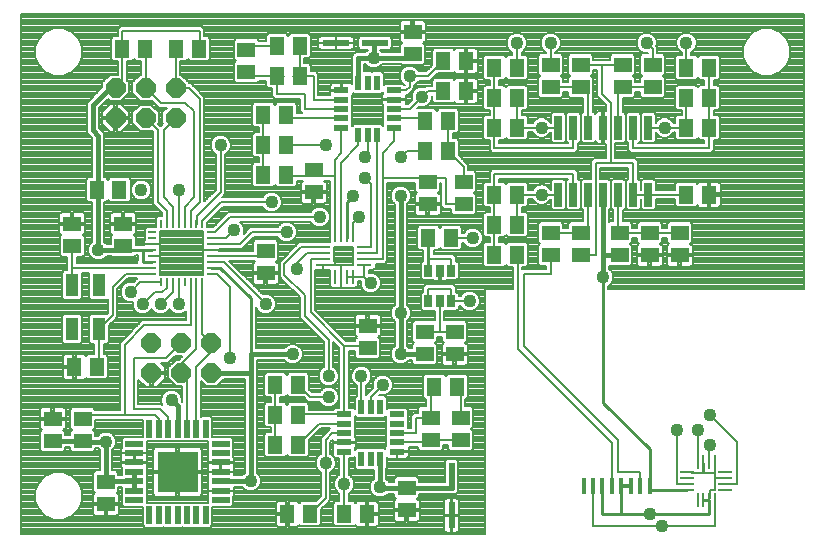
<source format=gtl>
G75*
G70*
%OFA0B0*%
%FSLAX24Y24*%
%IPPOS*%
%LPD*%
%AMOC8*
5,1,8,0,0,1.08239X$1,22.5*
%
%ADD10R,0.0098X0.0256*%
%ADD11R,0.0256X0.0098*%
%ADD12R,0.0591X0.0512*%
%ADD13R,0.0512X0.0591*%
%ADD14OC8,0.0640*%
%ADD15R,0.0433X0.0748*%
%ADD16R,0.0453X0.0110*%
%ADD17R,0.0110X0.0453*%
%ADD18R,0.0260X0.0800*%
%ADD19R,0.0276X0.0394*%
%ADD20R,0.0145X0.0520*%
%ADD21R,0.0500X0.0200*%
%ADD22R,0.0200X0.0500*%
%ADD23R,0.0512X0.0098*%
%ADD24R,0.0098X0.0512*%
%ADD25R,0.0591X0.0197*%
%ADD26R,0.0197X0.0591*%
%ADD27R,0.1378X0.1378*%
%ADD28R,0.0197X0.0906*%
%ADD29R,0.0906X0.0197*%
%ADD30C,0.0080*%
%ADD31C,0.0100*%
%ADD32C,0.0120*%
%ADD33C,0.0436*%
%ADD34C,0.0160*%
D10*
X006948Y012728D03*
X007145Y012728D03*
X007341Y012728D03*
X007538Y012728D03*
X007735Y012728D03*
X007932Y012728D03*
X008129Y012728D03*
X008326Y012728D03*
X008326Y014677D03*
X008129Y014677D03*
X007932Y014677D03*
X007735Y014677D03*
X007538Y014677D03*
X007341Y014677D03*
X007145Y014677D03*
X006948Y014677D03*
D11*
X006662Y014392D03*
X006662Y014195D03*
X006662Y013998D03*
X006662Y013801D03*
X006662Y013604D03*
X006662Y013408D03*
X006662Y013211D03*
X006662Y013014D03*
X008611Y013014D03*
X008611Y013211D03*
X008611Y013408D03*
X008611Y013604D03*
X008611Y013801D03*
X008611Y013998D03*
X008611Y014195D03*
X008611Y014392D03*
D12*
X010437Y013777D03*
X010437Y013029D03*
X013837Y011277D03*
X013837Y010529D03*
X015737Y010329D03*
X016737Y010329D03*
X016737Y011077D03*
X015737Y011077D03*
X019937Y013629D03*
X020937Y013629D03*
X020937Y014377D03*
X019937Y014377D03*
X022237Y014377D03*
X023237Y014377D03*
X024237Y014377D03*
X024237Y013629D03*
X023237Y013629D03*
X022237Y013629D03*
X017037Y015329D03*
X017037Y016077D03*
X015837Y016077D03*
X015837Y015329D03*
X012037Y015729D03*
X012037Y016477D03*
X009797Y019729D03*
X009797Y020477D03*
X015337Y020329D03*
X015337Y021077D03*
X019937Y019977D03*
X019937Y019229D03*
X020937Y019229D03*
X020937Y019977D03*
X022337Y019977D03*
X022337Y019229D03*
X023337Y019229D03*
X023337Y019977D03*
X005687Y014677D03*
X005687Y013929D03*
X003984Y013929D03*
X003984Y014677D03*
X004337Y008177D03*
X003337Y008177D03*
X003337Y007429D03*
X004337Y007429D03*
X005111Y006077D03*
X005111Y005329D03*
X015137Y005129D03*
X015137Y005877D03*
X015937Y007469D03*
X016937Y007469D03*
X016937Y008217D03*
X015937Y008217D03*
D13*
X016063Y009243D03*
X016811Y009243D03*
X011511Y009303D03*
X010763Y009303D03*
X010763Y008303D03*
X011511Y008303D03*
X011511Y007303D03*
X010763Y007303D03*
X011163Y005003D03*
X011911Y005003D03*
X013063Y005003D03*
X013811Y005003D03*
X004811Y009903D03*
X004063Y009903D03*
X004813Y015803D03*
X005561Y015803D03*
X010363Y016303D03*
X011111Y016303D03*
X011111Y017303D03*
X010363Y017303D03*
X010363Y018303D03*
X011111Y018303D03*
X010823Y019603D03*
X011571Y019603D03*
X011571Y020603D03*
X010823Y020603D03*
X008211Y020503D03*
X007463Y020503D03*
X006411Y020503D03*
X005663Y020503D03*
X015763Y018103D03*
X016511Y018103D03*
X016363Y019103D03*
X017111Y019103D03*
X018063Y018883D03*
X018811Y018883D03*
X018811Y017883D03*
X018063Y017883D03*
X016511Y017103D03*
X015763Y017103D03*
X018063Y015648D03*
X018811Y015648D03*
X018811Y014648D03*
X018063Y014648D03*
X016611Y014203D03*
X015863Y014203D03*
X018063Y013648D03*
X018811Y013648D03*
X024463Y015648D03*
X025211Y015648D03*
X025211Y017883D03*
X024463Y017883D03*
X024463Y018883D03*
X025211Y018883D03*
X025211Y019883D03*
X024463Y019883D03*
X018811Y019883D03*
X018063Y019883D03*
X017111Y020103D03*
X016363Y020103D03*
D14*
X007437Y019203D03*
X006437Y019203D03*
X005437Y019203D03*
X005437Y018203D03*
X006437Y018203D03*
X007437Y018203D03*
X007629Y010703D03*
X008629Y010703D03*
X008629Y009703D03*
X007629Y009703D03*
X006629Y009703D03*
X006629Y010703D03*
D15*
X004889Y011174D03*
X003984Y011174D03*
X003984Y012631D03*
X004889Y012631D03*
D16*
X024489Y006389D03*
X024489Y006192D03*
X024489Y005995D03*
X024489Y005798D03*
X025765Y005798D03*
X025765Y005995D03*
X025765Y006192D03*
X025765Y006389D03*
D17*
X025423Y006731D03*
X025226Y006731D03*
X025029Y006731D03*
X024832Y006731D03*
X024832Y005456D03*
X025029Y005456D03*
X025226Y005456D03*
X025423Y005456D03*
D18*
X023187Y015648D03*
X022687Y015648D03*
X022187Y015648D03*
X021687Y015648D03*
X021187Y015648D03*
X020687Y015648D03*
X020187Y015648D03*
X020187Y017883D03*
X020687Y017883D03*
X021187Y017883D03*
X021687Y017883D03*
X022187Y017883D03*
X022687Y017883D03*
X023187Y017883D03*
D19*
X016611Y013115D03*
X016237Y013115D03*
X015863Y013115D03*
X015863Y012091D03*
X016237Y012091D03*
X016611Y012091D03*
D20*
X021032Y005943D03*
X021347Y005943D03*
X021662Y005943D03*
X021977Y005943D03*
X022292Y005943D03*
X022607Y005943D03*
X022922Y005943D03*
X023237Y005943D03*
D21*
X014817Y007083D03*
X014817Y007393D03*
X014817Y007703D03*
X014817Y008013D03*
X014817Y008323D03*
X013057Y008323D03*
X013057Y008013D03*
X013057Y007703D03*
X013057Y007393D03*
X013057Y007083D03*
X012957Y017883D03*
X012957Y018193D03*
X012957Y018503D03*
X012957Y018813D03*
X012957Y019123D03*
X014717Y019123D03*
X014717Y018813D03*
X014717Y018503D03*
X014717Y018193D03*
X014717Y017883D03*
D22*
X014147Y017623D03*
X013837Y017623D03*
X013527Y017623D03*
X013527Y019383D03*
X013837Y019383D03*
X014147Y019383D03*
X014247Y008583D03*
X013937Y008583D03*
X013627Y008583D03*
X013627Y006823D03*
X013937Y006823D03*
X014247Y006823D03*
D23*
X013726Y013308D03*
X013726Y013504D03*
X013726Y013701D03*
X013726Y013898D03*
X012348Y013898D03*
X012348Y013701D03*
X012348Y013504D03*
X012348Y013308D03*
D24*
X012741Y012914D03*
X012938Y012914D03*
X013135Y012914D03*
X013332Y012914D03*
X013332Y014292D03*
X013135Y014292D03*
X012938Y014292D03*
X012741Y014292D03*
D25*
X008936Y007348D03*
X008936Y007033D03*
X008936Y006718D03*
X008936Y006403D03*
X008936Y006088D03*
X008936Y005773D03*
X008936Y005458D03*
X006062Y005458D03*
X006062Y005773D03*
X006062Y006088D03*
X006062Y006403D03*
X006062Y006718D03*
X006062Y007033D03*
X006062Y007348D03*
D26*
X006554Y007840D03*
X006869Y007840D03*
X007184Y007840D03*
X007499Y007840D03*
X007814Y007840D03*
X008129Y007840D03*
X008444Y007840D03*
X008444Y004966D03*
X008129Y004966D03*
X007814Y004966D03*
X007499Y004966D03*
X007184Y004966D03*
X006869Y004966D03*
X006554Y004966D03*
D27*
X007499Y006403D03*
D28*
X016637Y006252D03*
X016637Y004953D03*
D29*
X014086Y020703D03*
X012787Y020703D03*
D30*
X002277Y021663D02*
X002277Y004343D01*
X017737Y004343D01*
X017737Y012503D01*
X018677Y012503D01*
X018677Y013233D01*
X018505Y013233D01*
X018437Y013301D01*
X018368Y013233D01*
X017757Y013233D01*
X017687Y013303D01*
X017687Y013993D01*
X017757Y014063D01*
X017903Y014063D01*
X017903Y014233D01*
X017757Y014233D01*
X017687Y014303D01*
X017687Y014993D01*
X017757Y015063D01*
X017903Y015063D01*
X017903Y015233D01*
X017757Y015233D01*
X017687Y015303D01*
X017687Y015993D01*
X017757Y016063D01*
X017903Y016063D01*
X017903Y016394D01*
X017996Y016488D01*
X018129Y016488D01*
X020753Y016488D01*
X020847Y016394D01*
X020847Y016262D01*
X020847Y016168D01*
X020866Y016168D01*
X020937Y016098D01*
X020937Y015198D01*
X021007Y015128D01*
X021027Y015128D01*
X021027Y014753D01*
X020592Y014753D01*
X020521Y014682D01*
X020521Y014537D01*
X020352Y014537D01*
X020352Y014682D01*
X020282Y014753D01*
X019592Y014753D01*
X019521Y014682D01*
X019521Y014071D01*
X019590Y014003D01*
X019521Y013934D01*
X019521Y013323D01*
X019592Y013253D01*
X019777Y013253D01*
X019777Y013163D01*
X019103Y013163D01*
X018997Y013163D01*
X018997Y013233D01*
X019116Y013233D01*
X019187Y013303D01*
X019187Y013993D01*
X019116Y014063D01*
X018505Y014063D01*
X018437Y013995D01*
X018368Y014063D01*
X018223Y014063D01*
X018223Y014233D01*
X018368Y014233D01*
X018437Y014301D01*
X018505Y014233D01*
X019116Y014233D01*
X019187Y014303D01*
X019187Y014993D01*
X019116Y015063D01*
X018971Y015063D01*
X018971Y015233D01*
X019116Y015233D01*
X019187Y015303D01*
X019187Y015488D01*
X019337Y015488D01*
X019350Y015456D01*
X019445Y015361D01*
X019569Y015310D01*
X019704Y015310D01*
X019828Y015361D01*
X019923Y015456D01*
X019936Y015488D01*
X019937Y015488D01*
X019937Y015198D01*
X020007Y015128D01*
X020366Y015128D01*
X020437Y015198D01*
X020507Y015128D01*
X020866Y015128D01*
X020937Y015198D01*
X020937Y016098D01*
X021007Y016168D01*
X021277Y016168D01*
X021277Y016637D01*
X021277Y016769D01*
X021370Y016863D01*
X021777Y016863D01*
X021777Y017343D01*
X021712Y017343D01*
X021712Y017858D01*
X021662Y017858D01*
X021662Y017343D01*
X021499Y017343D01*
X021423Y017419D01*
X021366Y017363D01*
X021007Y017363D01*
X020937Y017433D01*
X020937Y018333D01*
X021007Y018403D01*
X021027Y018403D01*
X021027Y018853D01*
X020592Y018853D01*
X020521Y018923D01*
X020521Y019069D01*
X020352Y019069D01*
X020352Y018923D01*
X020282Y018853D01*
X019592Y018853D01*
X019521Y018923D01*
X019521Y019534D01*
X019590Y019603D01*
X019521Y019671D01*
X019521Y020282D01*
X019592Y020353D01*
X019777Y020353D01*
X019777Y020403D01*
X019745Y020416D01*
X019650Y020511D01*
X019599Y020636D01*
X019599Y020770D01*
X019650Y020894D01*
X019745Y020989D01*
X019869Y021041D01*
X020004Y021041D01*
X020128Y020989D01*
X020223Y020894D01*
X020275Y020770D01*
X020275Y020636D01*
X020223Y020511D01*
X020128Y020416D01*
X020097Y020403D01*
X020097Y020353D01*
X020282Y020353D01*
X020352Y020282D01*
X020352Y019671D01*
X020284Y019603D01*
X020352Y019534D01*
X020352Y019389D01*
X020521Y019389D01*
X020521Y019534D01*
X020590Y019603D01*
X020521Y019671D01*
X020521Y020282D01*
X020592Y020353D01*
X021282Y020353D01*
X021352Y020282D01*
X021352Y020137D01*
X021570Y020137D01*
X021921Y020137D01*
X021921Y020282D01*
X021992Y020353D01*
X022682Y020353D01*
X022752Y020282D01*
X022752Y019671D01*
X022684Y019603D01*
X022752Y019534D01*
X022752Y019389D01*
X022921Y019389D01*
X022921Y019534D01*
X022990Y019603D01*
X022921Y019671D01*
X022921Y020282D01*
X022992Y020353D01*
X023177Y020353D01*
X023177Y020365D01*
X023069Y020365D01*
X022945Y020416D01*
X022850Y020511D01*
X022799Y020636D01*
X022799Y020770D01*
X022850Y020894D01*
X022945Y020989D01*
X023069Y021041D01*
X023204Y021041D01*
X023328Y020989D01*
X023423Y020894D01*
X023475Y020770D01*
X023475Y020636D01*
X023462Y020604D01*
X023497Y020569D01*
X023497Y020353D01*
X023682Y020353D01*
X023752Y020282D01*
X023752Y019671D01*
X023684Y019603D01*
X023752Y019534D01*
X023752Y018923D01*
X023682Y018853D01*
X022992Y018853D01*
X022921Y018923D01*
X022921Y019069D01*
X022752Y019069D01*
X022752Y018923D01*
X022682Y018853D01*
X022347Y018853D01*
X022347Y018403D01*
X022366Y018403D01*
X022437Y018333D01*
X022437Y017433D01*
X022507Y017363D01*
X022527Y017363D01*
X022527Y017269D01*
X022527Y017137D01*
X022620Y017043D01*
X025144Y017043D01*
X025277Y017043D01*
X025371Y017137D01*
X025371Y017468D01*
X025516Y017468D01*
X025587Y017538D01*
X025587Y018228D01*
X025516Y018298D01*
X025371Y018298D01*
X025371Y018468D01*
X025516Y018468D01*
X025587Y018538D01*
X025587Y019228D01*
X025516Y019298D01*
X025371Y019298D01*
X025371Y019468D01*
X025516Y019468D01*
X025587Y019538D01*
X025587Y020228D01*
X025516Y020298D01*
X024905Y020298D01*
X024837Y020230D01*
X024768Y020298D01*
X024623Y020298D01*
X024623Y020403D01*
X024654Y020416D01*
X024749Y020511D01*
X024801Y020636D01*
X024801Y020770D01*
X024749Y020894D01*
X024654Y020989D01*
X024530Y021041D01*
X024395Y021041D01*
X024271Y020989D01*
X024176Y020894D01*
X024125Y020770D01*
X024125Y020636D01*
X024176Y020511D01*
X024271Y020416D01*
X024303Y020403D01*
X024303Y020298D01*
X024157Y020298D01*
X024087Y020228D01*
X024087Y019538D01*
X024157Y019468D01*
X024768Y019468D01*
X024837Y019536D01*
X024905Y019468D01*
X025051Y019468D01*
X025051Y019298D01*
X024905Y019298D01*
X024837Y019230D01*
X024768Y019298D01*
X024157Y019298D01*
X024087Y019228D01*
X024087Y018538D01*
X024157Y018468D01*
X024303Y018468D01*
X024303Y018298D01*
X024157Y018298D01*
X024087Y018228D01*
X024087Y018043D01*
X024036Y018043D01*
X024023Y018074D01*
X023928Y018169D01*
X023804Y018221D01*
X023669Y018221D01*
X023545Y018169D01*
X023450Y018074D01*
X023437Y018043D01*
X023437Y018043D01*
X023437Y018333D01*
X023366Y018403D01*
X023007Y018403D01*
X022937Y018333D01*
X022937Y017433D01*
X023007Y017363D01*
X023366Y017363D01*
X023437Y017433D01*
X023437Y017723D01*
X023450Y017691D01*
X023545Y017596D01*
X023669Y017545D01*
X023804Y017545D01*
X023928Y017596D01*
X024023Y017691D01*
X024036Y017723D01*
X024087Y017723D01*
X024087Y017538D01*
X024157Y017468D01*
X024768Y017468D01*
X024837Y017536D01*
X024905Y017468D01*
X025051Y017468D01*
X025051Y017363D01*
X022847Y017363D01*
X022866Y017363D01*
X022937Y017433D01*
X022937Y018333D01*
X022866Y018403D01*
X022507Y018403D01*
X022437Y018333D01*
X022437Y017433D01*
X022366Y017363D01*
X022097Y017363D01*
X022097Y016863D01*
X022753Y016863D01*
X022847Y016769D01*
X022847Y016637D01*
X022847Y016168D01*
X022866Y016168D01*
X022937Y016098D01*
X022937Y015808D01*
X022937Y015808D01*
X022937Y016098D01*
X023007Y016168D01*
X023366Y016168D01*
X023437Y016098D01*
X023437Y015808D01*
X024087Y015808D01*
X024087Y015993D01*
X024157Y016063D01*
X024768Y016063D01*
X024823Y016009D01*
X024897Y016083D01*
X025171Y016083D01*
X025171Y015688D01*
X025251Y015688D01*
X025607Y015688D01*
X025607Y016001D01*
X025525Y016083D01*
X025251Y016083D01*
X025251Y015688D01*
X025251Y015608D01*
X025607Y015608D01*
X025607Y015295D01*
X025525Y015213D01*
X025251Y015213D01*
X025251Y015608D01*
X025171Y015608D01*
X025171Y015213D01*
X024897Y015213D01*
X024823Y015287D01*
X024768Y015233D01*
X024157Y015233D01*
X024087Y015303D01*
X024087Y015488D01*
X023437Y015488D01*
X023437Y015198D01*
X023366Y015128D01*
X023007Y015128D01*
X022937Y015198D01*
X022937Y015488D01*
X022937Y015488D01*
X022937Y015198D01*
X022866Y015128D01*
X022507Y015128D01*
X022437Y015198D01*
X022437Y016098D01*
X022507Y016168D01*
X022527Y016168D01*
X022527Y016543D01*
X021597Y016543D01*
X021597Y016168D01*
X021866Y016168D01*
X021937Y016098D01*
X021937Y015198D01*
X022007Y015128D01*
X022027Y015128D01*
X022027Y014753D01*
X021892Y014753D01*
X021887Y014748D01*
X021887Y015148D01*
X021937Y015198D01*
X021937Y016098D01*
X022007Y016168D01*
X022366Y016168D01*
X022437Y016098D01*
X022437Y015198D01*
X022366Y015128D01*
X022347Y015128D01*
X022347Y014753D01*
X022582Y014753D01*
X022652Y014682D01*
X022652Y014537D01*
X022821Y014537D01*
X022821Y014682D01*
X022892Y014753D01*
X023582Y014753D01*
X023652Y014682D01*
X023652Y014537D01*
X023821Y014537D01*
X023821Y014682D01*
X023892Y014753D01*
X024582Y014753D01*
X024652Y014682D01*
X024652Y014071D01*
X024598Y014017D01*
X024672Y013943D01*
X024672Y013669D01*
X024277Y013669D01*
X024277Y013589D01*
X024672Y013589D01*
X024672Y013315D01*
X024590Y013233D01*
X024277Y013233D01*
X024277Y013589D01*
X024197Y013589D01*
X024197Y013233D01*
X023883Y013233D01*
X023801Y013315D01*
X023801Y013589D01*
X024197Y013589D01*
X024197Y013669D01*
X023801Y013669D01*
X023801Y013943D01*
X023876Y014017D01*
X023821Y014071D01*
X023821Y014217D01*
X023652Y014217D01*
X023652Y014071D01*
X023598Y014017D01*
X023672Y013943D01*
X023672Y013669D01*
X023277Y013669D01*
X023277Y013589D01*
X023672Y013589D01*
X023672Y013315D01*
X023590Y013233D01*
X023277Y013233D01*
X023277Y013589D01*
X023197Y013589D01*
X023197Y013233D01*
X022883Y013233D01*
X022801Y013315D01*
X022801Y013589D01*
X023197Y013589D01*
X023197Y013669D01*
X022801Y013669D01*
X022801Y013943D01*
X022876Y014017D01*
X022821Y014071D01*
X022821Y014217D01*
X022652Y014217D01*
X022652Y014071D01*
X022584Y014003D01*
X022652Y013934D01*
X022652Y013323D01*
X022582Y013253D01*
X021892Y013253D01*
X021887Y013258D01*
X021887Y013181D01*
X021973Y013094D01*
X022025Y012970D01*
X022025Y012836D01*
X021973Y012711D01*
X021878Y012616D01*
X021857Y012607D01*
X028397Y012607D01*
X028397Y012686D02*
X021948Y012686D01*
X021995Y012764D02*
X028397Y012764D01*
X028397Y012843D02*
X022025Y012843D01*
X022025Y012921D02*
X028397Y012921D01*
X028397Y013000D02*
X022013Y013000D01*
X021980Y013078D02*
X028397Y013078D01*
X028397Y013157D02*
X021911Y013157D01*
X021887Y013235D02*
X022881Y013235D01*
X022802Y013314D02*
X022643Y013314D01*
X022652Y013392D02*
X022801Y013392D01*
X022801Y013471D02*
X022652Y013471D01*
X022652Y013549D02*
X022801Y013549D01*
X022801Y013707D02*
X022652Y013707D01*
X022652Y013785D02*
X022801Y013785D01*
X022801Y013864D02*
X022652Y013864D01*
X022644Y013942D02*
X022801Y013942D01*
X022872Y014021D02*
X022601Y014021D01*
X022652Y014099D02*
X022821Y014099D01*
X022821Y014178D02*
X022652Y014178D01*
X022237Y014377D02*
X022187Y014377D01*
X022187Y015648D01*
X022437Y015670D02*
X022437Y015670D01*
X022437Y015592D02*
X022437Y015592D01*
X022437Y015513D02*
X022437Y015513D01*
X022437Y015435D02*
X022437Y015435D01*
X022437Y015356D02*
X022437Y015356D01*
X022437Y015277D02*
X022437Y015277D01*
X022437Y015199D02*
X022437Y015199D01*
X022347Y015120D02*
X028397Y015120D01*
X028397Y015042D02*
X022347Y015042D01*
X022347Y014963D02*
X028397Y014963D01*
X028397Y014885D02*
X022347Y014885D01*
X022347Y014806D02*
X028397Y014806D01*
X028397Y014728D02*
X024607Y014728D01*
X024652Y014649D02*
X028397Y014649D01*
X028397Y014571D02*
X024652Y014571D01*
X024652Y014492D02*
X028397Y014492D01*
X028397Y014413D02*
X024652Y014413D01*
X024652Y014335D02*
X028397Y014335D01*
X028397Y014256D02*
X024652Y014256D01*
X024652Y014178D02*
X028397Y014178D01*
X028397Y014099D02*
X024652Y014099D01*
X024601Y014021D02*
X028397Y014021D01*
X028397Y013942D02*
X024672Y013942D01*
X024672Y013864D02*
X028397Y013864D01*
X028397Y013785D02*
X024672Y013785D01*
X024672Y013707D02*
X028397Y013707D01*
X028397Y013628D02*
X024277Y013628D01*
X024277Y013549D02*
X024197Y013549D01*
X024197Y013471D02*
X024277Y013471D01*
X024277Y013392D02*
X024197Y013392D01*
X024197Y013314D02*
X024277Y013314D01*
X024277Y013235D02*
X024197Y013235D01*
X023881Y013235D02*
X023592Y013235D01*
X023671Y013314D02*
X023802Y013314D01*
X023801Y013392D02*
X023672Y013392D01*
X023672Y013471D02*
X023801Y013471D01*
X023801Y013549D02*
X023672Y013549D01*
X023672Y013707D02*
X023801Y013707D01*
X023801Y013785D02*
X023672Y013785D01*
X023672Y013864D02*
X023801Y013864D01*
X023801Y013942D02*
X023672Y013942D01*
X023601Y014021D02*
X023872Y014021D01*
X023821Y014099D02*
X023652Y014099D01*
X023652Y014178D02*
X023821Y014178D01*
X024237Y014377D02*
X023237Y014377D01*
X022237Y014377D01*
X022652Y014571D02*
X022821Y014571D01*
X022821Y014649D02*
X022652Y014649D01*
X022607Y014728D02*
X022867Y014728D01*
X022937Y015199D02*
X022937Y015199D01*
X022937Y015277D02*
X022937Y015277D01*
X022937Y015356D02*
X022937Y015356D01*
X022937Y015435D02*
X022937Y015435D01*
X022687Y015648D02*
X023187Y015648D01*
X024463Y015648D01*
X024087Y015827D02*
X023437Y015827D01*
X023437Y015906D02*
X024087Y015906D01*
X024087Y015984D02*
X023437Y015984D01*
X023437Y016063D02*
X024157Y016063D01*
X024768Y016063D02*
X024877Y016063D01*
X025171Y016063D02*
X025251Y016063D01*
X025251Y015984D02*
X025171Y015984D01*
X025171Y015906D02*
X025251Y015906D01*
X025251Y015827D02*
X025171Y015827D01*
X025171Y015749D02*
X025251Y015749D01*
X025251Y015670D02*
X028397Y015670D01*
X028397Y015592D02*
X025607Y015592D01*
X025607Y015513D02*
X028397Y015513D01*
X028397Y015435D02*
X025607Y015435D01*
X025607Y015356D02*
X028397Y015356D01*
X028397Y015277D02*
X025589Y015277D01*
X025251Y015277D02*
X025171Y015277D01*
X025171Y015356D02*
X025251Y015356D01*
X025251Y015435D02*
X025171Y015435D01*
X025171Y015513D02*
X025251Y015513D01*
X025251Y015592D02*
X025171Y015592D01*
X024832Y015277D02*
X024813Y015277D01*
X024112Y015277D02*
X023437Y015277D01*
X023437Y015199D02*
X028397Y015199D01*
X028397Y015749D02*
X025607Y015749D01*
X025607Y015827D02*
X028397Y015827D01*
X028397Y015906D02*
X025607Y015906D01*
X025607Y015984D02*
X028397Y015984D01*
X028397Y016063D02*
X025545Y016063D01*
X024087Y015435D02*
X023437Y015435D01*
X023437Y015356D02*
X024087Y015356D01*
X023867Y014728D02*
X023607Y014728D01*
X023652Y014649D02*
X023821Y014649D01*
X023821Y014571D02*
X023652Y014571D01*
X022687Y015648D02*
X022687Y016703D01*
X021937Y016703D01*
X021937Y018703D01*
X021637Y019003D01*
X021637Y019977D01*
X022337Y019977D01*
X021921Y020147D02*
X021352Y020147D01*
X021352Y020226D02*
X021921Y020226D01*
X021943Y020304D02*
X021330Y020304D01*
X021637Y019977D02*
X020937Y019977D01*
X020521Y019990D02*
X020352Y019990D01*
X020352Y019911D02*
X020521Y019911D01*
X020521Y019833D02*
X020352Y019833D01*
X020352Y019754D02*
X020521Y019754D01*
X020521Y019676D02*
X020352Y019676D01*
X020289Y019597D02*
X020584Y019597D01*
X020521Y019519D02*
X020352Y019519D01*
X020352Y019440D02*
X020521Y019440D01*
X020937Y019229D02*
X021187Y019229D01*
X021187Y017883D01*
X020937Y017869D02*
X020937Y017869D01*
X020937Y017791D02*
X020937Y017791D01*
X020937Y017712D02*
X020937Y017712D01*
X020937Y017634D02*
X020937Y017634D01*
X020937Y017555D02*
X020937Y017555D01*
X020937Y017477D02*
X020937Y017477D01*
X020937Y017433D02*
X020937Y018333D01*
X020866Y018403D01*
X020507Y018403D01*
X020437Y018333D01*
X020437Y017433D01*
X020507Y017363D01*
X020527Y017363D01*
X020527Y017363D01*
X018223Y017363D01*
X018223Y017468D01*
X018368Y017468D01*
X018437Y017536D01*
X018505Y017468D01*
X019116Y017468D01*
X019187Y017538D01*
X019187Y017723D01*
X019337Y017723D01*
X019350Y017691D01*
X019445Y017596D01*
X019569Y017545D01*
X019704Y017545D01*
X019828Y017596D01*
X019923Y017691D01*
X019936Y017723D01*
X019937Y017723D01*
X019937Y017433D01*
X020007Y017363D01*
X020366Y017363D01*
X020437Y017433D01*
X020437Y018333D01*
X020366Y018403D01*
X020007Y018403D01*
X019937Y018333D01*
X019937Y018043D01*
X019936Y018043D01*
X019923Y018074D01*
X019828Y018169D01*
X019704Y018221D01*
X019569Y018221D01*
X019445Y018169D01*
X019350Y018074D01*
X019337Y018043D01*
X019187Y018043D01*
X019187Y018228D01*
X019116Y018298D01*
X018971Y018298D01*
X018971Y018468D01*
X019116Y018468D01*
X019187Y018538D01*
X019187Y019228D01*
X019116Y019298D01*
X018505Y019298D01*
X018437Y019230D01*
X018368Y019298D01*
X018223Y019298D01*
X018223Y019468D01*
X018368Y019468D01*
X018437Y019536D01*
X018505Y019468D01*
X019116Y019468D01*
X019187Y019538D01*
X019187Y020228D01*
X019116Y020298D01*
X018971Y020298D01*
X018971Y020403D01*
X019002Y020416D01*
X019097Y020511D01*
X019149Y020636D01*
X019149Y020770D01*
X019097Y020894D01*
X019002Y020989D01*
X018878Y021041D01*
X018743Y021041D01*
X018619Y020989D01*
X018524Y020894D01*
X018473Y020770D01*
X018473Y020636D01*
X018524Y020511D01*
X018619Y020416D01*
X018651Y020403D01*
X018651Y020298D01*
X018505Y020298D01*
X018437Y020230D01*
X018368Y020298D01*
X017757Y020298D01*
X017687Y020228D01*
X017687Y019538D01*
X017757Y019468D01*
X017903Y019468D01*
X017903Y019298D01*
X017757Y019298D01*
X017687Y019228D01*
X017687Y018538D01*
X017757Y018468D01*
X017903Y018468D01*
X017903Y018298D01*
X017757Y018298D01*
X017687Y018228D01*
X017687Y017538D01*
X017757Y017468D01*
X017903Y017468D01*
X017903Y017137D01*
X017996Y017043D01*
X018129Y017043D01*
X020753Y017043D01*
X020847Y017137D01*
X020847Y017269D01*
X020847Y017363D01*
X020866Y017363D01*
X020937Y017433D01*
X020902Y017398D02*
X020972Y017398D01*
X020847Y017320D02*
X021777Y017320D01*
X021777Y017241D02*
X020847Y017241D01*
X020847Y017162D02*
X021777Y017162D01*
X021777Y017084D02*
X020794Y017084D01*
X020687Y017203D02*
X018063Y017203D01*
X018063Y017883D01*
X018063Y018883D01*
X018063Y019883D01*
X017687Y019911D02*
X017507Y019911D01*
X017507Y019833D02*
X017687Y019833D01*
X017687Y019754D02*
X017507Y019754D01*
X017507Y019750D02*
X017507Y020063D01*
X017151Y020063D01*
X017151Y020143D01*
X017507Y020143D01*
X017507Y020456D01*
X017425Y020538D01*
X017151Y020538D01*
X017151Y020143D01*
X017071Y020143D01*
X017071Y020538D01*
X016797Y020538D01*
X016723Y020464D01*
X016668Y020518D01*
X016057Y020518D01*
X015987Y020448D01*
X015987Y019953D01*
X015796Y019763D01*
X015536Y019763D01*
X015523Y019794D01*
X015428Y019889D01*
X015304Y019941D01*
X015169Y019941D01*
X015045Y019889D01*
X014950Y019794D01*
X014899Y019670D01*
X014899Y019536D01*
X014950Y019411D01*
X015045Y019316D01*
X015067Y019307D01*
X015059Y019300D01*
X015016Y019343D01*
X014417Y019343D01*
X014367Y019292D01*
X014367Y019683D01*
X014296Y019753D01*
X013997Y019753D01*
X013992Y019747D01*
X013986Y019753D01*
X013727Y019753D01*
X013727Y020003D01*
X013759Y020003D01*
X013845Y019916D01*
X013969Y019865D01*
X014104Y019865D01*
X014228Y019916D01*
X014315Y020003D01*
X014942Y020003D01*
X014992Y019953D01*
X015682Y019953D01*
X015752Y020023D01*
X015752Y020634D01*
X015698Y020689D01*
X015772Y020763D01*
X015772Y021037D01*
X015377Y021037D01*
X015377Y021117D01*
X015772Y021117D01*
X015772Y021391D01*
X015690Y021473D01*
X015377Y021473D01*
X015377Y021117D01*
X015297Y021117D01*
X015297Y021473D01*
X014983Y021473D01*
X014901Y021391D01*
X014901Y021117D01*
X015297Y021117D01*
X015297Y021037D01*
X014901Y021037D01*
X014901Y020763D01*
X014976Y020689D01*
X014921Y020634D01*
X014921Y020403D01*
X014315Y020403D01*
X014237Y020481D01*
X014237Y020484D01*
X014589Y020484D01*
X014659Y020555D01*
X014659Y020851D01*
X014589Y020921D01*
X013584Y020921D01*
X013514Y020851D01*
X013514Y020555D01*
X013584Y020484D01*
X013837Y020484D01*
X013837Y020481D01*
X013759Y020403D01*
X013610Y020403D01*
X013444Y020403D01*
X013327Y020286D01*
X013327Y019702D01*
X013307Y019683D01*
X013307Y019321D01*
X013265Y019363D01*
X012967Y019363D01*
X012967Y019133D01*
X012947Y019133D01*
X012947Y019363D01*
X012649Y019363D01*
X012567Y019281D01*
X012567Y019133D01*
X012946Y019133D01*
X012946Y019113D01*
X012567Y019113D01*
X012567Y018973D01*
X012197Y018973D01*
X012197Y019669D01*
X012103Y019763D01*
X011970Y019763D01*
X011947Y019763D01*
X011947Y019948D01*
X011876Y020018D01*
X011731Y020018D01*
X011731Y020188D01*
X011876Y020188D01*
X011947Y020258D01*
X011947Y020948D01*
X011876Y021018D01*
X011265Y021018D01*
X011197Y020950D01*
X011128Y021018D01*
X010517Y021018D01*
X010447Y020948D01*
X010447Y020763D01*
X010212Y020763D01*
X010212Y020782D01*
X010142Y020853D01*
X009452Y020853D01*
X009381Y020782D01*
X009381Y020171D01*
X009450Y020103D01*
X009381Y020034D01*
X009381Y019423D01*
X009452Y019353D01*
X010142Y019353D01*
X010212Y019423D01*
X010212Y019443D01*
X010447Y019443D01*
X010447Y019258D01*
X010517Y019188D01*
X010663Y019188D01*
X010663Y018937D01*
X010756Y018843D01*
X010889Y018843D01*
X011577Y018843D01*
X011577Y018569D01*
X011577Y018437D01*
X011660Y018353D01*
X011487Y018353D01*
X011487Y018648D01*
X011416Y018718D01*
X010805Y018718D01*
X010737Y018650D01*
X010668Y018718D01*
X010057Y018718D01*
X009987Y018648D01*
X009987Y017958D01*
X010057Y017888D01*
X010203Y017888D01*
X010203Y017718D01*
X010057Y017718D01*
X009987Y017648D01*
X009987Y016958D01*
X010057Y016888D01*
X010203Y016888D01*
X010203Y016718D01*
X010057Y016718D01*
X009987Y016648D01*
X009987Y015958D01*
X010057Y015888D01*
X010668Y015888D01*
X010737Y015956D01*
X010805Y015888D01*
X011416Y015888D01*
X011487Y015958D01*
X011487Y016117D01*
X011676Y016117D01*
X011601Y016043D01*
X011601Y015769D01*
X011997Y015769D01*
X011997Y015689D01*
X012077Y015689D01*
X012077Y015769D01*
X012472Y015769D01*
X012472Y016043D01*
X012398Y016117D01*
X012577Y016117D01*
X012577Y014602D01*
X012572Y014597D01*
X012572Y014067D01*
X012042Y014067D01*
X012038Y014063D01*
X011686Y014063D01*
X011553Y014063D01*
X010903Y013413D01*
X010903Y013280D01*
X010903Y012910D01*
X010997Y012816D01*
X011577Y012237D01*
X011577Y011540D01*
X011670Y011447D01*
X012377Y010740D01*
X012377Y009902D01*
X012345Y009889D01*
X012250Y009794D01*
X012199Y009670D01*
X012199Y009536D01*
X012250Y009411D01*
X012345Y009316D01*
X012469Y009265D01*
X012604Y009265D01*
X012728Y009316D01*
X012823Y009411D01*
X012875Y009536D01*
X012875Y009670D01*
X012823Y009794D01*
X012728Y009889D01*
X012697Y009902D01*
X012697Y010737D01*
X012897Y010537D01*
X012897Y008543D01*
X012757Y008543D01*
X012697Y008483D01*
X011887Y008483D01*
X011887Y008648D01*
X011816Y008718D01*
X011205Y008718D01*
X011137Y008650D01*
X011068Y008718D01*
X010923Y008718D01*
X010923Y008888D01*
X011068Y008888D01*
X011137Y008956D01*
X011205Y008888D01*
X011700Y008888D01*
X011844Y008743D01*
X011977Y008743D01*
X012237Y008743D01*
X012250Y008711D01*
X012345Y008616D01*
X012469Y008565D01*
X012604Y008565D01*
X012728Y008616D01*
X012823Y008711D01*
X012875Y008836D01*
X012875Y008970D01*
X012823Y009094D01*
X012728Y009189D01*
X012604Y009241D01*
X012469Y009241D01*
X012345Y009189D01*
X012250Y009094D01*
X012237Y009063D01*
X011977Y009063D01*
X011887Y009153D01*
X011887Y009648D01*
X011816Y009718D01*
X011205Y009718D01*
X011137Y009650D01*
X011068Y009718D01*
X010457Y009718D01*
X010387Y009648D01*
X010387Y008958D01*
X010457Y008888D01*
X010603Y008888D01*
X010603Y008718D01*
X010457Y008718D01*
X010387Y008648D01*
X010387Y007958D01*
X010457Y007888D01*
X010603Y007888D01*
X010603Y007718D01*
X010457Y007718D01*
X010387Y007648D01*
X010387Y006958D01*
X010457Y006888D01*
X011068Y006888D01*
X011137Y006956D01*
X011205Y006888D01*
X011816Y006888D01*
X011887Y006958D01*
X011887Y007452D01*
X012287Y007853D01*
X012584Y007853D01*
X012500Y007769D01*
X012277Y007546D01*
X012277Y007413D01*
X012277Y007003D01*
X012245Y006989D01*
X012150Y006894D01*
X012099Y006770D01*
X012099Y006636D01*
X012150Y006511D01*
X012245Y006416D01*
X012277Y006403D01*
X012277Y005595D01*
X012100Y005418D01*
X011605Y005418D01*
X011551Y005364D01*
X011477Y005438D01*
X011203Y005438D01*
X011203Y005043D01*
X011123Y005043D01*
X011123Y005438D01*
X010849Y005438D01*
X010767Y005356D01*
X010767Y005043D01*
X011123Y005043D01*
X011123Y004963D01*
X011203Y004963D01*
X011203Y004568D01*
X011477Y004568D01*
X011551Y004642D01*
X011605Y004588D01*
X012216Y004588D01*
X012287Y004658D01*
X012287Y005152D01*
X012503Y005369D01*
X012597Y005463D01*
X012597Y006403D01*
X012628Y006416D01*
X012723Y006511D01*
X012775Y006636D01*
X012775Y006770D01*
X012723Y006894D01*
X012628Y006989D01*
X012597Y007003D01*
X012597Y007413D01*
X012667Y007483D01*
X012667Y007403D01*
X013046Y007403D01*
X013046Y007383D01*
X012667Y007383D01*
X012667Y007235D01*
X012687Y007215D01*
X012687Y006933D01*
X012757Y006863D01*
X012897Y006863D01*
X012897Y006302D01*
X012865Y006289D01*
X012770Y006194D01*
X012719Y006070D01*
X012719Y005936D01*
X012770Y005811D01*
X012865Y005716D01*
X012897Y005703D01*
X012897Y005418D01*
X012757Y005418D01*
X012687Y005348D01*
X012687Y004658D01*
X012757Y004588D01*
X013368Y004588D01*
X013423Y004642D01*
X013497Y004568D01*
X013771Y004568D01*
X013771Y004963D01*
X013851Y004963D01*
X013851Y005043D01*
X014207Y005043D01*
X014207Y005356D01*
X014125Y005438D01*
X013851Y005438D01*
X013851Y005043D01*
X013771Y005043D01*
X013771Y005438D01*
X013497Y005438D01*
X013423Y005364D01*
X013368Y005418D01*
X013217Y005418D01*
X013217Y005703D01*
X013248Y005716D01*
X013343Y005811D01*
X013395Y005936D01*
X013395Y006070D01*
X013343Y006194D01*
X013248Y006289D01*
X013217Y006302D01*
X013217Y006863D01*
X013356Y006863D01*
X013407Y006913D01*
X013407Y006523D01*
X013477Y006453D01*
X013776Y006453D01*
X013782Y006458D01*
X013787Y006453D01*
X014047Y006453D01*
X014047Y006181D01*
X013960Y006094D01*
X013909Y005970D01*
X013909Y005836D01*
X013960Y005711D01*
X014055Y005616D01*
X014179Y005565D01*
X014314Y005565D01*
X014438Y005616D01*
X014499Y005677D01*
X014721Y005677D01*
X014721Y005571D01*
X014776Y005517D01*
X014701Y005443D01*
X014701Y005169D01*
X015097Y005169D01*
X015097Y005089D01*
X015177Y005089D01*
X015177Y005169D01*
X015572Y005169D01*
X015572Y005443D01*
X015498Y005517D01*
X015552Y005571D01*
X015552Y005677D01*
X016554Y005677D01*
X016720Y005677D01*
X016722Y005680D01*
X016785Y005680D01*
X016855Y005750D01*
X016855Y006755D01*
X016785Y006825D01*
X016489Y006825D01*
X016418Y006755D01*
X016418Y006077D01*
X015552Y006077D01*
X015552Y006182D01*
X015482Y006253D01*
X014792Y006253D01*
X014721Y006182D01*
X014721Y006077D01*
X014541Y006077D01*
X014533Y006094D01*
X014447Y006181D01*
X014447Y006503D01*
X014467Y006523D01*
X014467Y006885D01*
X014509Y006843D01*
X014807Y006843D01*
X014807Y007073D01*
X014827Y007073D01*
X014827Y007093D01*
X015207Y007093D01*
X015207Y007233D01*
X015521Y007233D01*
X015521Y007163D01*
X015592Y007093D01*
X016282Y007093D01*
X016352Y007163D01*
X016352Y007309D01*
X016521Y007309D01*
X016521Y007163D01*
X016592Y007093D01*
X017282Y007093D01*
X017352Y007163D01*
X017352Y007774D01*
X017284Y007843D01*
X017352Y007911D01*
X017352Y008522D01*
X017282Y008593D01*
X017097Y008593D01*
X017097Y008828D01*
X017116Y008828D01*
X017187Y008898D01*
X017187Y009588D01*
X017116Y009658D01*
X016505Y009658D01*
X016437Y009590D01*
X016368Y009658D01*
X015757Y009658D01*
X015687Y009588D01*
X015687Y008898D01*
X015757Y008828D01*
X015777Y008828D01*
X015777Y008593D01*
X015592Y008593D01*
X015521Y008522D01*
X015521Y008377D01*
X015503Y008377D01*
X015370Y008377D01*
X015277Y008283D01*
X015277Y007863D01*
X015186Y007863D01*
X015187Y007863D01*
X015187Y008163D01*
X015181Y008168D01*
X015187Y008173D01*
X015187Y008473D01*
X015116Y008543D01*
X014517Y008543D01*
X014467Y008492D01*
X014467Y008883D01*
X014396Y008953D01*
X014213Y008953D01*
X014238Y008978D01*
X014269Y008965D01*
X014404Y008965D01*
X014528Y009016D01*
X014623Y009111D01*
X014675Y009236D01*
X014675Y009370D01*
X014623Y009494D01*
X014528Y009589D01*
X014404Y009641D01*
X014269Y009641D01*
X014145Y009589D01*
X014050Y009494D01*
X013999Y009370D01*
X013999Y009236D01*
X014012Y009204D01*
X013870Y009063D01*
X013787Y008979D01*
X013787Y009303D01*
X013818Y009316D01*
X013913Y009411D01*
X013965Y009536D01*
X013965Y009670D01*
X013913Y009794D01*
X013818Y009889D01*
X013694Y009941D01*
X013559Y009941D01*
X013435Y009889D01*
X013340Y009794D01*
X013289Y009670D01*
X013289Y009536D01*
X013340Y009411D01*
X013435Y009316D01*
X013467Y009303D01*
X013467Y008943D01*
X013407Y008883D01*
X013407Y008492D01*
X013356Y008543D01*
X013217Y008543D01*
X013217Y010443D01*
X013421Y010443D01*
X013421Y010223D01*
X013492Y010153D01*
X014182Y010153D01*
X014252Y010223D01*
X014252Y010834D01*
X014198Y010889D01*
X014272Y010963D01*
X014272Y011237D01*
X013877Y011237D01*
X013877Y011317D01*
X014272Y011317D01*
X014272Y011591D01*
X014190Y011673D01*
X013877Y011673D01*
X013877Y011317D01*
X013797Y011317D01*
X013797Y011673D01*
X013483Y011673D01*
X013401Y011591D01*
X013401Y011317D01*
X013797Y011317D01*
X013797Y011237D01*
X013401Y011237D01*
X013401Y010963D01*
X013476Y010889D01*
X013421Y010834D01*
X013421Y010763D01*
X013123Y010763D01*
X012097Y011789D01*
X012097Y013118D01*
X012347Y013118D01*
X012347Y013307D01*
X012348Y013307D01*
X012348Y013118D01*
X012572Y013118D01*
X012572Y012608D01*
X012642Y012538D01*
X012811Y012538D01*
X012831Y012518D01*
X012938Y012518D01*
X012938Y012913D01*
X012938Y012913D01*
X012938Y012518D01*
X013045Y012518D01*
X013065Y012538D01*
X013233Y012538D01*
X013431Y012538D01*
X013501Y012608D01*
X013501Y012754D01*
X013599Y012754D01*
X013599Y012636D01*
X013650Y012511D01*
X013745Y012416D01*
X013869Y012365D01*
X014004Y012365D01*
X014128Y012416D01*
X014223Y012511D01*
X014275Y012636D01*
X014275Y012770D01*
X014223Y012894D01*
X014128Y012989D01*
X014004Y013041D01*
X013886Y013041D01*
X013886Y013138D01*
X014031Y013138D01*
X014102Y013209D01*
X014102Y013344D01*
X014270Y013344D01*
X014403Y013344D01*
X014497Y013438D01*
X014497Y016043D01*
X015421Y016043D01*
X015421Y015771D01*
X015476Y015717D01*
X015401Y015643D01*
X015401Y015369D01*
X015797Y015369D01*
X015797Y015289D01*
X015877Y015289D01*
X015877Y015369D01*
X016272Y015369D01*
X016272Y015643D01*
X016198Y015717D01*
X016252Y015771D01*
X016252Y016043D01*
X016277Y016043D01*
X016277Y015263D01*
X016370Y015169D01*
X016503Y015169D01*
X016621Y015169D01*
X016621Y015023D01*
X016692Y014953D01*
X017382Y014953D01*
X017452Y015023D01*
X017452Y015634D01*
X017384Y015703D01*
X017452Y015771D01*
X017452Y016382D01*
X017382Y016453D01*
X017197Y016453D01*
X017197Y016511D01*
X017197Y016643D01*
X016887Y016953D01*
X016887Y017448D01*
X016816Y017518D01*
X016671Y017518D01*
X016671Y017688D01*
X016816Y017688D01*
X016887Y017758D01*
X016887Y018448D01*
X016816Y018518D01*
X016205Y018518D01*
X016137Y018450D01*
X016068Y018518D01*
X015478Y018518D01*
X015538Y018578D01*
X015569Y018565D01*
X015704Y018565D01*
X015828Y018616D01*
X015923Y018711D01*
X015975Y018836D01*
X015975Y018943D01*
X015987Y018943D01*
X015987Y018758D01*
X016057Y018688D01*
X016668Y018688D01*
X016723Y018742D01*
X016797Y018668D01*
X017071Y018668D01*
X017071Y019063D01*
X017151Y019063D01*
X017151Y019143D01*
X017507Y019143D01*
X017507Y019456D01*
X017425Y019538D01*
X017151Y019538D01*
X017151Y019143D01*
X017071Y019143D01*
X017071Y019538D01*
X016797Y019538D01*
X016723Y019464D01*
X016668Y019518D01*
X016057Y019518D01*
X015987Y019448D01*
X015987Y019263D01*
X015903Y019263D01*
X015770Y019263D01*
X015735Y019228D01*
X015704Y019241D01*
X015569Y019241D01*
X015445Y019189D01*
X015350Y019094D01*
X015299Y018970D01*
X015299Y018836D01*
X015312Y018804D01*
X015170Y018663D01*
X015107Y018663D01*
X015107Y018803D01*
X014727Y018803D01*
X014727Y018823D01*
X015107Y018823D01*
X015107Y018963D01*
X015175Y018963D01*
X015303Y019091D01*
X015397Y019185D01*
X015397Y019303D01*
X015428Y019316D01*
X015523Y019411D01*
X015536Y019443D01*
X015796Y019443D01*
X015929Y019443D01*
X016174Y019688D01*
X016668Y019688D01*
X016723Y019742D01*
X016797Y019668D01*
X017071Y019668D01*
X017071Y020063D01*
X017151Y020063D01*
X017151Y019668D01*
X017425Y019668D01*
X017507Y019750D01*
X017433Y019676D02*
X017687Y019676D01*
X017687Y019597D02*
X016083Y019597D01*
X016005Y019519D02*
X016778Y019519D01*
X016788Y019676D02*
X016162Y019676D01*
X015987Y019440D02*
X015535Y019440D01*
X015474Y019362D02*
X015987Y019362D01*
X015987Y019283D02*
X015397Y019283D01*
X015397Y019205D02*
X015482Y019205D01*
X015382Y019126D02*
X015338Y019126D01*
X015331Y019048D02*
X015260Y019048D01*
X015299Y018969D02*
X015181Y018969D01*
X015107Y018890D02*
X015299Y018890D01*
X015308Y018812D02*
X014727Y018812D01*
X014706Y018812D02*
X013327Y018812D01*
X013327Y018890D02*
X014327Y018890D01*
X014327Y018823D02*
X014706Y018823D01*
X014706Y018803D01*
X014327Y018803D01*
X014327Y018655D01*
X013324Y018655D01*
X013327Y018653D02*
X013321Y018658D01*
X013327Y018663D01*
X013327Y018945D01*
X013347Y018965D01*
X013347Y019043D01*
X013377Y019013D01*
X013676Y019013D01*
X013682Y019018D01*
X013687Y019013D01*
X013986Y019013D01*
X013992Y019018D01*
X013997Y019013D01*
X014296Y019013D01*
X014347Y019063D01*
X014347Y018991D01*
X014327Y018971D01*
X014327Y018823D01*
X014327Y018733D02*
X013327Y018733D01*
X013327Y018653D02*
X013327Y018353D01*
X013321Y018348D01*
X013327Y018343D01*
X013327Y018043D01*
X013321Y018038D01*
X013327Y018033D01*
X013327Y017942D01*
X013377Y017993D01*
X013676Y017993D01*
X013682Y017987D01*
X013687Y017993D01*
X013986Y017993D01*
X013992Y017987D01*
X013997Y017993D01*
X014296Y017993D01*
X014347Y017942D01*
X014347Y018033D01*
X014352Y018038D01*
X014347Y018043D01*
X014347Y018343D01*
X014352Y018348D01*
X014347Y018353D01*
X014347Y018635D01*
X014327Y018655D01*
X014347Y018576D02*
X013327Y018576D01*
X013327Y018498D02*
X014347Y018498D01*
X014347Y018419D02*
X013327Y018419D01*
X013327Y018341D02*
X014347Y018341D01*
X014347Y018262D02*
X013327Y018262D01*
X013327Y018184D02*
X014347Y018184D01*
X014347Y018105D02*
X013327Y018105D01*
X013327Y018026D02*
X014347Y018026D01*
X014341Y017948D02*
X014347Y017948D01*
X014717Y017883D02*
X014717Y017429D01*
X014337Y017049D01*
X014337Y016203D01*
X015837Y016203D01*
X015837Y016077D01*
X015837Y016203D02*
X016437Y016203D01*
X016437Y015329D01*
X017037Y015329D01*
X017452Y015356D02*
X017687Y015356D01*
X017687Y015435D02*
X017452Y015435D01*
X017452Y015513D02*
X017687Y015513D01*
X017687Y015592D02*
X017452Y015592D01*
X017416Y015670D02*
X017687Y015670D01*
X017687Y015749D02*
X017429Y015749D01*
X017452Y015827D02*
X017687Y015827D01*
X017687Y015906D02*
X017452Y015906D01*
X017452Y015984D02*
X017687Y015984D01*
X017757Y016063D02*
X017452Y016063D01*
X017452Y016141D02*
X017903Y016141D01*
X017903Y016220D02*
X017452Y016220D01*
X017452Y016299D02*
X017903Y016299D01*
X017903Y016377D02*
X017452Y016377D01*
X017197Y016456D02*
X017964Y016456D01*
X018063Y016328D02*
X018063Y015648D01*
X018063Y014648D01*
X018063Y013648D01*
X017687Y013628D02*
X016712Y013628D01*
X016677Y013663D02*
X016033Y013663D01*
X016033Y013788D01*
X016168Y013788D01*
X016237Y013856D01*
X016305Y013788D01*
X016916Y013788D01*
X016987Y013858D01*
X016987Y014043D01*
X017037Y014043D01*
X017050Y014011D01*
X017145Y013916D01*
X017269Y013865D01*
X017404Y013865D01*
X017528Y013916D01*
X017623Y014011D01*
X017675Y014136D01*
X017675Y014270D01*
X017623Y014394D01*
X017528Y014489D01*
X017404Y014541D01*
X017269Y014541D01*
X017145Y014489D01*
X017050Y014394D01*
X017037Y014363D01*
X016987Y014363D01*
X016987Y014548D01*
X016916Y014618D01*
X016305Y014618D01*
X016237Y014550D01*
X016168Y014618D01*
X015557Y014618D01*
X015487Y014548D01*
X015487Y013858D01*
X015557Y013788D01*
X015693Y013788D01*
X015693Y013532D01*
X015693Y013431D01*
X015675Y013431D01*
X015605Y013361D01*
X015605Y012868D01*
X015675Y012798D01*
X016021Y012798D01*
X016041Y012778D01*
X016208Y012778D01*
X016208Y013085D01*
X016266Y013085D01*
X016266Y012778D01*
X016432Y012778D01*
X016452Y012798D01*
X016798Y012798D01*
X016868Y012868D01*
X016868Y013361D01*
X016798Y013431D01*
X016771Y013431D01*
X016771Y013437D01*
X016771Y013569D01*
X016677Y013663D01*
X016771Y013549D02*
X017687Y013549D01*
X017687Y013471D02*
X016771Y013471D01*
X016837Y013392D02*
X017687Y013392D01*
X017687Y013314D02*
X016868Y013314D01*
X016868Y013235D02*
X017754Y013235D01*
X018371Y013235D02*
X018502Y013235D01*
X018677Y013157D02*
X016868Y013157D01*
X016868Y013078D02*
X018677Y013078D01*
X018677Y013000D02*
X016868Y013000D01*
X016868Y012921D02*
X018677Y012921D01*
X018677Y012843D02*
X016843Y012843D01*
X016677Y012663D02*
X016544Y012663D01*
X015770Y012663D01*
X015677Y012569D01*
X015677Y012437D01*
X015677Y012408D01*
X015675Y012408D01*
X015605Y012338D01*
X015605Y011844D01*
X015675Y011774D01*
X016050Y011774D01*
X016077Y011774D01*
X016077Y011453D01*
X015392Y011453D01*
X015321Y011382D01*
X015321Y010771D01*
X015390Y010703D01*
X015321Y010634D01*
X015321Y010529D01*
X015215Y010529D01*
X015137Y010607D01*
X015137Y011425D01*
X015223Y011511D01*
X015275Y011636D01*
X015275Y011770D01*
X015223Y011894D01*
X015137Y011981D01*
X015137Y015325D01*
X015223Y015411D01*
X015275Y015536D01*
X015275Y015670D01*
X015223Y015794D01*
X015128Y015889D01*
X015004Y015941D01*
X014869Y015941D01*
X014745Y015889D01*
X014650Y015794D01*
X014599Y015670D01*
X014497Y015670D01*
X014497Y015592D02*
X014599Y015592D01*
X014599Y015536D02*
X014650Y015411D01*
X014737Y015325D01*
X014737Y011981D01*
X014650Y011894D01*
X014599Y011770D01*
X014599Y011636D01*
X014650Y011511D01*
X014737Y011425D01*
X014737Y010607D01*
X014650Y010520D01*
X014599Y010396D01*
X014599Y010262D01*
X014650Y010137D01*
X014745Y010042D01*
X014869Y009991D01*
X015004Y009991D01*
X015128Y010042D01*
X015215Y010129D01*
X015321Y010129D01*
X015321Y010023D01*
X015392Y009953D01*
X016082Y009953D01*
X016152Y010023D01*
X016152Y010634D01*
X016084Y010703D01*
X016152Y010771D01*
X016152Y010917D01*
X016170Y010917D01*
X016321Y010917D01*
X016321Y010771D01*
X016376Y010717D01*
X016301Y010643D01*
X016301Y010369D01*
X016697Y010369D01*
X016697Y010289D01*
X016777Y010289D01*
X016777Y010369D01*
X017172Y010369D01*
X017172Y010643D01*
X017098Y010717D01*
X017152Y010771D01*
X017152Y011382D01*
X017082Y011453D01*
X016397Y011453D01*
X016397Y011774D01*
X016423Y011774D01*
X016798Y011774D01*
X016868Y011844D01*
X016868Y011943D01*
X016937Y011943D01*
X016950Y011911D01*
X017045Y011816D01*
X017169Y011765D01*
X017304Y011765D01*
X017428Y011816D01*
X017523Y011911D01*
X017575Y012036D01*
X017575Y012170D01*
X017523Y012294D01*
X017428Y012389D01*
X017304Y012441D01*
X017169Y012441D01*
X017045Y012389D01*
X016950Y012294D01*
X016937Y012263D01*
X016868Y012263D01*
X016868Y012338D01*
X016798Y012408D01*
X016771Y012408D01*
X016771Y012569D01*
X016677Y012663D01*
X016733Y012607D02*
X018677Y012607D01*
X018677Y012686D02*
X015137Y012686D01*
X015137Y012764D02*
X018677Y012764D01*
X018677Y012528D02*
X016771Y012528D01*
X016771Y012450D02*
X017737Y012450D01*
X017737Y012371D02*
X017446Y012371D01*
X017524Y012293D02*
X017737Y012293D01*
X017737Y012214D02*
X017556Y012214D01*
X017575Y012136D02*
X017737Y012136D01*
X017737Y012057D02*
X017575Y012057D01*
X017551Y011979D02*
X017737Y011979D01*
X017737Y011900D02*
X017512Y011900D01*
X017434Y011822D02*
X017737Y011822D01*
X017737Y011743D02*
X016397Y011743D01*
X016397Y011664D02*
X017737Y011664D01*
X017737Y011586D02*
X016397Y011586D01*
X016397Y011507D02*
X017737Y011507D01*
X017737Y011429D02*
X017106Y011429D01*
X017152Y011350D02*
X017737Y011350D01*
X017737Y011272D02*
X017152Y011272D01*
X017152Y011193D02*
X017737Y011193D01*
X017737Y011115D02*
X017152Y011115D01*
X017152Y011036D02*
X017737Y011036D01*
X017737Y010958D02*
X017152Y010958D01*
X017152Y010879D02*
X017737Y010879D01*
X017737Y010800D02*
X017152Y010800D01*
X017103Y010722D02*
X017737Y010722D01*
X017737Y010643D02*
X017171Y010643D01*
X017172Y010565D02*
X017737Y010565D01*
X017737Y010486D02*
X017172Y010486D01*
X017172Y010408D02*
X017737Y010408D01*
X017737Y010329D02*
X016777Y010329D01*
X016777Y010289D02*
X017172Y010289D01*
X017172Y010015D01*
X017737Y010015D01*
X017737Y009936D02*
X017094Y009936D01*
X017090Y009933D02*
X017172Y010015D01*
X017172Y010094D02*
X017737Y010094D01*
X017737Y010172D02*
X017172Y010172D01*
X017172Y010251D02*
X017737Y010251D01*
X017737Y009858D02*
X013850Y009858D01*
X013919Y009779D02*
X017737Y009779D01*
X017737Y009701D02*
X013952Y009701D01*
X013965Y009622D02*
X014225Y009622D01*
X014099Y009544D02*
X013965Y009544D01*
X013936Y009465D02*
X014038Y009465D01*
X014005Y009387D02*
X013889Y009387D01*
X013799Y009308D02*
X013999Y009308D01*
X014001Y009230D02*
X013787Y009230D01*
X013787Y009151D02*
X013959Y009151D01*
X013880Y009073D02*
X013787Y009073D01*
X013787Y008994D02*
X013802Y008994D01*
X013937Y008903D02*
X013937Y008583D01*
X013627Y008583D02*
X013627Y009603D01*
X013318Y009465D02*
X013217Y009465D01*
X013217Y009387D02*
X013365Y009387D01*
X013455Y009308D02*
X013217Y009308D01*
X013217Y009230D02*
X013467Y009230D01*
X013467Y009151D02*
X013217Y009151D01*
X013217Y009073D02*
X013467Y009073D01*
X013467Y008994D02*
X013217Y008994D01*
X013217Y008915D02*
X013440Y008915D01*
X013407Y008837D02*
X013217Y008837D01*
X013217Y008758D02*
X013407Y008758D01*
X013407Y008680D02*
X013217Y008680D01*
X013217Y008601D02*
X013407Y008601D01*
X013407Y008523D02*
X013376Y008523D01*
X013427Y008263D02*
X013477Y008213D01*
X013776Y008213D01*
X013782Y008218D01*
X013787Y008213D01*
X014086Y008213D01*
X014092Y008218D01*
X014097Y008213D01*
X014396Y008213D01*
X014447Y008263D01*
X014447Y008173D01*
X014452Y008168D01*
X014447Y008163D01*
X014447Y007863D01*
X014452Y007858D01*
X014447Y007853D01*
X014447Y007553D01*
X014452Y007548D01*
X014447Y007543D01*
X014447Y007261D01*
X014427Y007241D01*
X014427Y007162D01*
X014396Y007193D01*
X014097Y007193D01*
X014092Y007187D01*
X014086Y007193D01*
X013787Y007193D01*
X013782Y007187D01*
X013776Y007193D01*
X013477Y007193D01*
X013427Y007142D01*
X013427Y007215D01*
X013447Y007235D01*
X013447Y007383D01*
X013067Y007383D01*
X013067Y007403D01*
X013447Y007403D01*
X013447Y007551D01*
X013427Y007571D01*
X013427Y007853D01*
X013421Y007858D01*
X013427Y007863D01*
X013427Y008163D01*
X013421Y008168D01*
X013427Y008173D01*
X013427Y008263D01*
X013427Y008209D02*
X014447Y008209D01*
X014447Y008130D02*
X013427Y008130D01*
X013427Y008051D02*
X014447Y008051D01*
X014447Y007973D02*
X013427Y007973D01*
X013427Y007894D02*
X014447Y007894D01*
X014447Y007816D02*
X013427Y007816D01*
X013427Y007737D02*
X014447Y007737D01*
X014447Y007659D02*
X013427Y007659D01*
X013427Y007580D02*
X014447Y007580D01*
X014447Y007502D02*
X013447Y007502D01*
X013447Y007423D02*
X014447Y007423D01*
X014447Y007345D02*
X013447Y007345D01*
X013447Y007266D02*
X014447Y007266D01*
X014427Y007187D02*
X014402Y007187D01*
X014467Y006873D02*
X014478Y006873D01*
X014467Y006795D02*
X016458Y006795D01*
X016418Y006716D02*
X014467Y006716D01*
X014467Y006638D02*
X016418Y006638D01*
X016418Y006559D02*
X014467Y006559D01*
X014447Y006481D02*
X016418Y006481D01*
X016418Y006402D02*
X014447Y006402D01*
X014447Y006324D02*
X016418Y006324D01*
X016418Y006245D02*
X015489Y006245D01*
X015552Y006166D02*
X016418Y006166D01*
X016418Y006088D02*
X015552Y006088D01*
X015552Y005617D02*
X017737Y005617D01*
X017737Y005695D02*
X016800Y005695D01*
X016855Y005774D02*
X017737Y005774D01*
X017737Y005852D02*
X016855Y005852D01*
X016855Y005931D02*
X017737Y005931D01*
X017737Y006009D02*
X016855Y006009D01*
X016855Y006088D02*
X017737Y006088D01*
X017737Y006166D02*
X016855Y006166D01*
X016855Y006245D02*
X017737Y006245D01*
X017737Y006324D02*
X016855Y006324D01*
X016855Y006402D02*
X017737Y006402D01*
X017737Y006481D02*
X016855Y006481D01*
X016855Y006559D02*
X017737Y006559D01*
X017737Y006638D02*
X016855Y006638D01*
X016855Y006716D02*
X017737Y006716D01*
X017737Y006795D02*
X016815Y006795D01*
X016576Y007109D02*
X016298Y007109D01*
X016352Y007187D02*
X016521Y007187D01*
X016521Y007266D02*
X016352Y007266D01*
X015937Y007393D02*
X015937Y007469D01*
X016937Y007469D01*
X017352Y007502D02*
X017737Y007502D01*
X017737Y007580D02*
X017352Y007580D01*
X017352Y007659D02*
X017737Y007659D01*
X017737Y007737D02*
X017352Y007737D01*
X017311Y007816D02*
X017737Y007816D01*
X017737Y007894D02*
X017335Y007894D01*
X017352Y007973D02*
X017737Y007973D01*
X017737Y008051D02*
X017352Y008051D01*
X017352Y008130D02*
X017737Y008130D01*
X017737Y008209D02*
X017352Y008209D01*
X017352Y008287D02*
X017737Y008287D01*
X017737Y008366D02*
X017352Y008366D01*
X017352Y008444D02*
X017737Y008444D01*
X017737Y008523D02*
X017352Y008523D01*
X017097Y008601D02*
X017737Y008601D01*
X017737Y008680D02*
X017097Y008680D01*
X017097Y008758D02*
X017737Y008758D01*
X017737Y008837D02*
X017126Y008837D01*
X017187Y008915D02*
X017737Y008915D01*
X017737Y008994D02*
X017187Y008994D01*
X017187Y009073D02*
X017737Y009073D01*
X017737Y009151D02*
X017187Y009151D01*
X017187Y009230D02*
X017737Y009230D01*
X017737Y009308D02*
X017187Y009308D01*
X017187Y009387D02*
X017737Y009387D01*
X017737Y009465D02*
X017187Y009465D01*
X017187Y009544D02*
X017737Y009544D01*
X017737Y009622D02*
X017152Y009622D01*
X017090Y009933D02*
X016777Y009933D01*
X016777Y010289D01*
X016777Y010251D02*
X016697Y010251D01*
X016697Y010289D02*
X016697Y009933D01*
X016383Y009933D01*
X016301Y010015D01*
X016144Y010015D01*
X016152Y010094D02*
X016301Y010094D01*
X016301Y010172D02*
X016152Y010172D01*
X016152Y010251D02*
X016301Y010251D01*
X016301Y010289D02*
X016301Y010015D01*
X016380Y009936D02*
X013705Y009936D01*
X013549Y009936D02*
X013217Y009936D01*
X013217Y009858D02*
X013404Y009858D01*
X013334Y009779D02*
X013217Y009779D01*
X013217Y009701D02*
X013301Y009701D01*
X013289Y009622D02*
X013217Y009622D01*
X013217Y009544D02*
X013289Y009544D01*
X012897Y009544D02*
X012875Y009544D01*
X012875Y009622D02*
X012897Y009622D01*
X012897Y009701D02*
X012862Y009701D01*
X012829Y009779D02*
X012897Y009779D01*
X012897Y009858D02*
X012760Y009858D01*
X012697Y009936D02*
X012897Y009936D01*
X012897Y010015D02*
X012697Y010015D01*
X012697Y010094D02*
X012897Y010094D01*
X012897Y010172D02*
X012697Y010172D01*
X012697Y010251D02*
X012897Y010251D01*
X012897Y010329D02*
X012697Y010329D01*
X012697Y010408D02*
X012897Y010408D01*
X012897Y010486D02*
X012697Y010486D01*
X012697Y010565D02*
X012868Y010565D01*
X012790Y010643D02*
X012697Y010643D01*
X012697Y010722D02*
X012711Y010722D01*
X012537Y010807D02*
X011737Y011607D01*
X011737Y012303D01*
X011063Y012976D01*
X011063Y013346D01*
X011620Y013903D01*
X012446Y013903D01*
X012348Y013898D01*
X012348Y013701D02*
X011806Y013701D01*
X011487Y013382D01*
X011487Y013153D01*
X010903Y013157D02*
X010872Y013157D01*
X010872Y013235D02*
X010903Y013235D01*
X010903Y013314D02*
X010872Y013314D01*
X010872Y013343D02*
X010798Y013417D01*
X010852Y013471D01*
X010852Y014082D01*
X010782Y014153D01*
X010092Y014153D01*
X010021Y014082D01*
X010021Y013764D01*
X008879Y013764D01*
X008879Y013801D01*
X008611Y013801D01*
X008343Y013801D01*
X008343Y013694D01*
X008363Y013674D01*
X008363Y013506D01*
X008363Y013309D01*
X008363Y013113D01*
X008363Y012976D01*
X008227Y012976D01*
X008030Y012976D01*
X007833Y012976D01*
X007637Y012976D01*
X007440Y012976D01*
X007243Y012976D01*
X007047Y012976D01*
X006910Y012976D01*
X006910Y013113D01*
X006910Y013310D01*
X006910Y013477D01*
X006930Y013497D01*
X006930Y013604D01*
X006663Y013604D01*
X006663Y013605D01*
X006930Y013605D01*
X006930Y013712D01*
X006910Y013732D01*
X006910Y013871D01*
X006930Y013891D01*
X006930Y013998D01*
X006663Y013998D01*
X006663Y013998D01*
X006930Y013998D01*
X006930Y014105D01*
X006910Y014125D01*
X006910Y014293D01*
X006910Y014429D01*
X007047Y014429D01*
X007243Y014429D01*
X007440Y014429D01*
X007637Y014429D01*
X007833Y014429D01*
X008030Y014429D01*
X008227Y014429D01*
X008363Y014429D01*
X008363Y014293D01*
X008363Y014096D01*
X008363Y013928D01*
X008343Y013908D01*
X008343Y013801D01*
X008611Y013801D01*
X008611Y013801D01*
X008611Y013801D01*
X008879Y013801D01*
X008879Y013838D01*
X009520Y013838D01*
X009653Y013838D01*
X010058Y014243D01*
X010837Y014243D01*
X010850Y014211D01*
X010945Y014116D01*
X011069Y014065D01*
X011204Y014065D01*
X011328Y014116D01*
X011423Y014211D01*
X011475Y014336D01*
X011475Y014470D01*
X011423Y014594D01*
X011328Y014689D01*
X011204Y014741D01*
X011069Y014741D01*
X010945Y014689D01*
X010850Y014594D01*
X010837Y014563D01*
X009925Y014563D01*
X009831Y014469D01*
X009708Y014346D01*
X009725Y014386D01*
X009725Y014520D01*
X009673Y014644D01*
X009578Y014739D01*
X009570Y014743D01*
X011937Y014743D01*
X011950Y014711D01*
X012045Y014616D01*
X012169Y014565D01*
X012304Y014565D01*
X012428Y014616D01*
X012523Y014711D01*
X012575Y014836D01*
X012575Y014970D01*
X012523Y015094D01*
X012428Y015189D01*
X012304Y015241D01*
X012169Y015241D01*
X012045Y015189D01*
X011950Y015094D01*
X011937Y015063D01*
X009181Y015063D01*
X009088Y014969D01*
X008680Y014561D01*
X008495Y014561D01*
X008495Y014714D01*
X009024Y015243D01*
X010337Y015243D01*
X010350Y015211D01*
X010445Y015116D01*
X010569Y015065D01*
X010704Y015065D01*
X010828Y015116D01*
X010923Y015211D01*
X010975Y015336D01*
X010975Y015470D01*
X010923Y015594D01*
X010828Y015689D01*
X010704Y015741D01*
X010569Y015741D01*
X010445Y015689D01*
X010350Y015594D01*
X010337Y015563D01*
X008994Y015563D01*
X009003Y015572D01*
X009097Y015666D01*
X009097Y017003D01*
X009128Y017016D01*
X009223Y017111D01*
X009275Y017236D01*
X009275Y017370D01*
X009223Y017494D01*
X009128Y017589D01*
X009004Y017641D01*
X008869Y017641D01*
X008745Y017589D01*
X008650Y017494D01*
X008599Y017370D01*
X008599Y017236D01*
X008650Y017111D01*
X008745Y017016D01*
X008777Y017003D01*
X008777Y015798D01*
X008397Y015418D01*
X008397Y018776D01*
X008397Y018909D01*
X008036Y019269D01*
X007942Y019363D01*
X007877Y019363D01*
X007877Y019385D01*
X007619Y019643D01*
X007597Y019643D01*
X007597Y020088D01*
X007768Y020088D01*
X007837Y020156D01*
X007905Y020088D01*
X008516Y020088D01*
X008587Y020158D01*
X008587Y020848D01*
X008516Y020918D01*
X008397Y020918D01*
X008397Y021037D01*
X008397Y021169D01*
X008303Y021263D01*
X005729Y021263D01*
X005596Y021263D01*
X005503Y021169D01*
X005503Y020918D01*
X005357Y020918D01*
X005287Y020848D01*
X005287Y020158D01*
X005357Y020088D01*
X005503Y020088D01*
X005503Y019643D01*
X005254Y019643D01*
X004997Y019385D01*
X004997Y019239D01*
X004466Y018708D01*
X004466Y018542D01*
X004466Y017717D01*
X004583Y017600D01*
X004663Y017520D01*
X004663Y016218D01*
X004507Y016218D01*
X004437Y016148D01*
X004437Y015458D01*
X004507Y015388D01*
X004663Y015388D01*
X004663Y014081D01*
X004576Y013994D01*
X004525Y013870D01*
X004525Y013736D01*
X004576Y013611D01*
X004671Y013516D01*
X004795Y013465D01*
X004930Y013465D01*
X005054Y013516D01*
X005141Y013603D01*
X005292Y013603D01*
X005342Y013553D01*
X006032Y013553D01*
X006102Y013623D01*
X006102Y013631D01*
X006167Y013631D01*
X006167Y013483D01*
X006162Y013478D01*
X006162Y013371D01*
X004144Y013371D01*
X004144Y013553D01*
X004329Y013553D01*
X004399Y013623D01*
X004399Y014234D01*
X004345Y014289D01*
X004419Y014363D01*
X004419Y014637D01*
X004024Y014637D01*
X004024Y014717D01*
X003944Y014717D01*
X003944Y015073D01*
X003631Y015073D01*
X003549Y014991D01*
X003549Y014717D01*
X003944Y014717D01*
X003944Y014637D01*
X003549Y014637D01*
X003549Y014363D01*
X003623Y014289D01*
X003569Y014234D01*
X003569Y013623D01*
X003639Y013553D01*
X003824Y013553D01*
X003824Y013277D01*
X003824Y013137D01*
X003824Y013125D01*
X003718Y013125D01*
X003647Y013055D01*
X003647Y012207D01*
X003718Y012137D01*
X004250Y012137D01*
X004320Y012207D01*
X004320Y013051D01*
X004553Y013051D01*
X004553Y012207D01*
X004623Y012137D01*
X005156Y012137D01*
X005177Y012158D01*
X005177Y011688D01*
X005156Y011668D01*
X005156Y011668D01*
X004623Y011668D01*
X004553Y011598D01*
X004553Y010751D01*
X004623Y010680D01*
X004729Y010680D01*
X004729Y010318D01*
X004505Y010318D01*
X004451Y010264D01*
X004377Y010338D01*
X004103Y010338D01*
X004103Y009943D01*
X004023Y009943D01*
X004023Y010338D01*
X003749Y010338D01*
X003667Y010256D01*
X003667Y009943D01*
X004023Y009943D01*
X004023Y009863D01*
X004103Y009863D01*
X004103Y009468D01*
X004377Y009468D01*
X004451Y009542D01*
X004505Y009488D01*
X005116Y009488D01*
X005187Y009558D01*
X005187Y010248D01*
X005116Y010318D01*
X005049Y010318D01*
X005049Y010680D01*
X005156Y010680D01*
X005226Y010751D01*
X005226Y011285D01*
X005403Y011462D01*
X005497Y011555D01*
X005497Y012515D01*
X005835Y012854D01*
X006161Y012854D01*
X006035Y012728D01*
X006004Y012741D01*
X005869Y012741D01*
X005745Y012689D01*
X005650Y012594D01*
X005599Y012470D01*
X005599Y012336D01*
X005650Y012211D01*
X005745Y012116D01*
X005869Y012065D01*
X005999Y012065D01*
X005999Y011936D01*
X006050Y011811D01*
X006145Y011716D01*
X006269Y011665D01*
X006404Y011665D01*
X006528Y011716D01*
X006623Y011811D01*
X006637Y011844D01*
X006650Y011811D01*
X006745Y011716D01*
X006869Y011665D01*
X007004Y011665D01*
X007128Y011716D01*
X007223Y011811D01*
X007237Y011844D01*
X007250Y011811D01*
X007345Y011716D01*
X007469Y011665D01*
X007604Y011665D01*
X007728Y011716D01*
X007772Y011760D01*
X007772Y011463D01*
X006457Y011463D01*
X006325Y011463D01*
X005670Y010808D01*
X005577Y010715D01*
X005577Y008463D01*
X004752Y008463D01*
X004752Y008482D01*
X004682Y008553D01*
X003992Y008553D01*
X003921Y008482D01*
X003921Y007871D01*
X003990Y007803D01*
X003921Y007734D01*
X003921Y007629D01*
X003752Y007629D01*
X003752Y007734D01*
X003698Y007789D01*
X003772Y007863D01*
X003772Y008137D01*
X003377Y008137D01*
X003377Y008217D01*
X003772Y008217D01*
X003772Y008491D01*
X003690Y008573D01*
X003377Y008573D01*
X003377Y008217D01*
X003297Y008217D01*
X003297Y008573D01*
X002983Y008573D01*
X002901Y008491D01*
X002901Y008217D01*
X003297Y008217D01*
X003297Y008137D01*
X002901Y008137D01*
X002901Y007863D01*
X002976Y007789D01*
X002921Y007734D01*
X002921Y007123D01*
X002992Y007053D01*
X003682Y007053D01*
X003752Y007123D01*
X003752Y007229D01*
X003921Y007229D01*
X003921Y007123D01*
X003992Y007053D01*
X004682Y007053D01*
X004752Y007123D01*
X004752Y007203D01*
X004833Y007203D01*
X004911Y007125D01*
X004911Y006453D01*
X004766Y006453D01*
X004695Y006382D01*
X004695Y005771D01*
X004750Y005717D01*
X004675Y005643D01*
X004675Y005369D01*
X005071Y005369D01*
X005071Y005289D01*
X005151Y005289D01*
X005151Y005369D01*
X005546Y005369D01*
X005546Y005643D01*
X005472Y005717D01*
X005526Y005771D01*
X005526Y005888D01*
X005647Y005888D01*
X005647Y005625D01*
X005656Y005615D01*
X005647Y005606D01*
X005647Y005310D01*
X005717Y005240D01*
X006336Y005240D01*
X006336Y004621D01*
X006406Y004551D01*
X006702Y004551D01*
X006711Y004560D01*
X006721Y004551D01*
X007017Y004551D01*
X007026Y004560D01*
X007036Y004551D01*
X007332Y004551D01*
X007341Y004560D01*
X007351Y004551D01*
X007647Y004551D01*
X007656Y004560D01*
X007666Y004551D01*
X007962Y004551D01*
X007971Y004560D01*
X007981Y004551D01*
X008277Y004551D01*
X008286Y004560D01*
X008296Y004551D01*
X008592Y004551D01*
X008662Y004621D01*
X008662Y005240D01*
X009281Y005240D01*
X009351Y005310D01*
X009351Y005596D01*
X009371Y005616D01*
X009371Y005764D01*
X008945Y005764D01*
X008945Y005782D01*
X009371Y005782D01*
X009371Y005888D01*
X009662Y005888D01*
X009669Y005882D01*
X009678Y005883D01*
X009745Y005816D01*
X009869Y005765D01*
X010004Y005765D01*
X010128Y005816D01*
X010223Y005911D01*
X010275Y006036D01*
X010275Y006170D01*
X010223Y006294D01*
X010137Y006381D01*
X010137Y009620D01*
X010137Y009886D01*
X010137Y010129D01*
X011059Y010129D01*
X011145Y010042D01*
X011269Y009991D01*
X011404Y009991D01*
X011528Y010042D01*
X011623Y010137D01*
X011675Y010262D01*
X011675Y010396D01*
X011623Y010520D01*
X011528Y010615D01*
X011404Y010667D01*
X011269Y010667D01*
X011145Y010615D01*
X011059Y010529D01*
X010107Y010529D01*
X010107Y011916D01*
X010150Y011811D01*
X010245Y011716D01*
X010369Y011665D01*
X010504Y011665D01*
X010628Y011716D01*
X010723Y011811D01*
X010775Y011936D01*
X010775Y012070D01*
X010723Y012194D01*
X010628Y012289D01*
X010504Y012341D01*
X010369Y012341D01*
X010338Y012328D01*
X009221Y013444D01*
X010048Y013444D01*
X010076Y013417D01*
X010001Y013343D01*
X010001Y013069D01*
X010397Y013069D01*
X010397Y012989D01*
X010477Y012989D01*
X010477Y013069D01*
X010872Y013069D01*
X010872Y013343D01*
X010903Y013392D02*
X010822Y013392D01*
X010852Y013471D02*
X010962Y013471D01*
X011040Y013549D02*
X010852Y013549D01*
X010852Y013628D02*
X011119Y013628D01*
X011197Y013707D02*
X010852Y013707D01*
X010852Y013785D02*
X011276Y013785D01*
X011354Y013864D02*
X010852Y013864D01*
X010852Y013942D02*
X011433Y013942D01*
X011511Y014021D02*
X010852Y014021D01*
X010835Y014099D02*
X010986Y014099D01*
X010884Y014178D02*
X009993Y014178D01*
X010038Y014099D02*
X009914Y014099D01*
X009836Y014021D02*
X010021Y014021D01*
X010021Y013942D02*
X009757Y013942D01*
X009679Y013864D02*
X010021Y013864D01*
X010021Y013785D02*
X008879Y013785D01*
X008611Y013604D02*
X010437Y013604D01*
X010437Y013777D01*
X010051Y013392D02*
X009273Y013392D01*
X009352Y013314D02*
X010001Y013314D01*
X010001Y013235D02*
X009430Y013235D01*
X009509Y013157D02*
X010001Y013157D01*
X010001Y013078D02*
X009587Y013078D01*
X009666Y013000D02*
X010397Y013000D01*
X010397Y012989D02*
X010001Y012989D01*
X010001Y012715D01*
X010083Y012633D01*
X010397Y012633D01*
X010397Y012989D01*
X010397Y012921D02*
X010477Y012921D01*
X010477Y012989D02*
X010477Y012633D01*
X010790Y012633D01*
X010872Y012715D01*
X010872Y012989D01*
X010477Y012989D01*
X010477Y013000D02*
X010903Y013000D01*
X010903Y013078D02*
X010872Y013078D01*
X010872Y012921D02*
X010903Y012921D01*
X010872Y012843D02*
X010971Y012843D01*
X011049Y012764D02*
X010872Y012764D01*
X010843Y012686D02*
X011128Y012686D01*
X011206Y012607D02*
X010059Y012607D01*
X010031Y012686D02*
X009980Y012686D01*
X010001Y012764D02*
X009902Y012764D01*
X009823Y012843D02*
X010001Y012843D01*
X010001Y012921D02*
X009745Y012921D01*
X009237Y012584D02*
X008806Y013014D01*
X008611Y013014D01*
X008611Y013203D02*
X008611Y013211D01*
X008611Y013408D02*
X009037Y013408D01*
X009037Y013403D01*
X010437Y012003D01*
X010748Y012136D02*
X011577Y012136D01*
X011577Y012214D02*
X010703Y012214D01*
X010620Y012293D02*
X011520Y012293D01*
X011442Y012371D02*
X010294Y012371D01*
X010216Y012450D02*
X011363Y012450D01*
X011285Y012528D02*
X010137Y012528D01*
X010397Y012686D02*
X010477Y012686D01*
X010477Y012764D02*
X010397Y012764D01*
X010397Y012843D02*
X010477Y012843D01*
X009237Y012584D02*
X009237Y010203D01*
X008629Y010395D02*
X008629Y010703D01*
X008326Y011006D01*
X008326Y012728D01*
X008129Y012728D02*
X008129Y010503D01*
X007629Y010003D01*
X007629Y009703D01*
X007814Y009518D01*
X007814Y007840D01*
X008129Y007840D02*
X008129Y009895D01*
X008629Y010395D01*
X007663Y010263D02*
X007563Y010163D01*
X007563Y010163D01*
X007543Y010143D01*
X007447Y010143D01*
X007189Y009885D01*
X007189Y009521D01*
X007447Y009263D01*
X007654Y009263D01*
X007654Y008731D01*
X007637Y008748D01*
X007637Y008870D01*
X007586Y008994D01*
X007654Y008994D01*
X007586Y008994D02*
X007490Y009089D01*
X007366Y009141D01*
X007232Y009141D01*
X007107Y009089D01*
X007012Y008994D01*
X006197Y008994D01*
X006197Y009073D02*
X007090Y009073D01*
X007012Y008994D02*
X006961Y008870D01*
X006961Y008736D01*
X006996Y008650D01*
X006984Y008663D01*
X006851Y008663D01*
X006197Y008663D01*
X006197Y009484D01*
X006438Y009243D01*
X006589Y009243D01*
X006589Y009663D01*
X006669Y009663D01*
X006669Y009743D01*
X007089Y009743D01*
X007089Y009893D01*
X006939Y010043D01*
X007063Y010043D01*
X007195Y010043D01*
X007431Y010279D01*
X007447Y010263D01*
X007663Y010263D01*
X007650Y010251D02*
X007403Y010251D01*
X007324Y010172D02*
X007572Y010172D01*
X007397Y010094D02*
X007246Y010094D01*
X007319Y010015D02*
X006967Y010015D01*
X007046Y009936D02*
X007240Y009936D01*
X007189Y009858D02*
X007089Y009858D01*
X007089Y009779D02*
X007189Y009779D01*
X007189Y009701D02*
X006669Y009701D01*
X006669Y009663D02*
X007089Y009663D01*
X007089Y009512D01*
X006819Y009243D01*
X006669Y009243D01*
X006669Y009663D01*
X006669Y009622D02*
X006589Y009622D01*
X006589Y009544D02*
X006669Y009544D01*
X006669Y009465D02*
X006589Y009465D01*
X006589Y009387D02*
X006669Y009387D01*
X006669Y009308D02*
X006589Y009308D01*
X006373Y009308D02*
X006197Y009308D01*
X006197Y009230D02*
X007654Y009230D01*
X007654Y009151D02*
X006197Y009151D01*
X006197Y008915D02*
X006980Y008915D01*
X006961Y008837D02*
X006197Y008837D01*
X006197Y008758D02*
X006961Y008758D01*
X006984Y008680D02*
X006197Y008680D01*
X006037Y008503D02*
X006917Y008503D01*
X007184Y008236D01*
X007184Y007840D01*
X006869Y007840D02*
X006869Y008171D01*
X006737Y008303D01*
X005737Y008303D01*
X004399Y008303D01*
X004337Y008177D01*
X003921Y008209D02*
X003377Y008209D01*
X003377Y008287D02*
X003297Y008287D01*
X003297Y008209D02*
X002277Y008209D01*
X002277Y008287D02*
X002901Y008287D01*
X002901Y008366D02*
X002277Y008366D01*
X002277Y008444D02*
X002901Y008444D01*
X002933Y008523D02*
X002277Y008523D01*
X002277Y008601D02*
X005577Y008601D01*
X005577Y008523D02*
X004712Y008523D01*
X004752Y008143D02*
X005670Y008143D01*
X006336Y008143D01*
X006336Y007566D01*
X005717Y007566D01*
X005647Y007496D01*
X005647Y007209D01*
X005627Y007189D01*
X005627Y007042D01*
X006052Y007042D01*
X006052Y007023D01*
X005627Y007023D01*
X005627Y006876D01*
X005628Y006875D01*
X005627Y006874D01*
X005627Y006727D01*
X006052Y006727D01*
X006052Y006709D01*
X005627Y006709D01*
X005627Y006561D01*
X005647Y006541D01*
X005647Y006288D01*
X005526Y006288D01*
X005526Y006382D01*
X005456Y006453D01*
X005311Y006453D01*
X005311Y007125D01*
X005397Y007211D01*
X005449Y007336D01*
X005449Y007470D01*
X005397Y007594D01*
X005302Y007689D01*
X005178Y007741D01*
X005043Y007741D01*
X004919Y007689D01*
X004833Y007603D01*
X004752Y007603D01*
X004752Y007734D01*
X004684Y007803D01*
X004752Y007871D01*
X004752Y008143D01*
X004752Y008130D02*
X006336Y008130D01*
X006336Y008051D02*
X004752Y008051D01*
X004752Y007973D02*
X006336Y007973D01*
X006336Y007894D02*
X004752Y007894D01*
X004696Y007816D02*
X006336Y007816D01*
X006336Y007737D02*
X005187Y007737D01*
X005035Y007737D02*
X004749Y007737D01*
X004752Y007659D02*
X004888Y007659D01*
X005333Y007659D02*
X006336Y007659D01*
X006336Y007580D02*
X005403Y007580D01*
X005436Y007502D02*
X005652Y007502D01*
X005647Y007423D02*
X005449Y007423D01*
X005449Y007345D02*
X005647Y007345D01*
X005647Y007266D02*
X005420Y007266D01*
X005374Y007187D02*
X005627Y007187D01*
X005627Y007109D02*
X005311Y007109D01*
X005311Y007030D02*
X006052Y007030D01*
X006053Y007023D02*
X006071Y007023D01*
X006071Y006956D01*
X006071Y006727D01*
X006053Y006727D01*
X006053Y006956D01*
X006053Y007023D01*
X006071Y007023D02*
X006071Y007042D01*
X006497Y007042D01*
X006497Y007189D01*
X006477Y007209D01*
X006477Y007425D01*
X006702Y007425D01*
X006711Y007434D01*
X006721Y007425D01*
X007017Y007425D01*
X007026Y007434D01*
X007036Y007425D01*
X007332Y007425D01*
X007341Y007434D01*
X007351Y007425D01*
X007647Y007425D01*
X007656Y007434D01*
X007666Y007425D01*
X007962Y007425D01*
X007971Y007434D01*
X007981Y007425D01*
X008277Y007425D01*
X008286Y007434D01*
X008296Y007425D01*
X008521Y007425D01*
X008521Y007200D01*
X008530Y007190D01*
X008521Y007181D01*
X008521Y006894D01*
X008501Y006874D01*
X008501Y006727D01*
X008926Y006727D01*
X008926Y006709D01*
X008501Y006709D01*
X008501Y006561D01*
X008502Y006560D01*
X008501Y006559D01*
X008328Y006559D01*
X008328Y006481D02*
X008501Y006481D01*
X008501Y006412D02*
X008926Y006412D01*
X008926Y006394D01*
X008501Y006394D01*
X008501Y006246D01*
X008521Y006226D01*
X008521Y005949D01*
X008501Y005929D01*
X008501Y005782D01*
X008926Y005782D01*
X008926Y005764D01*
X008501Y005764D01*
X008501Y005616D01*
X008521Y005596D01*
X008521Y005381D01*
X008296Y005381D01*
X008286Y005372D01*
X008277Y005381D01*
X008296Y005381D01*
X008277Y005381D02*
X007981Y005381D01*
X007971Y005372D01*
X007962Y005381D01*
X007981Y005381D01*
X007962Y005381D02*
X007666Y005381D01*
X007656Y005372D01*
X007647Y005381D01*
X007666Y005381D01*
X007647Y005381D02*
X007351Y005381D01*
X007341Y005372D01*
X007332Y005381D01*
X007036Y005381D01*
X007026Y005372D01*
X007017Y005381D01*
X006721Y005381D01*
X006711Y005372D01*
X006702Y005381D01*
X006477Y005381D01*
X006477Y005606D01*
X006468Y005615D01*
X006477Y005625D01*
X006477Y005921D01*
X006468Y005930D01*
X006477Y005940D01*
X006477Y006236D01*
X006468Y006245D01*
X006670Y006245D01*
X006670Y006324D02*
X006477Y006324D01*
X006477Y006255D02*
X006477Y006541D01*
X006497Y006561D01*
X006497Y006709D01*
X006071Y006709D01*
X006071Y006727D01*
X006497Y006727D01*
X006497Y006874D01*
X006496Y006875D01*
X006497Y006876D01*
X006497Y007023D01*
X006071Y007023D01*
X006071Y007030D02*
X006670Y007030D01*
X006670Y006952D02*
X006497Y006952D01*
X006497Y006873D02*
X006670Y006873D01*
X006670Y006795D02*
X006497Y006795D01*
X006497Y006638D02*
X006670Y006638D01*
X006670Y006716D02*
X006071Y006716D01*
X006052Y006716D02*
X005311Y006716D01*
X005311Y006638D02*
X005627Y006638D01*
X005629Y006559D02*
X005311Y006559D01*
X005311Y006481D02*
X005647Y006481D01*
X005647Y006402D02*
X005506Y006402D01*
X005526Y006324D02*
X005647Y006324D01*
X005627Y006795D02*
X005311Y006795D01*
X005311Y006873D02*
X005627Y006873D01*
X005627Y006952D02*
X005311Y006952D01*
X004911Y006952D02*
X002277Y006952D01*
X002277Y007030D02*
X004911Y007030D01*
X004911Y007109D02*
X004738Y007109D01*
X004752Y007187D02*
X004848Y007187D01*
X004911Y006873D02*
X002277Y006873D01*
X002277Y006795D02*
X004911Y006795D01*
X004911Y006716D02*
X002277Y006716D01*
X002277Y006638D02*
X004911Y006638D01*
X004911Y006559D02*
X002277Y006559D01*
X002277Y006481D02*
X004911Y006481D01*
X004715Y006402D02*
X002277Y006402D01*
X002277Y006324D02*
X003212Y006324D01*
X003089Y006273D02*
X002867Y006050D01*
X002747Y005760D01*
X002747Y005446D01*
X002867Y005155D01*
X003089Y004933D01*
X003380Y004813D01*
X003694Y004813D01*
X003984Y004933D01*
X004206Y005155D01*
X004327Y005446D01*
X004327Y005760D01*
X004206Y006050D01*
X003984Y006273D01*
X003694Y006393D01*
X003380Y006393D01*
X003089Y006273D01*
X003062Y006245D02*
X002277Y006245D01*
X002277Y006166D02*
X002983Y006166D01*
X002905Y006088D02*
X002277Y006088D01*
X002277Y006009D02*
X002850Y006009D01*
X002817Y005931D02*
X002277Y005931D01*
X002277Y005852D02*
X002785Y005852D01*
X002752Y005774D02*
X002277Y005774D01*
X002277Y005695D02*
X002747Y005695D01*
X002747Y005617D02*
X002277Y005617D01*
X002277Y005538D02*
X002747Y005538D01*
X002747Y005460D02*
X002277Y005460D01*
X002277Y005381D02*
X002773Y005381D01*
X002806Y005302D02*
X002277Y005302D01*
X002277Y005224D02*
X002839Y005224D01*
X002877Y005145D02*
X002277Y005145D01*
X002277Y005067D02*
X002955Y005067D01*
X003034Y004988D02*
X002277Y004988D01*
X002277Y004910D02*
X003146Y004910D01*
X003335Y004831D02*
X002277Y004831D01*
X002277Y004753D02*
X006336Y004753D01*
X006336Y004831D02*
X003738Y004831D01*
X003928Y004910D02*
X006336Y004910D01*
X006336Y004988D02*
X005519Y004988D01*
X005546Y005015D02*
X005546Y005289D01*
X005151Y005289D01*
X005151Y004933D01*
X005464Y004933D01*
X005546Y005015D01*
X005546Y005067D02*
X006336Y005067D01*
X006336Y005145D02*
X005546Y005145D01*
X005546Y005224D02*
X006336Y005224D01*
X006477Y005460D02*
X008521Y005460D01*
X008521Y005538D02*
X006477Y005538D01*
X006469Y005617D02*
X006709Y005617D01*
X006670Y005656D02*
X006752Y005574D01*
X007459Y005574D01*
X007459Y006363D01*
X006670Y006363D01*
X006670Y005656D01*
X006670Y005695D02*
X006477Y005695D01*
X006477Y005774D02*
X006670Y005774D01*
X006670Y005852D02*
X006477Y005852D01*
X006468Y005931D02*
X006670Y005931D01*
X006670Y006009D02*
X006477Y006009D01*
X006477Y006088D02*
X006670Y006088D01*
X006670Y006166D02*
X006477Y006166D01*
X006468Y006245D02*
X006477Y006255D01*
X006477Y006402D02*
X007459Y006402D01*
X007459Y006363D02*
X007459Y006443D01*
X007459Y007232D01*
X006752Y007232D01*
X006670Y007150D01*
X006670Y006443D01*
X007459Y006443D01*
X007539Y006443D01*
X007539Y007232D01*
X008246Y007232D01*
X008328Y007150D01*
X008328Y006443D01*
X007539Y006443D01*
X007539Y006363D01*
X008328Y006363D01*
X008328Y005656D01*
X008246Y005574D01*
X007539Y005574D01*
X007539Y006363D01*
X007459Y006363D01*
X007459Y006324D02*
X007539Y006324D01*
X007539Y006402D02*
X008926Y006402D01*
X008927Y006412D02*
X008927Y006479D01*
X008927Y006708D01*
X008945Y006708D01*
X008945Y006479D01*
X008945Y006412D01*
X008927Y006412D01*
X008945Y006412D02*
X009371Y006412D01*
X009371Y006559D01*
X009737Y006559D01*
X009737Y006481D02*
X009371Y006481D01*
X009371Y006559D02*
X009370Y006560D01*
X009371Y006561D01*
X009371Y006709D01*
X008945Y006709D01*
X008945Y006727D01*
X009371Y006727D01*
X009371Y006874D01*
X009351Y006894D01*
X009351Y007181D01*
X009342Y007190D01*
X009351Y007200D01*
X009351Y007496D01*
X009281Y007566D01*
X008662Y007566D01*
X008662Y008185D01*
X008592Y008255D01*
X008296Y008255D01*
X008289Y008248D01*
X008289Y009421D01*
X008447Y009263D01*
X008811Y009263D01*
X009051Y009503D01*
X009737Y009503D01*
X009737Y006381D01*
X009650Y006294D01*
X009647Y006288D01*
X009371Y006288D01*
X009371Y006394D01*
X008945Y006394D01*
X008945Y006412D01*
X008945Y006402D02*
X009737Y006402D01*
X009679Y006324D02*
X009371Y006324D01*
X008945Y006481D02*
X008927Y006481D01*
X008927Y006559D02*
X008945Y006559D01*
X008945Y006638D02*
X008927Y006638D01*
X008926Y006716D02*
X008328Y006716D01*
X008328Y006638D02*
X008501Y006638D01*
X008501Y006559D02*
X008501Y006412D01*
X008501Y006324D02*
X008328Y006324D01*
X008328Y006245D02*
X008502Y006245D01*
X008521Y006166D02*
X008328Y006166D01*
X008328Y006088D02*
X008521Y006088D01*
X008521Y006009D02*
X008328Y006009D01*
X008328Y005931D02*
X008502Y005931D01*
X008501Y005852D02*
X008328Y005852D01*
X008328Y005774D02*
X008926Y005774D01*
X008945Y005774D02*
X009848Y005774D01*
X009709Y005852D02*
X009371Y005852D01*
X009371Y005695D02*
X012277Y005695D01*
X012277Y005617D02*
X009371Y005617D01*
X009351Y005538D02*
X012220Y005538D01*
X012141Y005460D02*
X009351Y005460D01*
X009351Y005381D02*
X010792Y005381D01*
X010767Y005302D02*
X009344Y005302D01*
X008662Y005224D02*
X010767Y005224D01*
X010767Y005145D02*
X008662Y005145D01*
X008662Y005067D02*
X010767Y005067D01*
X010767Y004963D02*
X010767Y004650D01*
X010849Y004568D01*
X011123Y004568D01*
X011123Y004963D01*
X010767Y004963D01*
X010767Y004910D02*
X008662Y004910D01*
X008662Y004988D02*
X011123Y004988D01*
X011123Y004910D02*
X011203Y004910D01*
X011203Y004831D02*
X011123Y004831D01*
X011123Y004753D02*
X011203Y004753D01*
X011203Y004674D02*
X011123Y004674D01*
X011123Y004596D02*
X011203Y004596D01*
X011505Y004596D02*
X011597Y004596D01*
X011911Y005003D02*
X012437Y005529D01*
X012437Y006703D01*
X012437Y007479D01*
X012660Y007703D01*
X013057Y007703D01*
X012667Y007423D02*
X012607Y007423D01*
X012597Y007345D02*
X012667Y007345D01*
X012667Y007266D02*
X012597Y007266D01*
X012597Y007187D02*
X012687Y007187D01*
X012687Y007109D02*
X012597Y007109D01*
X012597Y007030D02*
X012687Y007030D01*
X012687Y006952D02*
X012666Y006952D01*
X012732Y006873D02*
X012746Y006873D01*
X012765Y006795D02*
X012897Y006795D01*
X012897Y006716D02*
X012775Y006716D01*
X012775Y006638D02*
X012897Y006638D01*
X012897Y006559D02*
X012743Y006559D01*
X012693Y006481D02*
X012897Y006481D01*
X012897Y006402D02*
X012597Y006402D01*
X012597Y006324D02*
X012897Y006324D01*
X012821Y006245D02*
X012597Y006245D01*
X012597Y006166D02*
X012759Y006166D01*
X012726Y006088D02*
X012597Y006088D01*
X012597Y006009D02*
X012719Y006009D01*
X012721Y005931D02*
X012597Y005931D01*
X012597Y005852D02*
X012753Y005852D01*
X012808Y005774D02*
X012597Y005774D01*
X012597Y005695D02*
X012897Y005695D01*
X012897Y005617D02*
X012597Y005617D01*
X012597Y005538D02*
X012897Y005538D01*
X012897Y005460D02*
X012594Y005460D01*
X012515Y005381D02*
X012720Y005381D01*
X012687Y005302D02*
X012437Y005302D01*
X012358Y005224D02*
X012687Y005224D01*
X012687Y005145D02*
X012287Y005145D01*
X012287Y005067D02*
X012687Y005067D01*
X012687Y004988D02*
X012287Y004988D01*
X012287Y004910D02*
X012687Y004910D01*
X012687Y004831D02*
X012287Y004831D01*
X012287Y004753D02*
X012687Y004753D01*
X012687Y004674D02*
X012287Y004674D01*
X012224Y004596D02*
X012749Y004596D01*
X013057Y005003D02*
X013057Y006003D01*
X013057Y007083D01*
X013367Y006873D02*
X013407Y006873D01*
X013407Y006795D02*
X013217Y006795D01*
X013217Y006716D02*
X013407Y006716D01*
X013407Y006638D02*
X013217Y006638D01*
X013217Y006559D02*
X013407Y006559D01*
X013449Y006481D02*
X013217Y006481D01*
X013217Y006402D02*
X014047Y006402D01*
X014047Y006324D02*
X013217Y006324D01*
X013293Y006245D02*
X014047Y006245D01*
X014032Y006166D02*
X013355Y006166D01*
X013387Y006088D02*
X013957Y006088D01*
X013925Y006009D02*
X013395Y006009D01*
X013393Y005931D02*
X013909Y005931D01*
X013909Y005852D02*
X013360Y005852D01*
X013306Y005774D02*
X013934Y005774D01*
X013976Y005695D02*
X013217Y005695D01*
X013217Y005617D02*
X014055Y005617D01*
X014182Y005381D02*
X014701Y005381D01*
X014701Y005302D02*
X014207Y005302D01*
X014207Y005224D02*
X014701Y005224D01*
X014701Y005089D02*
X014701Y004815D01*
X014783Y004733D01*
X015097Y004733D01*
X015097Y005089D01*
X014701Y005089D01*
X014701Y005067D02*
X014207Y005067D01*
X014207Y005145D02*
X015097Y005145D01*
X015097Y005067D02*
X015177Y005067D01*
X015177Y005089D02*
X015177Y004733D01*
X015490Y004733D01*
X015572Y004815D01*
X015572Y005089D01*
X015177Y005089D01*
X015177Y005145D02*
X016398Y005145D01*
X016398Y005067D02*
X015572Y005067D01*
X015572Y004988D02*
X016398Y004988D01*
X016398Y004962D02*
X016398Y005464D01*
X016480Y005546D01*
X016627Y005546D01*
X016627Y004963D01*
X016646Y004963D01*
X016646Y005546D01*
X016793Y005546D01*
X016875Y005464D01*
X016875Y004962D01*
X016646Y004962D01*
X016646Y004944D01*
X016875Y004944D01*
X016875Y004442D01*
X016793Y004360D01*
X016646Y004360D01*
X016646Y004944D01*
X016627Y004944D01*
X016398Y004944D01*
X016398Y004442D01*
X016480Y004360D01*
X016627Y004360D01*
X016627Y004944D01*
X016627Y004962D01*
X016398Y004962D01*
X016398Y004910D02*
X015572Y004910D01*
X015572Y004831D02*
X016398Y004831D01*
X016398Y004753D02*
X015510Y004753D01*
X015177Y004753D02*
X015097Y004753D01*
X015097Y004831D02*
X015177Y004831D01*
X015177Y004910D02*
X015097Y004910D01*
X015097Y004988D02*
X015177Y004988D01*
X015572Y005224D02*
X016398Y005224D01*
X016398Y005302D02*
X015572Y005302D01*
X015572Y005381D02*
X016398Y005381D01*
X016398Y005460D02*
X015555Y005460D01*
X015519Y005538D02*
X016472Y005538D01*
X016627Y005538D02*
X016646Y005538D01*
X016646Y005460D02*
X016627Y005460D01*
X016627Y005381D02*
X016646Y005381D01*
X016646Y005302D02*
X016627Y005302D01*
X016627Y005224D02*
X016646Y005224D01*
X016646Y005145D02*
X016627Y005145D01*
X016627Y005067D02*
X016646Y005067D01*
X016646Y004988D02*
X016627Y004988D01*
X016627Y004910D02*
X016646Y004910D01*
X016646Y004831D02*
X016627Y004831D01*
X016627Y004753D02*
X016646Y004753D01*
X016646Y004674D02*
X016627Y004674D01*
X016627Y004596D02*
X016646Y004596D01*
X016646Y004517D02*
X016627Y004517D01*
X016627Y004438D02*
X016646Y004438D01*
X016871Y004438D02*
X017737Y004438D01*
X017737Y004360D02*
X002277Y004360D01*
X002277Y004438D02*
X016402Y004438D01*
X016398Y004517D02*
X002277Y004517D01*
X002277Y004596D02*
X006361Y004596D01*
X006336Y004674D02*
X002277Y004674D01*
X004039Y004988D02*
X004702Y004988D01*
X004675Y005015D02*
X004757Y004933D01*
X005071Y004933D01*
X005071Y005289D01*
X004675Y005289D01*
X004675Y005015D01*
X004675Y005067D02*
X004118Y005067D01*
X004196Y005145D02*
X004675Y005145D01*
X004675Y005224D02*
X004235Y005224D01*
X004267Y005302D02*
X005071Y005302D01*
X005071Y005224D02*
X005151Y005224D01*
X005151Y005302D02*
X005654Y005302D01*
X005647Y005381D02*
X005546Y005381D01*
X005546Y005460D02*
X005647Y005460D01*
X005647Y005538D02*
X005546Y005538D01*
X005546Y005617D02*
X005655Y005617D01*
X005647Y005695D02*
X005494Y005695D01*
X005526Y005774D02*
X005647Y005774D01*
X005647Y005852D02*
X005526Y005852D01*
X005151Y005145D02*
X005071Y005145D01*
X005071Y005067D02*
X005151Y005067D01*
X005151Y004988D02*
X005071Y004988D01*
X004675Y005381D02*
X004300Y005381D01*
X004327Y005460D02*
X004675Y005460D01*
X004675Y005538D02*
X004327Y005538D01*
X004327Y005617D02*
X004675Y005617D01*
X004728Y005695D02*
X004327Y005695D01*
X004321Y005774D02*
X004695Y005774D01*
X004695Y005852D02*
X004288Y005852D01*
X004256Y005931D02*
X004695Y005931D01*
X004695Y006009D02*
X004223Y006009D01*
X004169Y006088D02*
X004695Y006088D01*
X004695Y006166D02*
X004090Y006166D01*
X004012Y006245D02*
X004695Y006245D01*
X004695Y006324D02*
X003861Y006324D01*
X003936Y007109D02*
X003738Y007109D01*
X003752Y007187D02*
X003921Y007187D01*
X003921Y007659D02*
X003752Y007659D01*
X003749Y007737D02*
X003924Y007737D01*
X003977Y007816D02*
X003725Y007816D01*
X003772Y007894D02*
X003921Y007894D01*
X003921Y007973D02*
X003772Y007973D01*
X003772Y008051D02*
X003921Y008051D01*
X003921Y008130D02*
X003772Y008130D01*
X003772Y008287D02*
X003921Y008287D01*
X003921Y008366D02*
X003772Y008366D01*
X003772Y008444D02*
X003921Y008444D01*
X003962Y008523D02*
X003740Y008523D01*
X003377Y008523D02*
X003297Y008523D01*
X003297Y008444D02*
X003377Y008444D01*
X003377Y008366D02*
X003297Y008366D01*
X002901Y008130D02*
X002277Y008130D01*
X002277Y008051D02*
X002901Y008051D01*
X002901Y007973D02*
X002277Y007973D01*
X002277Y007894D02*
X002901Y007894D01*
X002949Y007816D02*
X002277Y007816D01*
X002277Y007737D02*
X002924Y007737D01*
X002921Y007659D02*
X002277Y007659D01*
X002277Y007580D02*
X002921Y007580D01*
X002921Y007502D02*
X002277Y007502D01*
X002277Y007423D02*
X002921Y007423D01*
X002921Y007345D02*
X002277Y007345D01*
X002277Y007266D02*
X002921Y007266D01*
X002921Y007187D02*
X002277Y007187D01*
X002277Y007109D02*
X002936Y007109D01*
X002277Y008680D02*
X005577Y008680D01*
X005577Y008758D02*
X002277Y008758D01*
X002277Y008837D02*
X005577Y008837D01*
X005577Y008915D02*
X002277Y008915D01*
X002277Y008994D02*
X005577Y008994D01*
X005577Y009073D02*
X002277Y009073D01*
X002277Y009151D02*
X005577Y009151D01*
X005577Y009230D02*
X002277Y009230D01*
X002277Y009308D02*
X005577Y009308D01*
X005577Y009387D02*
X002277Y009387D01*
X002277Y009465D02*
X005577Y009465D01*
X005577Y009544D02*
X005173Y009544D01*
X005187Y009622D02*
X005577Y009622D01*
X005577Y009701D02*
X005187Y009701D01*
X005187Y009779D02*
X005577Y009779D01*
X005577Y009858D02*
X005187Y009858D01*
X005187Y009936D02*
X005577Y009936D01*
X005577Y010015D02*
X005187Y010015D01*
X005187Y010094D02*
X005577Y010094D01*
X005577Y010172D02*
X005187Y010172D01*
X005184Y010251D02*
X005577Y010251D01*
X005577Y010329D02*
X005049Y010329D01*
X005049Y010408D02*
X005577Y010408D01*
X005577Y010486D02*
X005049Y010486D01*
X005049Y010565D02*
X005577Y010565D01*
X005577Y010643D02*
X005049Y010643D01*
X005197Y010722D02*
X005584Y010722D01*
X005662Y010800D02*
X005226Y010800D01*
X005226Y010879D02*
X005741Y010879D01*
X005820Y010958D02*
X005226Y010958D01*
X005226Y011036D02*
X005898Y011036D01*
X005977Y011115D02*
X005226Y011115D01*
X005226Y011193D02*
X006055Y011193D01*
X006134Y011272D02*
X005226Y011272D01*
X005291Y011350D02*
X006212Y011350D01*
X006291Y011429D02*
X005370Y011429D01*
X005449Y011507D02*
X007772Y011507D01*
X007772Y011586D02*
X005497Y011586D01*
X005497Y011664D02*
X007772Y011664D01*
X007772Y011743D02*
X007755Y011743D01*
X007538Y012003D02*
X007538Y012728D01*
X007341Y012728D02*
X007341Y012408D01*
X006937Y012003D01*
X007155Y011743D02*
X007318Y011743D01*
X007246Y011822D02*
X007228Y011822D01*
X007537Y012003D02*
X007538Y012003D01*
X007137Y012544D02*
X006995Y012403D01*
X006737Y012403D01*
X006337Y012003D01*
X006555Y011743D02*
X006718Y011743D01*
X006646Y011822D02*
X006628Y011822D01*
X006118Y011743D02*
X005497Y011743D01*
X005497Y011822D02*
X006046Y011822D01*
X006013Y011900D02*
X005497Y011900D01*
X005497Y011979D02*
X005999Y011979D01*
X005999Y012057D02*
X005497Y012057D01*
X005497Y012136D02*
X005726Y012136D01*
X005649Y012214D02*
X005497Y012214D01*
X005497Y012293D02*
X005616Y012293D01*
X005599Y012371D02*
X005497Y012371D01*
X005497Y012450D02*
X005599Y012450D01*
X005623Y012528D02*
X005510Y012528D01*
X005588Y012607D02*
X005663Y012607D01*
X005667Y012686D02*
X005741Y012686D01*
X005745Y012764D02*
X006072Y012764D01*
X006150Y012843D02*
X005824Y012843D01*
X005769Y013014D02*
X006662Y013014D01*
X006662Y013211D02*
X003984Y013211D01*
X003984Y013203D01*
X003984Y013929D01*
X004399Y013942D02*
X004554Y013942D01*
X004525Y013864D02*
X004399Y013864D01*
X004399Y013785D02*
X004525Y013785D01*
X004537Y013707D02*
X004399Y013707D01*
X004399Y013628D02*
X004569Y013628D01*
X004638Y013549D02*
X004144Y013549D01*
X004144Y013471D02*
X004780Y013471D01*
X004945Y013471D02*
X006162Y013471D01*
X006162Y013392D02*
X004144Y013392D01*
X003984Y013203D02*
X003984Y012631D01*
X004320Y012607D02*
X004553Y012607D01*
X004553Y012686D02*
X004320Y012686D01*
X004320Y012764D02*
X004553Y012764D01*
X004553Y012843D02*
X004320Y012843D01*
X004320Y012921D02*
X004553Y012921D01*
X004553Y013000D02*
X004320Y013000D01*
X003824Y013157D02*
X002277Y013157D01*
X002277Y013235D02*
X003824Y013235D01*
X003824Y013314D02*
X002277Y013314D01*
X002277Y013392D02*
X003824Y013392D01*
X003824Y013471D02*
X002277Y013471D01*
X002277Y013549D02*
X003824Y013549D01*
X003569Y013628D02*
X002277Y013628D01*
X002277Y013707D02*
X003569Y013707D01*
X003569Y013785D02*
X002277Y013785D01*
X002277Y013864D02*
X003569Y013864D01*
X003569Y013942D02*
X002277Y013942D01*
X002277Y014021D02*
X003569Y014021D01*
X003569Y014099D02*
X002277Y014099D01*
X002277Y014178D02*
X003569Y014178D01*
X003591Y014256D02*
X002277Y014256D01*
X002277Y014335D02*
X003577Y014335D01*
X003549Y014413D02*
X002277Y014413D01*
X002277Y014492D02*
X003549Y014492D01*
X003549Y014571D02*
X002277Y014571D01*
X002277Y014649D02*
X003944Y014649D01*
X003944Y014728D02*
X004024Y014728D01*
X004024Y014717D02*
X004024Y015073D01*
X004337Y015073D01*
X004419Y014991D01*
X004419Y014717D01*
X004024Y014717D01*
X004024Y014649D02*
X004663Y014649D01*
X004663Y014571D02*
X004419Y014571D01*
X004419Y014492D02*
X004663Y014492D01*
X004663Y014413D02*
X004419Y014413D01*
X004391Y014335D02*
X004663Y014335D01*
X004663Y014256D02*
X004377Y014256D01*
X004399Y014178D02*
X004663Y014178D01*
X004663Y014099D02*
X004399Y014099D01*
X004399Y014021D02*
X004602Y014021D01*
X005063Y014081D02*
X005063Y015388D01*
X005118Y015388D01*
X005187Y015456D01*
X005255Y015388D01*
X005866Y015388D01*
X005937Y015458D01*
X005937Y016148D01*
X005866Y016218D01*
X005255Y016218D01*
X005187Y016150D01*
X005118Y016218D01*
X005063Y016218D01*
X005063Y017686D01*
X004946Y017803D01*
X004945Y017803D02*
X004866Y017883D01*
X004866Y018542D01*
X005171Y018847D01*
X005254Y018763D01*
X005619Y018763D01*
X005877Y019021D01*
X005877Y019385D01*
X005823Y019439D01*
X005823Y020088D01*
X005968Y020088D01*
X006037Y020156D01*
X006105Y020088D01*
X006277Y020088D01*
X006277Y019643D01*
X006254Y019643D01*
X005997Y019385D01*
X005997Y019021D01*
X006254Y018763D01*
X006619Y018763D01*
X006635Y018779D01*
X006870Y018543D01*
X007003Y018543D01*
X007155Y018543D01*
X006997Y018385D01*
X006997Y018021D01*
X007012Y018005D01*
X006970Y017963D01*
X006937Y017929D01*
X006861Y018005D01*
X006877Y018021D01*
X006877Y018385D01*
X006619Y018643D01*
X006254Y018643D01*
X005997Y018385D01*
X005997Y018021D01*
X006254Y017763D01*
X006619Y017763D01*
X006635Y017779D01*
X006677Y017737D01*
X006677Y015344D01*
X006770Y015251D01*
X006985Y015037D01*
X006985Y014925D01*
X006849Y014925D01*
X006779Y014855D01*
X006779Y014561D01*
X006485Y014561D01*
X006414Y014491D01*
X006414Y014293D01*
X006414Y014125D01*
X006394Y014105D01*
X006394Y013998D01*
X006394Y013973D01*
X006265Y013973D01*
X006263Y013971D01*
X006102Y013971D01*
X006102Y014234D01*
X006048Y014289D01*
X006122Y014363D01*
X006122Y014637D01*
X005727Y014637D01*
X005727Y014717D01*
X006122Y014717D01*
X006122Y014991D01*
X006040Y015073D01*
X005727Y015073D01*
X005727Y014717D01*
X005647Y014717D01*
X005647Y015073D01*
X005333Y015073D01*
X005251Y014991D01*
X005251Y014717D01*
X005647Y014717D01*
X005647Y014637D01*
X005251Y014637D01*
X005251Y014363D01*
X005326Y014289D01*
X005271Y014234D01*
X005271Y014003D01*
X005141Y014003D01*
X005063Y014081D01*
X005063Y014099D02*
X005271Y014099D01*
X005271Y014021D02*
X005123Y014021D01*
X005063Y014178D02*
X005271Y014178D01*
X005293Y014256D02*
X005063Y014256D01*
X005063Y014335D02*
X005279Y014335D01*
X005251Y014413D02*
X005063Y014413D01*
X005063Y014492D02*
X005251Y014492D01*
X005251Y014571D02*
X005063Y014571D01*
X005063Y014649D02*
X005647Y014649D01*
X005647Y014728D02*
X005727Y014728D01*
X005727Y014806D02*
X005647Y014806D01*
X005647Y014885D02*
X005727Y014885D01*
X005727Y014963D02*
X005647Y014963D01*
X005647Y015042D02*
X005727Y015042D01*
X006071Y015042D02*
X006979Y015042D01*
X006985Y014963D02*
X006122Y014963D01*
X006122Y014885D02*
X006808Y014885D01*
X006779Y014806D02*
X006122Y014806D01*
X006122Y014728D02*
X006779Y014728D01*
X006779Y014649D02*
X005727Y014649D01*
X005251Y014728D02*
X005063Y014728D01*
X005063Y014806D02*
X005251Y014806D01*
X005251Y014885D02*
X005063Y014885D01*
X005063Y014963D02*
X005251Y014963D01*
X005302Y015042D02*
X005063Y015042D01*
X005063Y015120D02*
X006901Y015120D01*
X006822Y015199D02*
X005063Y015199D01*
X005063Y015277D02*
X006744Y015277D01*
X006677Y015356D02*
X005063Y015356D01*
X005165Y015435D02*
X005208Y015435D01*
X005411Y015603D02*
X005561Y015803D01*
X005937Y015827D02*
X005949Y015827D01*
X005949Y015870D02*
X005949Y015736D01*
X006000Y015611D01*
X006095Y015516D01*
X006219Y015465D01*
X006354Y015465D01*
X006478Y015516D01*
X006573Y015611D01*
X006625Y015736D01*
X006625Y015870D01*
X006573Y015994D01*
X006478Y016089D01*
X006354Y016141D01*
X006219Y016141D01*
X006095Y016089D01*
X006000Y015994D01*
X005949Y015870D01*
X005937Y015906D02*
X005963Y015906D01*
X005937Y015984D02*
X005996Y015984D01*
X005937Y016063D02*
X006069Y016063D01*
X005937Y016141D02*
X006677Y016141D01*
X006677Y016063D02*
X006505Y016063D01*
X006577Y015984D02*
X006677Y015984D01*
X006677Y015906D02*
X006610Y015906D01*
X006625Y015827D02*
X006677Y015827D01*
X006677Y015749D02*
X006625Y015749D01*
X006598Y015670D02*
X006677Y015670D01*
X006677Y015592D02*
X006554Y015592D01*
X006471Y015513D02*
X006677Y015513D01*
X006677Y015435D02*
X005913Y015435D01*
X005937Y015513D02*
X006103Y015513D01*
X006020Y015592D02*
X005937Y015592D01*
X005937Y015670D02*
X005976Y015670D01*
X005949Y015749D02*
X005937Y015749D01*
X006677Y016220D02*
X005063Y016220D01*
X005063Y016299D02*
X006677Y016299D01*
X006677Y016377D02*
X005063Y016377D01*
X005063Y016456D02*
X006677Y016456D01*
X006677Y016534D02*
X005063Y016534D01*
X005063Y016613D02*
X006677Y016613D01*
X006677Y016691D02*
X005063Y016691D01*
X005063Y016770D02*
X006677Y016770D01*
X006677Y016848D02*
X005063Y016848D01*
X005063Y016927D02*
X006677Y016927D01*
X006677Y017005D02*
X005063Y017005D01*
X005063Y017084D02*
X006677Y017084D01*
X006677Y017162D02*
X005063Y017162D01*
X005063Y017241D02*
X006677Y017241D01*
X006677Y017320D02*
X005063Y017320D01*
X005063Y017398D02*
X006677Y017398D01*
X006677Y017477D02*
X005063Y017477D01*
X005063Y017555D02*
X006677Y017555D01*
X006677Y017634D02*
X005063Y017634D01*
X005036Y017712D02*
X006677Y017712D01*
X006837Y017803D02*
X006437Y018203D01*
X006877Y018184D02*
X006997Y018184D01*
X006997Y018262D02*
X006877Y018262D01*
X006877Y018341D02*
X006997Y018341D01*
X007031Y018419D02*
X006843Y018419D01*
X006764Y018498D02*
X007109Y018498D01*
X006937Y018703D02*
X006437Y019203D01*
X006437Y020503D01*
X006411Y020503D01*
X006046Y020147D02*
X006028Y020147D01*
X005823Y020069D02*
X006277Y020069D01*
X006277Y019990D02*
X005823Y019990D01*
X005823Y019911D02*
X006277Y019911D01*
X006277Y019833D02*
X005823Y019833D01*
X005823Y019754D02*
X006277Y019754D01*
X006277Y019676D02*
X005823Y019676D01*
X005823Y019597D02*
X006209Y019597D01*
X006130Y019519D02*
X005823Y019519D01*
X005823Y019440D02*
X006052Y019440D01*
X005997Y019362D02*
X005877Y019362D01*
X005877Y019283D02*
X005997Y019283D01*
X005997Y019205D02*
X005877Y019205D01*
X005877Y019126D02*
X005997Y019126D01*
X005997Y019048D02*
X005877Y019048D01*
X005825Y018969D02*
X006048Y018969D01*
X006127Y018890D02*
X005746Y018890D01*
X005668Y018812D02*
X006205Y018812D01*
X006188Y018576D02*
X005714Y018576D01*
X005792Y018498D02*
X006109Y018498D01*
X006031Y018419D02*
X005871Y018419D01*
X005897Y018393D02*
X005627Y018663D01*
X005477Y018663D01*
X005477Y018243D01*
X005897Y018243D01*
X005897Y018393D01*
X005897Y018341D02*
X005997Y018341D01*
X005997Y018262D02*
X005897Y018262D01*
X005897Y018163D02*
X005477Y018163D01*
X005477Y018243D01*
X005397Y018243D01*
X005397Y018663D01*
X005246Y018663D01*
X004977Y018393D01*
X004977Y018243D01*
X005396Y018243D01*
X005396Y018163D01*
X004977Y018163D01*
X004977Y018012D01*
X005246Y017743D01*
X005397Y017743D01*
X005397Y018163D01*
X005477Y018163D01*
X005477Y017743D01*
X005627Y017743D01*
X005897Y018012D01*
X005897Y018163D01*
X005897Y018105D02*
X005997Y018105D01*
X005997Y018184D02*
X005477Y018184D01*
X005477Y018262D02*
X005397Y018262D01*
X005396Y018184D02*
X004866Y018184D01*
X004866Y018262D02*
X004977Y018262D01*
X004977Y018341D02*
X004866Y018341D01*
X004866Y018419D02*
X005003Y018419D01*
X005081Y018498D02*
X004866Y018498D01*
X004900Y018576D02*
X005160Y018576D01*
X005238Y018655D02*
X004979Y018655D01*
X005057Y018733D02*
X006680Y018733D01*
X006758Y018655D02*
X005635Y018655D01*
X005477Y018655D02*
X005397Y018655D01*
X005397Y018576D02*
X005477Y018576D01*
X005477Y018498D02*
X005397Y018498D01*
X005397Y018419D02*
X005477Y018419D01*
X005477Y018341D02*
X005397Y018341D01*
X005397Y018105D02*
X005477Y018105D01*
X005477Y018026D02*
X005397Y018026D01*
X005397Y017948D02*
X005477Y017948D01*
X005477Y017869D02*
X005397Y017869D01*
X005397Y017791D02*
X005477Y017791D01*
X005675Y017791D02*
X006226Y017791D01*
X006148Y017869D02*
X005754Y017869D01*
X005832Y017948D02*
X006069Y017948D01*
X005997Y018026D02*
X005897Y018026D01*
X005198Y017791D02*
X004957Y017791D01*
X004946Y017803D02*
X004945Y017803D01*
X004879Y017869D02*
X005120Y017869D01*
X005041Y017948D02*
X004866Y017948D01*
X004866Y018026D02*
X004977Y018026D01*
X004977Y018105D02*
X004866Y018105D01*
X004466Y018105D02*
X002277Y018105D01*
X002277Y018184D02*
X004466Y018184D01*
X004466Y018262D02*
X002277Y018262D01*
X002277Y018341D02*
X004466Y018341D01*
X004466Y018419D02*
X002277Y018419D01*
X002277Y018498D02*
X004466Y018498D01*
X004466Y018576D02*
X002277Y018576D01*
X002277Y018655D02*
X004466Y018655D01*
X004491Y018733D02*
X002277Y018733D01*
X002277Y018812D02*
X004570Y018812D01*
X004649Y018890D02*
X002277Y018890D01*
X002277Y018969D02*
X004727Y018969D01*
X004806Y019048D02*
X002277Y019048D01*
X002277Y019126D02*
X004884Y019126D01*
X004963Y019205D02*
X002277Y019205D01*
X002277Y019283D02*
X004997Y019283D01*
X004997Y019362D02*
X002277Y019362D01*
X002277Y019440D02*
X005052Y019440D01*
X005130Y019519D02*
X002277Y019519D01*
X002277Y019597D02*
X005209Y019597D01*
X005503Y019676D02*
X003846Y019676D01*
X003984Y019733D02*
X004206Y019955D01*
X004327Y020246D01*
X004327Y020560D01*
X004206Y020850D01*
X003984Y021073D01*
X003694Y021193D01*
X003380Y021193D01*
X003089Y021073D01*
X002867Y020850D01*
X002747Y020560D01*
X002747Y020246D01*
X002867Y019955D01*
X003089Y019733D01*
X003380Y019613D01*
X003694Y019613D01*
X003984Y019733D01*
X004005Y019754D02*
X005503Y019754D01*
X005503Y019833D02*
X004084Y019833D01*
X004163Y019911D02*
X005503Y019911D01*
X005503Y019990D02*
X004221Y019990D01*
X004253Y020069D02*
X005503Y020069D01*
X005297Y020147D02*
X004286Y020147D01*
X004318Y020226D02*
X005287Y020226D01*
X005287Y020304D02*
X004327Y020304D01*
X004327Y020383D02*
X005287Y020383D01*
X005287Y020461D02*
X004327Y020461D01*
X004327Y020540D02*
X005287Y020540D01*
X005287Y020618D02*
X004302Y020618D01*
X004270Y020697D02*
X005287Y020697D01*
X005287Y020775D02*
X004237Y020775D01*
X004203Y020854D02*
X005293Y020854D01*
X005503Y020933D02*
X004124Y020933D01*
X004046Y021011D02*
X005503Y021011D01*
X005503Y021090D02*
X003943Y021090D01*
X003753Y021168D02*
X005503Y021168D01*
X005580Y021247D02*
X002277Y021247D01*
X002277Y021325D02*
X014901Y021325D01*
X014901Y021247D02*
X008319Y021247D01*
X008397Y021168D02*
X014901Y021168D01*
X014901Y021011D02*
X011883Y021011D01*
X011947Y020933D02*
X012268Y020933D01*
X012276Y020941D02*
X012194Y020859D01*
X012194Y020712D01*
X012778Y020712D01*
X012778Y020941D01*
X012276Y020941D01*
X012194Y020854D02*
X011947Y020854D01*
X011947Y020775D02*
X012194Y020775D01*
X012194Y020694D02*
X012194Y020546D01*
X012276Y020464D01*
X012778Y020464D01*
X012778Y020693D01*
X012796Y020693D01*
X012796Y020464D01*
X013298Y020464D01*
X013380Y020546D01*
X013380Y020694D01*
X012797Y020694D01*
X012797Y020712D01*
X013380Y020712D01*
X013380Y020859D01*
X013298Y020941D01*
X012796Y020941D01*
X012796Y020712D01*
X012778Y020712D01*
X012778Y020694D01*
X012194Y020694D01*
X012194Y020618D02*
X011947Y020618D01*
X011947Y020540D02*
X012201Y020540D01*
X011947Y020461D02*
X013817Y020461D01*
X013528Y020540D02*
X013373Y020540D01*
X013380Y020618D02*
X013514Y020618D01*
X013514Y020697D02*
X012797Y020697D01*
X012778Y020697D02*
X011947Y020697D01*
X011947Y020383D02*
X013424Y020383D01*
X013345Y020304D02*
X011947Y020304D01*
X011914Y020226D02*
X013327Y020226D01*
X013327Y020147D02*
X011731Y020147D01*
X011731Y020069D02*
X013327Y020069D01*
X013327Y019990D02*
X011904Y019990D01*
X011947Y019911D02*
X013327Y019911D01*
X013327Y019833D02*
X011947Y019833D01*
X012111Y019754D02*
X013327Y019754D01*
X013307Y019676D02*
X012190Y019676D01*
X012197Y019597D02*
X013307Y019597D01*
X013307Y019519D02*
X012197Y019519D01*
X012197Y019440D02*
X013307Y019440D01*
X013307Y019362D02*
X013266Y019362D01*
X012967Y019362D02*
X012947Y019362D01*
X012947Y019283D02*
X012967Y019283D01*
X012967Y019205D02*
X012947Y019205D01*
X012946Y019126D02*
X012197Y019126D01*
X012197Y019048D02*
X012567Y019048D01*
X012567Y019205D02*
X012197Y019205D01*
X012197Y019283D02*
X012569Y019283D01*
X012648Y019362D02*
X012197Y019362D01*
X012037Y019603D02*
X012037Y018813D01*
X012957Y018813D01*
X013347Y018969D02*
X014327Y018969D01*
X014331Y019048D02*
X014347Y019048D01*
X014367Y019362D02*
X015000Y019362D01*
X014938Y019440D02*
X014367Y019440D01*
X014367Y019519D02*
X014906Y019519D01*
X014899Y019597D02*
X014367Y019597D01*
X014367Y019676D02*
X014901Y019676D01*
X014934Y019754D02*
X013727Y019754D01*
X013727Y019833D02*
X014989Y019833D01*
X015098Y019911D02*
X014217Y019911D01*
X014302Y019990D02*
X014955Y019990D01*
X015375Y019911D02*
X015945Y019911D01*
X015987Y019990D02*
X015719Y019990D01*
X015752Y020069D02*
X015987Y020069D01*
X015987Y020147D02*
X015752Y020147D01*
X015752Y020226D02*
X015987Y020226D01*
X015987Y020304D02*
X015752Y020304D01*
X015752Y020383D02*
X015987Y020383D01*
X016000Y020461D02*
X015752Y020461D01*
X015752Y020540D02*
X018512Y020540D01*
X018480Y020618D02*
X015752Y020618D01*
X015706Y020697D02*
X018473Y020697D01*
X018475Y020775D02*
X015772Y020775D01*
X015772Y020854D02*
X018507Y020854D01*
X018562Y020933D02*
X015772Y020933D01*
X015772Y021011D02*
X018671Y021011D01*
X018950Y021011D02*
X019797Y021011D01*
X019688Y020933D02*
X019059Y020933D01*
X019114Y020854D02*
X019633Y020854D01*
X019601Y020775D02*
X019147Y020775D01*
X019149Y020697D02*
X019599Y020697D01*
X019606Y020618D02*
X019142Y020618D01*
X019109Y020540D02*
X019638Y020540D01*
X019700Y020461D02*
X019047Y020461D01*
X018971Y020383D02*
X019777Y020383D01*
X019543Y020304D02*
X018971Y020304D01*
X019187Y020226D02*
X019521Y020226D01*
X019521Y020147D02*
X019187Y020147D01*
X019187Y020069D02*
X019521Y020069D01*
X019521Y019990D02*
X019187Y019990D01*
X019187Y019911D02*
X019521Y019911D01*
X019521Y019833D02*
X019187Y019833D01*
X019187Y019754D02*
X019521Y019754D01*
X019521Y019676D02*
X019187Y019676D01*
X019187Y019597D02*
X019584Y019597D01*
X019521Y019519D02*
X019168Y019519D01*
X019131Y019283D02*
X019521Y019283D01*
X019521Y019205D02*
X019187Y019205D01*
X019187Y019126D02*
X019521Y019126D01*
X019521Y019048D02*
X019187Y019048D01*
X019187Y018969D02*
X019521Y018969D01*
X019554Y018890D02*
X019187Y018890D01*
X019187Y018812D02*
X021027Y018812D01*
X021027Y018733D02*
X019187Y018733D01*
X019187Y018655D02*
X021027Y018655D01*
X021027Y018576D02*
X019187Y018576D01*
X019146Y018498D02*
X021027Y018498D01*
X021027Y018419D02*
X018971Y018419D01*
X018971Y018341D02*
X019945Y018341D01*
X019937Y018262D02*
X019152Y018262D01*
X019187Y018184D02*
X019479Y018184D01*
X019381Y018105D02*
X019187Y018105D01*
X018811Y017883D02*
X019637Y017883D01*
X020187Y017883D01*
X020437Y017869D02*
X020437Y017869D01*
X020437Y017791D02*
X020437Y017791D01*
X020437Y017712D02*
X020437Y017712D01*
X020437Y017634D02*
X020437Y017634D01*
X020437Y017555D02*
X020437Y017555D01*
X020437Y017477D02*
X020437Y017477D01*
X020402Y017398D02*
X020472Y017398D01*
X020687Y017203D02*
X020687Y017883D01*
X020937Y017948D02*
X020937Y017948D01*
X020937Y018026D02*
X020937Y018026D01*
X020937Y018105D02*
X020937Y018105D01*
X020937Y018184D02*
X020937Y018184D01*
X020937Y018262D02*
X020937Y018262D01*
X020929Y018341D02*
X020945Y018341D01*
X020445Y018341D02*
X020429Y018341D01*
X020437Y018262D02*
X020437Y018262D01*
X020437Y018184D02*
X020437Y018184D01*
X020437Y018105D02*
X020437Y018105D01*
X020437Y018026D02*
X020437Y018026D01*
X020437Y017948D02*
X020437Y017948D01*
X019937Y018105D02*
X019893Y018105D01*
X019937Y018184D02*
X019794Y018184D01*
X019932Y017712D02*
X019937Y017712D01*
X019937Y017634D02*
X019866Y017634D01*
X019937Y017555D02*
X019729Y017555D01*
X019544Y017555D02*
X019187Y017555D01*
X019187Y017634D02*
X019408Y017634D01*
X019341Y017712D02*
X019187Y017712D01*
X019125Y017477D02*
X019937Y017477D01*
X019972Y017398D02*
X018223Y017398D01*
X018377Y017477D02*
X018496Y017477D01*
X018811Y017883D02*
X018811Y018883D01*
X018490Y019283D02*
X018383Y019283D01*
X018223Y019362D02*
X019521Y019362D01*
X019521Y019440D02*
X018223Y019440D01*
X018419Y019519D02*
X018454Y019519D01*
X018811Y019883D02*
X018811Y020703D01*
X018574Y020461D02*
X017501Y020461D01*
X017507Y020383D02*
X018651Y020383D01*
X018651Y020304D02*
X017507Y020304D01*
X017507Y020226D02*
X017687Y020226D01*
X017687Y020147D02*
X017507Y020147D01*
X017507Y019990D02*
X017687Y019990D01*
X017687Y020069D02*
X017151Y020069D01*
X017151Y020147D02*
X017071Y020147D01*
X017071Y020226D02*
X017151Y020226D01*
X017151Y020304D02*
X017071Y020304D01*
X017071Y020383D02*
X017151Y020383D01*
X017151Y020461D02*
X017071Y020461D01*
X017071Y019990D02*
X017151Y019990D01*
X017151Y019911D02*
X017071Y019911D01*
X017071Y019833D02*
X017151Y019833D01*
X017151Y019754D02*
X017071Y019754D01*
X017071Y019676D02*
X017151Y019676D01*
X017151Y019519D02*
X017071Y019519D01*
X017071Y019440D02*
X017151Y019440D01*
X017151Y019362D02*
X017071Y019362D01*
X017071Y019283D02*
X017151Y019283D01*
X017151Y019205D02*
X017071Y019205D01*
X017151Y019126D02*
X017687Y019126D01*
X017687Y019048D02*
X017507Y019048D01*
X017507Y019063D02*
X017151Y019063D01*
X017151Y018668D01*
X017425Y018668D01*
X017507Y018750D01*
X017507Y019063D01*
X017507Y018969D02*
X017687Y018969D01*
X017687Y018890D02*
X017507Y018890D01*
X017507Y018812D02*
X017687Y018812D01*
X017687Y018733D02*
X017490Y018733D01*
X017687Y018655D02*
X015867Y018655D01*
X015932Y018733D02*
X016011Y018733D01*
X015987Y018812D02*
X015965Y018812D01*
X015975Y018890D02*
X015987Y018890D01*
X015837Y019103D02*
X015637Y018903D01*
X015237Y018503D01*
X014717Y018503D01*
X014717Y018193D02*
X015763Y018193D01*
X015763Y018103D01*
X016089Y018498D02*
X016185Y018498D01*
X015732Y018576D02*
X017687Y018576D01*
X017727Y018498D02*
X016837Y018498D01*
X016887Y018419D02*
X017903Y018419D01*
X017903Y018341D02*
X016887Y018341D01*
X016887Y018262D02*
X017721Y018262D01*
X017687Y018184D02*
X016887Y018184D01*
X016887Y018105D02*
X017687Y018105D01*
X017687Y018026D02*
X016887Y018026D01*
X016887Y017948D02*
X017687Y017948D01*
X017687Y017869D02*
X016887Y017869D01*
X016887Y017791D02*
X017687Y017791D01*
X017687Y017712D02*
X016841Y017712D01*
X016671Y017634D02*
X017687Y017634D01*
X017687Y017555D02*
X016671Y017555D01*
X016858Y017477D02*
X017748Y017477D01*
X017903Y017398D02*
X016887Y017398D01*
X016887Y017320D02*
X017903Y017320D01*
X017903Y017241D02*
X016887Y017241D01*
X016887Y017162D02*
X017903Y017162D01*
X017955Y017084D02*
X016887Y017084D01*
X016887Y017005D02*
X021777Y017005D01*
X021777Y016927D02*
X016913Y016927D01*
X016991Y016848D02*
X021356Y016848D01*
X021277Y016770D02*
X017070Y016770D01*
X017149Y016691D02*
X021277Y016691D01*
X021277Y016613D02*
X017197Y016613D01*
X017197Y016534D02*
X021277Y016534D01*
X021277Y016456D02*
X020785Y016456D01*
X020847Y016377D02*
X021277Y016377D01*
X021277Y016299D02*
X020847Y016299D01*
X020847Y016220D02*
X021277Y016220D01*
X020981Y016141D02*
X020893Y016141D01*
X020937Y016063D02*
X020937Y016063D01*
X020937Y015984D02*
X020937Y015984D01*
X020937Y015906D02*
X020937Y015906D01*
X020937Y015827D02*
X020937Y015827D01*
X020937Y015749D02*
X020937Y015749D01*
X020937Y015670D02*
X020937Y015670D01*
X020937Y015592D02*
X020937Y015592D01*
X020937Y015513D02*
X020937Y015513D01*
X020937Y015435D02*
X020937Y015435D01*
X020937Y015356D02*
X020937Y015356D01*
X020937Y015277D02*
X020937Y015277D01*
X020937Y015199D02*
X020937Y015199D01*
X021027Y015120D02*
X018971Y015120D01*
X018971Y015199D02*
X019937Y015199D01*
X019937Y015277D02*
X019161Y015277D01*
X019187Y015356D02*
X019458Y015356D01*
X019372Y015435D02*
X019187Y015435D01*
X019138Y015042D02*
X021027Y015042D01*
X021027Y014963D02*
X019187Y014963D01*
X019187Y014885D02*
X021027Y014885D01*
X021027Y014806D02*
X019187Y014806D01*
X019187Y014728D02*
X019567Y014728D01*
X019521Y014649D02*
X019187Y014649D01*
X019187Y014571D02*
X019521Y014571D01*
X019521Y014492D02*
X019187Y014492D01*
X019187Y014413D02*
X019521Y014413D01*
X019521Y014335D02*
X019187Y014335D01*
X019140Y014256D02*
X019521Y014256D01*
X019521Y014178D02*
X018223Y014178D01*
X018223Y014099D02*
X019521Y014099D01*
X019572Y014021D02*
X019159Y014021D01*
X019187Y013942D02*
X019529Y013942D01*
X019521Y013864D02*
X019187Y013864D01*
X019187Y013785D02*
X019521Y013785D01*
X019521Y013707D02*
X019187Y013707D01*
X019187Y013628D02*
X019521Y013628D01*
X019521Y013549D02*
X019187Y013549D01*
X019187Y013471D02*
X019521Y013471D01*
X019521Y013392D02*
X019187Y013392D01*
X019187Y013314D02*
X019531Y013314D01*
X019777Y013235D02*
X019119Y013235D01*
X019037Y013003D02*
X019037Y010603D01*
X022177Y007463D01*
X022177Y006403D01*
X022922Y006403D01*
X022922Y005943D01*
X023237Y005943D02*
X023237Y005798D01*
X024137Y005995D02*
X024137Y007803D01*
X024837Y007803D02*
X024837Y006633D01*
X024832Y006731D01*
X025029Y006731D02*
X025029Y006373D01*
X024637Y006373D01*
X024637Y006389D01*
X024489Y006389D01*
X024489Y005995D02*
X024137Y005995D01*
X025037Y006373D02*
X025417Y006373D01*
X025417Y006633D01*
X025423Y006731D01*
X025226Y006731D02*
X025226Y007103D01*
X025237Y007303D01*
X025029Y006731D02*
X025037Y006633D01*
X025037Y006373D01*
X025417Y006373D02*
X025417Y006192D01*
X025417Y005803D01*
X025237Y005803D01*
X025237Y005554D01*
X025226Y005456D01*
X025423Y005456D02*
X025423Y004603D01*
X023637Y004603D01*
X021347Y004603D01*
X021347Y005943D01*
X021637Y005943D02*
X021662Y005943D01*
X021977Y005943D02*
X021977Y007363D01*
X018837Y010503D01*
X018837Y013648D01*
X018811Y013648D01*
X018463Y014021D02*
X018411Y014021D01*
X018392Y014256D02*
X018481Y014256D01*
X018811Y014648D02*
X018811Y015648D01*
X019637Y015648D01*
X020187Y015648D01*
X020437Y015670D02*
X020437Y015670D01*
X020437Y015592D02*
X020437Y015592D01*
X020437Y015513D02*
X020437Y015513D01*
X020437Y015435D02*
X020437Y015435D01*
X020437Y015356D02*
X020437Y015356D01*
X020437Y015277D02*
X020437Y015277D01*
X020437Y015199D02*
X020437Y015199D01*
X020437Y015198D02*
X020437Y016098D01*
X020507Y016168D01*
X020527Y016168D01*
X020527Y016168D01*
X018223Y016168D01*
X018223Y016063D01*
X018368Y016063D01*
X018437Y015995D01*
X018505Y016063D01*
X019116Y016063D01*
X019187Y015993D01*
X019187Y015808D01*
X019337Y015808D01*
X019350Y015839D01*
X019445Y015934D01*
X019569Y015986D01*
X019704Y015986D01*
X019828Y015934D01*
X019923Y015839D01*
X019936Y015808D01*
X019937Y015808D01*
X019937Y016098D01*
X020007Y016168D01*
X020366Y016168D01*
X020437Y016098D01*
X020437Y015198D01*
X020307Y014728D02*
X020567Y014728D01*
X020521Y014649D02*
X020352Y014649D01*
X020352Y014571D02*
X020521Y014571D01*
X020937Y014377D02*
X021187Y014377D01*
X021187Y015648D01*
X020687Y015648D02*
X020687Y016328D01*
X018063Y016328D01*
X018223Y016141D02*
X019981Y016141D01*
X019937Y016063D02*
X019116Y016063D01*
X019187Y015984D02*
X019566Y015984D01*
X019708Y015984D02*
X019937Y015984D01*
X019937Y015906D02*
X019857Y015906D01*
X019928Y015827D02*
X019937Y015827D01*
X019416Y015906D02*
X019187Y015906D01*
X019187Y015827D02*
X019345Y015827D01*
X019816Y015356D02*
X019937Y015356D01*
X019937Y015435D02*
X019902Y015435D01*
X020437Y015749D02*
X020437Y015749D01*
X020437Y015827D02*
X020437Y015827D01*
X020437Y015906D02*
X020437Y015906D01*
X020437Y015984D02*
X020437Y015984D01*
X020437Y016063D02*
X020437Y016063D01*
X020393Y016141D02*
X020481Y016141D01*
X021437Y016703D02*
X021437Y013629D01*
X020937Y013629D01*
X019937Y013629D02*
X019937Y013003D01*
X019037Y013003D01*
X017687Y013707D02*
X016033Y013707D01*
X016033Y013785D02*
X017687Y013785D01*
X017687Y013864D02*
X016987Y013864D01*
X016987Y013942D02*
X017119Y013942D01*
X017046Y014021D02*
X016987Y014021D01*
X017337Y014203D02*
X016611Y014203D01*
X016987Y014413D02*
X017069Y014413D01*
X016987Y014492D02*
X017151Y014492D01*
X016964Y014571D02*
X017687Y014571D01*
X017687Y014649D02*
X015137Y014649D01*
X015137Y014571D02*
X015510Y014571D01*
X015487Y014492D02*
X015137Y014492D01*
X015137Y014413D02*
X015487Y014413D01*
X015487Y014335D02*
X015137Y014335D01*
X015137Y014256D02*
X015487Y014256D01*
X015487Y014178D02*
X015137Y014178D01*
X015137Y014099D02*
X015487Y014099D01*
X015487Y014021D02*
X015137Y014021D01*
X015137Y013942D02*
X015487Y013942D01*
X015487Y013864D02*
X015137Y013864D01*
X015137Y013785D02*
X015693Y013785D01*
X015693Y013707D02*
X015137Y013707D01*
X015137Y013628D02*
X015693Y013628D01*
X015693Y013549D02*
X015137Y013549D01*
X015137Y013471D02*
X015693Y013471D01*
X015636Y013392D02*
X015137Y013392D01*
X015137Y013314D02*
X015605Y013314D01*
X015605Y013235D02*
X015137Y013235D01*
X015137Y013157D02*
X015605Y013157D01*
X015605Y013078D02*
X015137Y013078D01*
X015137Y013000D02*
X015605Y013000D01*
X015605Y012921D02*
X015137Y012921D01*
X015137Y012843D02*
X015630Y012843D01*
X015715Y012607D02*
X015137Y012607D01*
X015137Y012528D02*
X015677Y012528D01*
X015677Y012450D02*
X015137Y012450D01*
X015137Y012371D02*
X015639Y012371D01*
X015605Y012293D02*
X015137Y012293D01*
X015137Y012214D02*
X015605Y012214D01*
X015605Y012136D02*
X015137Y012136D01*
X015137Y012057D02*
X015605Y012057D01*
X015605Y011979D02*
X015139Y011979D01*
X015218Y011900D02*
X015605Y011900D01*
X015628Y011822D02*
X015253Y011822D01*
X015275Y011743D02*
X016077Y011743D01*
X016077Y011664D02*
X015275Y011664D01*
X015254Y011586D02*
X016077Y011586D01*
X016077Y011507D02*
X015219Y011507D01*
X015141Y011429D02*
X015368Y011429D01*
X015321Y011350D02*
X015137Y011350D01*
X015137Y011272D02*
X015321Y011272D01*
X015321Y011193D02*
X015137Y011193D01*
X015137Y011115D02*
X015321Y011115D01*
X015321Y011036D02*
X015137Y011036D01*
X015137Y010958D02*
X015321Y010958D01*
X015321Y010879D02*
X015137Y010879D01*
X015137Y010800D02*
X015321Y010800D01*
X015371Y010722D02*
X015137Y010722D01*
X015137Y010643D02*
X015330Y010643D01*
X015321Y010565D02*
X015179Y010565D01*
X014737Y010643D02*
X014252Y010643D01*
X014252Y010565D02*
X014695Y010565D01*
X014636Y010486D02*
X014252Y010486D01*
X014252Y010408D02*
X014603Y010408D01*
X014599Y010329D02*
X014252Y010329D01*
X014252Y010251D02*
X014603Y010251D01*
X014636Y010172D02*
X014201Y010172D01*
X013837Y010529D02*
X013837Y010603D01*
X013057Y010603D01*
X011937Y011723D01*
X011937Y013503D01*
X012446Y013503D01*
X012348Y013504D01*
X012348Y013308D02*
X012744Y013308D01*
X012744Y013415D01*
X012724Y013435D01*
X012724Y013603D01*
X012724Y013799D01*
X012724Y013916D01*
X012840Y013916D01*
X013037Y013916D01*
X013234Y013916D01*
X013350Y013916D01*
X013350Y013799D01*
X013350Y013602D01*
X013350Y013405D01*
X013350Y013290D01*
X013233Y013290D01*
X013065Y013290D01*
X013045Y013310D01*
X012938Y013310D01*
X012831Y013310D01*
X012811Y013290D01*
X012744Y013290D01*
X012744Y013307D01*
X012348Y013307D01*
X012348Y013308D01*
X012347Y013235D02*
X012348Y013235D01*
X012347Y013157D02*
X012348Y013157D01*
X012572Y013078D02*
X012097Y013078D01*
X012097Y013000D02*
X012572Y013000D01*
X012572Y012921D02*
X012097Y012921D01*
X012097Y012843D02*
X012572Y012843D01*
X012572Y012764D02*
X012097Y012764D01*
X012097Y012686D02*
X012572Y012686D01*
X012573Y012607D02*
X012097Y012607D01*
X012097Y012528D02*
X012821Y012528D01*
X012938Y012528D02*
X012938Y012528D01*
X012938Y012607D02*
X012938Y012607D01*
X012938Y012686D02*
X012938Y012686D01*
X012938Y012764D02*
X012938Y012764D01*
X012938Y012843D02*
X012938Y012843D01*
X012938Y012914D02*
X012938Y013310D01*
X012938Y012914D01*
X012938Y012914D01*
X012938Y012921D02*
X012938Y012921D01*
X012938Y013000D02*
X012938Y013000D01*
X012938Y013078D02*
X012938Y013078D01*
X012938Y013157D02*
X012938Y013157D01*
X012938Y013235D02*
X012938Y013235D01*
X012744Y013314D02*
X013350Y013314D01*
X013350Y013392D02*
X012744Y013392D01*
X012724Y013471D02*
X013350Y013471D01*
X013350Y013549D02*
X012724Y013549D01*
X012724Y013628D02*
X013350Y013628D01*
X013350Y013707D02*
X012724Y013707D01*
X012724Y013785D02*
X013350Y013785D01*
X013350Y013864D02*
X012724Y013864D01*
X012572Y014099D02*
X011287Y014099D01*
X011390Y014178D02*
X012572Y014178D01*
X012572Y014256D02*
X011442Y014256D01*
X011474Y014335D02*
X012572Y014335D01*
X012572Y014413D02*
X011475Y014413D01*
X011466Y014492D02*
X012572Y014492D01*
X012572Y014571D02*
X012318Y014571D01*
X012155Y014571D02*
X011433Y014571D01*
X011369Y014649D02*
X012012Y014649D01*
X011943Y014728D02*
X011236Y014728D01*
X011037Y014728D02*
X009590Y014728D01*
X009669Y014649D02*
X010905Y014649D01*
X010840Y014571D02*
X009704Y014571D01*
X009725Y014492D02*
X009854Y014492D01*
X009776Y014413D02*
X009725Y014413D01*
X009991Y014403D02*
X011137Y014403D01*
X010832Y015120D02*
X011976Y015120D01*
X012068Y015199D02*
X010911Y015199D01*
X010951Y015277D02*
X012577Y015277D01*
X012577Y015199D02*
X012405Y015199D01*
X012497Y015120D02*
X012577Y015120D01*
X012577Y015042D02*
X012545Y015042D01*
X012575Y014963D02*
X012577Y014963D01*
X012575Y014885D02*
X012577Y014885D01*
X012577Y014806D02*
X012563Y014806D01*
X012577Y014728D02*
X012530Y014728D01*
X012577Y014649D02*
X012461Y014649D01*
X012237Y014903D02*
X009248Y014903D01*
X008737Y014392D01*
X008611Y014392D01*
X008611Y014203D02*
X008611Y014195D01*
X009129Y014195D01*
X009387Y014453D01*
X008846Y014728D02*
X008509Y014728D01*
X008495Y014649D02*
X008768Y014649D01*
X008689Y014571D02*
X008495Y014571D01*
X008326Y014677D02*
X008326Y014771D01*
X008958Y015403D01*
X010637Y015403D01*
X010957Y015513D02*
X011601Y015513D01*
X011601Y015435D02*
X010975Y015435D01*
X010975Y015356D02*
X011660Y015356D01*
X011683Y015333D02*
X011997Y015333D01*
X011997Y015689D01*
X011601Y015689D01*
X011601Y015415D01*
X011683Y015333D01*
X011601Y015592D02*
X010924Y015592D01*
X010847Y015670D02*
X011601Y015670D01*
X011601Y015827D02*
X009097Y015827D01*
X009097Y015749D02*
X011997Y015749D01*
X011997Y015670D02*
X012077Y015670D01*
X012077Y015689D02*
X012077Y015333D01*
X012390Y015333D01*
X012472Y015415D01*
X012472Y015689D01*
X012077Y015689D01*
X012077Y015749D02*
X012577Y015749D01*
X012577Y015827D02*
X012472Y015827D01*
X012472Y015906D02*
X012577Y015906D01*
X012577Y015984D02*
X012472Y015984D01*
X012452Y016063D02*
X012577Y016063D01*
X012737Y016277D02*
X012037Y016277D01*
X012037Y016477D01*
X012037Y016277D02*
X011111Y016277D01*
X011111Y016303D01*
X011487Y016063D02*
X011622Y016063D01*
X011601Y015984D02*
X011487Y015984D01*
X011435Y015906D02*
X011601Y015906D01*
X011997Y015592D02*
X012077Y015592D01*
X012077Y015513D02*
X011997Y015513D01*
X011997Y015435D02*
X012077Y015435D01*
X012077Y015356D02*
X011997Y015356D01*
X012413Y015356D02*
X012577Y015356D01*
X012577Y015435D02*
X012472Y015435D01*
X012472Y015513D02*
X012577Y015513D01*
X012577Y015592D02*
X012472Y015592D01*
X012472Y015670D02*
X012577Y015670D01*
X012737Y016277D02*
X012737Y016303D01*
X012737Y016803D01*
X012957Y017023D01*
X012957Y017883D01*
X012957Y018193D02*
X011111Y018193D01*
X011111Y018303D01*
X011487Y018419D02*
X011594Y018419D01*
X011577Y018498D02*
X011487Y018498D01*
X011487Y018576D02*
X011577Y018576D01*
X011577Y018655D02*
X011480Y018655D01*
X011577Y018733D02*
X008397Y018733D01*
X008397Y018655D02*
X009994Y018655D01*
X009987Y018576D02*
X008397Y018576D01*
X008397Y018498D02*
X009987Y018498D01*
X009987Y018419D02*
X008397Y018419D01*
X008397Y018341D02*
X009987Y018341D01*
X009987Y018262D02*
X008397Y018262D01*
X008397Y018184D02*
X009987Y018184D01*
X009987Y018105D02*
X008397Y018105D01*
X008397Y018026D02*
X009987Y018026D01*
X009997Y017948D02*
X008397Y017948D01*
X008397Y017869D02*
X010203Y017869D01*
X010203Y017791D02*
X008397Y017791D01*
X008397Y017712D02*
X010051Y017712D01*
X009987Y017634D02*
X009021Y017634D01*
X009162Y017555D02*
X009987Y017555D01*
X009987Y017477D02*
X009231Y017477D01*
X009263Y017398D02*
X009987Y017398D01*
X009987Y017320D02*
X009275Y017320D01*
X009275Y017241D02*
X009987Y017241D01*
X009987Y017162D02*
X009244Y017162D01*
X009196Y017084D02*
X009987Y017084D01*
X009987Y017005D02*
X009102Y017005D01*
X009097Y016927D02*
X010018Y016927D01*
X010203Y016848D02*
X009097Y016848D01*
X009097Y016770D02*
X010203Y016770D01*
X010030Y016691D02*
X009097Y016691D01*
X009097Y016613D02*
X009987Y016613D01*
X009987Y016534D02*
X009097Y016534D01*
X009097Y016456D02*
X009987Y016456D01*
X009987Y016377D02*
X009097Y016377D01*
X009097Y016299D02*
X009987Y016299D01*
X009987Y016220D02*
X009097Y016220D01*
X009097Y016141D02*
X009987Y016141D01*
X009987Y016063D02*
X009097Y016063D01*
X009097Y015984D02*
X009987Y015984D01*
X010039Y015906D02*
X009097Y015906D01*
X008937Y015732D02*
X008937Y017303D01*
X008629Y017162D02*
X008397Y017162D01*
X008397Y017084D02*
X008677Y017084D01*
X008771Y017005D02*
X008397Y017005D01*
X008397Y016927D02*
X008777Y016927D01*
X008777Y016848D02*
X008397Y016848D01*
X008397Y016770D02*
X008777Y016770D01*
X008777Y016691D02*
X008397Y016691D01*
X008397Y016613D02*
X008777Y016613D01*
X008777Y016534D02*
X008397Y016534D01*
X008397Y016456D02*
X008777Y016456D01*
X008777Y016377D02*
X008397Y016377D01*
X008397Y016299D02*
X008777Y016299D01*
X008777Y016220D02*
X008397Y016220D01*
X008397Y016141D02*
X008777Y016141D01*
X008777Y016063D02*
X008397Y016063D01*
X008397Y015984D02*
X008777Y015984D01*
X008777Y015906D02*
X008397Y015906D01*
X008397Y015827D02*
X008777Y015827D01*
X008727Y015749D02*
X008397Y015749D01*
X008397Y015670D02*
X008648Y015670D01*
X008570Y015592D02*
X008397Y015592D01*
X008397Y015513D02*
X008491Y015513D01*
X008413Y015435D02*
X008397Y015435D01*
X008237Y015403D02*
X008237Y018842D01*
X007876Y019203D01*
X007437Y019203D01*
X007437Y020503D01*
X007463Y020503D01*
X007828Y020147D02*
X007846Y020147D01*
X007597Y020069D02*
X009416Y020069D01*
X009406Y020147D02*
X008576Y020147D01*
X008587Y020226D02*
X009381Y020226D01*
X009381Y020304D02*
X008587Y020304D01*
X008587Y020383D02*
X009381Y020383D01*
X009381Y020461D02*
X008587Y020461D01*
X008587Y020540D02*
X009381Y020540D01*
X009381Y020618D02*
X008587Y020618D01*
X008587Y020697D02*
X009381Y020697D01*
X009381Y020775D02*
X008587Y020775D01*
X008580Y020854D02*
X010447Y020854D01*
X010447Y020933D02*
X008397Y020933D01*
X008397Y021011D02*
X010510Y021011D01*
X010447Y020775D02*
X010212Y020775D01*
X009837Y020603D02*
X010823Y020603D01*
X011135Y021011D02*
X011258Y021011D01*
X011571Y020603D02*
X011571Y019603D01*
X012037Y019603D01*
X011571Y019603D02*
X011347Y019603D01*
X011037Y019603D02*
X010823Y019603D01*
X010823Y019003D01*
X011737Y019003D01*
X011737Y018503D01*
X012957Y018503D01*
X013327Y017948D02*
X013332Y017948D01*
X013527Y017623D02*
X013527Y017293D01*
X012937Y016703D01*
X012937Y014193D01*
X012938Y014292D01*
X012741Y014292D02*
X012737Y014193D01*
X012737Y016277D01*
X013737Y016203D02*
X013937Y016003D01*
X013937Y013898D01*
X013726Y013898D01*
X013726Y013701D02*
X014147Y013701D01*
X014147Y017623D01*
X013837Y017623D02*
X013837Y017003D01*
X013737Y016903D01*
X014337Y016203D02*
X014337Y013504D01*
X013726Y013504D01*
X013726Y013308D02*
X013726Y012914D01*
X013937Y012703D01*
X013726Y012914D02*
X013332Y012914D01*
X013135Y012914D01*
X013501Y012686D02*
X013599Y012686D01*
X013610Y012607D02*
X013500Y012607D01*
X013643Y012528D02*
X013056Y012528D01*
X013711Y012450D02*
X012097Y012450D01*
X012097Y012371D02*
X013853Y012371D01*
X014020Y012371D02*
X014737Y012371D01*
X014737Y012293D02*
X012097Y012293D01*
X012097Y012214D02*
X014737Y012214D01*
X014737Y012136D02*
X012097Y012136D01*
X012097Y012057D02*
X014737Y012057D01*
X014734Y011979D02*
X012097Y011979D01*
X012097Y011900D02*
X014656Y011900D01*
X014620Y011822D02*
X012097Y011822D01*
X012143Y011743D02*
X014599Y011743D01*
X014599Y011664D02*
X014198Y011664D01*
X014272Y011586D02*
X014619Y011586D01*
X014654Y011507D02*
X014272Y011507D01*
X014272Y011429D02*
X014733Y011429D01*
X014737Y011350D02*
X014272Y011350D01*
X014272Y011193D02*
X014737Y011193D01*
X014737Y011115D02*
X014272Y011115D01*
X014272Y011036D02*
X014737Y011036D01*
X014737Y010958D02*
X014267Y010958D01*
X014207Y010879D02*
X014737Y010879D01*
X014737Y010800D02*
X014252Y010800D01*
X014252Y010722D02*
X014737Y010722D01*
X014737Y011272D02*
X013877Y011272D01*
X013877Y011350D02*
X013797Y011350D01*
X013797Y011272D02*
X012614Y011272D01*
X012535Y011350D02*
X013401Y011350D01*
X013401Y011429D02*
X012457Y011429D01*
X012378Y011507D02*
X013401Y011507D01*
X013401Y011586D02*
X012300Y011586D01*
X012221Y011664D02*
X013475Y011664D01*
X013797Y011664D02*
X013877Y011664D01*
X013877Y011586D02*
X013797Y011586D01*
X013797Y011507D02*
X013877Y011507D01*
X013877Y011429D02*
X013797Y011429D01*
X013401Y011193D02*
X012693Y011193D01*
X012771Y011115D02*
X013401Y011115D01*
X013401Y011036D02*
X012850Y011036D01*
X012928Y010958D02*
X013407Y010958D01*
X013466Y010879D02*
X013007Y010879D01*
X013085Y010800D02*
X013421Y010800D01*
X013123Y010763D02*
X013123Y010763D01*
X013057Y010603D02*
X013057Y008323D01*
X011511Y008323D01*
X011511Y008303D01*
X011887Y008523D02*
X012737Y008523D01*
X012692Y008601D02*
X012897Y008601D01*
X012897Y008680D02*
X012792Y008680D01*
X012843Y008758D02*
X012897Y008758D01*
X012897Y008837D02*
X012875Y008837D01*
X012875Y008915D02*
X012897Y008915D01*
X012897Y008994D02*
X012865Y008994D01*
X012832Y009073D02*
X012897Y009073D01*
X012897Y009151D02*
X012767Y009151D01*
X012897Y009230D02*
X012631Y009230D01*
X012709Y009308D02*
X012897Y009308D01*
X012897Y009387D02*
X012799Y009387D01*
X012846Y009465D02*
X012897Y009465D01*
X012537Y009603D02*
X012537Y010807D01*
X012377Y010722D02*
X010107Y010722D01*
X010107Y010800D02*
X012317Y010800D01*
X012238Y010879D02*
X010107Y010879D01*
X010107Y010958D02*
X012159Y010958D01*
X012081Y011036D02*
X010107Y011036D01*
X010107Y011115D02*
X012002Y011115D01*
X011924Y011193D02*
X010107Y011193D01*
X010107Y011272D02*
X011845Y011272D01*
X011767Y011350D02*
X010107Y011350D01*
X010107Y011429D02*
X011688Y011429D01*
X011610Y011507D02*
X010107Y011507D01*
X010107Y011586D02*
X011577Y011586D01*
X011577Y011664D02*
X010107Y011664D01*
X010107Y011743D02*
X010218Y011743D01*
X010146Y011822D02*
X010107Y011822D01*
X010107Y011900D02*
X010113Y011900D01*
X010655Y011743D02*
X011577Y011743D01*
X011577Y011822D02*
X010728Y011822D01*
X010760Y011900D02*
X011577Y011900D01*
X011577Y011979D02*
X010775Y011979D01*
X010775Y012057D02*
X011577Y012057D01*
X011461Y010643D02*
X012377Y010643D01*
X012377Y010565D02*
X011579Y010565D01*
X011637Y010486D02*
X012377Y010486D01*
X012377Y010408D02*
X011670Y010408D01*
X011675Y010329D02*
X012377Y010329D01*
X012377Y010251D02*
X011670Y010251D01*
X011638Y010172D02*
X012377Y010172D01*
X012377Y010094D02*
X011580Y010094D01*
X011463Y010015D02*
X012377Y010015D01*
X012377Y009936D02*
X010137Y009936D01*
X010137Y009858D02*
X012314Y009858D01*
X012244Y009779D02*
X010137Y009779D01*
X010137Y009701D02*
X010440Y009701D01*
X010387Y009622D02*
X010137Y009622D01*
X010137Y009544D02*
X010387Y009544D01*
X010387Y009465D02*
X010137Y009465D01*
X010137Y009387D02*
X010387Y009387D01*
X010387Y009308D02*
X010137Y009308D01*
X010137Y009230D02*
X010387Y009230D01*
X010387Y009151D02*
X010137Y009151D01*
X010137Y009073D02*
X010387Y009073D01*
X010387Y008994D02*
X010137Y008994D01*
X010137Y008915D02*
X010429Y008915D01*
X010603Y008837D02*
X010137Y008837D01*
X010137Y008758D02*
X010603Y008758D01*
X010419Y008680D02*
X010137Y008680D01*
X010137Y008601D02*
X010387Y008601D01*
X010387Y008523D02*
X010137Y008523D01*
X010137Y008444D02*
X010387Y008444D01*
X010387Y008366D02*
X010137Y008366D01*
X010137Y008287D02*
X010387Y008287D01*
X010387Y008209D02*
X010137Y008209D01*
X010137Y008130D02*
X010387Y008130D01*
X010387Y008051D02*
X010137Y008051D01*
X010137Y007973D02*
X010387Y007973D01*
X010450Y007894D02*
X010137Y007894D01*
X010137Y007816D02*
X010603Y007816D01*
X010603Y007737D02*
X010137Y007737D01*
X010137Y007659D02*
X010398Y007659D01*
X010387Y007580D02*
X010137Y007580D01*
X010137Y007502D02*
X010387Y007502D01*
X010387Y007423D02*
X010137Y007423D01*
X010137Y007345D02*
X010387Y007345D01*
X010387Y007266D02*
X010137Y007266D01*
X010137Y007187D02*
X010387Y007187D01*
X010387Y007109D02*
X010137Y007109D01*
X010137Y007030D02*
X010387Y007030D01*
X010393Y006952D02*
X010137Y006952D01*
X010137Y006873D02*
X012141Y006873D01*
X012109Y006795D02*
X010137Y006795D01*
X010137Y006716D02*
X012099Y006716D01*
X012099Y006638D02*
X010137Y006638D01*
X010137Y006559D02*
X012130Y006559D01*
X012181Y006481D02*
X010137Y006481D01*
X010137Y006402D02*
X012277Y006402D01*
X012277Y006324D02*
X010194Y006324D01*
X010244Y006245D02*
X012277Y006245D01*
X012277Y006166D02*
X010275Y006166D01*
X010275Y006088D02*
X012277Y006088D01*
X012277Y006009D02*
X010264Y006009D01*
X010231Y005931D02*
X012277Y005931D01*
X012277Y005852D02*
X010164Y005852D01*
X010026Y005774D02*
X012277Y005774D01*
X011568Y005381D02*
X011534Y005381D01*
X011203Y005381D02*
X011123Y005381D01*
X011123Y005302D02*
X011203Y005302D01*
X011203Y005224D02*
X011123Y005224D01*
X011123Y005145D02*
X011203Y005145D01*
X011203Y005067D02*
X011123Y005067D01*
X010767Y004831D02*
X008662Y004831D01*
X008662Y004753D02*
X010767Y004753D01*
X010767Y004674D02*
X008662Y004674D01*
X008637Y004596D02*
X010821Y004596D01*
X008501Y005617D02*
X008289Y005617D01*
X008328Y005695D02*
X008501Y005695D01*
X007539Y005695D02*
X007459Y005695D01*
X007459Y005617D02*
X007539Y005617D01*
X007539Y005774D02*
X007459Y005774D01*
X007459Y005852D02*
X007539Y005852D01*
X007539Y005931D02*
X007459Y005931D01*
X007459Y006009D02*
X007539Y006009D01*
X007539Y006088D02*
X007459Y006088D01*
X007459Y006166D02*
X007539Y006166D01*
X007539Y006245D02*
X007459Y006245D01*
X007459Y006481D02*
X007539Y006481D01*
X007539Y006559D02*
X007459Y006559D01*
X007459Y006638D02*
X007539Y006638D01*
X007539Y006716D02*
X007459Y006716D01*
X007459Y006795D02*
X007539Y006795D01*
X007539Y006873D02*
X007459Y006873D01*
X007459Y006952D02*
X007539Y006952D01*
X007539Y007030D02*
X007459Y007030D01*
X007459Y007109D02*
X007539Y007109D01*
X007539Y007187D02*
X007459Y007187D01*
X008290Y007187D02*
X008527Y007187D01*
X008521Y007109D02*
X008328Y007109D01*
X008328Y007030D02*
X008521Y007030D01*
X008521Y006952D02*
X008328Y006952D01*
X008328Y006873D02*
X008501Y006873D01*
X008501Y006795D02*
X008328Y006795D01*
X008521Y007266D02*
X006477Y007266D01*
X006477Y007345D02*
X008521Y007345D01*
X008521Y007423D02*
X006477Y007423D01*
X006497Y007187D02*
X006708Y007187D01*
X006670Y007109D02*
X006497Y007109D01*
X006071Y006952D02*
X006053Y006952D01*
X006053Y006873D02*
X006071Y006873D01*
X006071Y006795D02*
X006053Y006795D01*
X006495Y006559D02*
X006670Y006559D01*
X006670Y006481D02*
X006477Y006481D01*
X006702Y005381D02*
X006721Y005381D01*
X007017Y005381D02*
X007036Y005381D01*
X007332Y005381D02*
X007351Y005381D01*
X008945Y006716D02*
X009737Y006716D01*
X009737Y006638D02*
X009371Y006638D01*
X009371Y006795D02*
X009737Y006795D01*
X009737Y006873D02*
X009371Y006873D01*
X009351Y006952D02*
X009737Y006952D01*
X009737Y007030D02*
X009351Y007030D01*
X009351Y007109D02*
X009737Y007109D01*
X009737Y007187D02*
X009345Y007187D01*
X009351Y007266D02*
X009737Y007266D01*
X009737Y007345D02*
X009351Y007345D01*
X009351Y007423D02*
X009737Y007423D01*
X009737Y007502D02*
X009345Y007502D01*
X009737Y007580D02*
X008662Y007580D01*
X008662Y007659D02*
X009737Y007659D01*
X009737Y007737D02*
X008662Y007737D01*
X008662Y007816D02*
X009737Y007816D01*
X009737Y007894D02*
X008662Y007894D01*
X008662Y007973D02*
X009737Y007973D01*
X009737Y008051D02*
X008662Y008051D01*
X008662Y008130D02*
X009737Y008130D01*
X009737Y008209D02*
X008638Y008209D01*
X008289Y008287D02*
X009737Y008287D01*
X009737Y008366D02*
X008289Y008366D01*
X008289Y008444D02*
X009737Y008444D01*
X009737Y008523D02*
X008289Y008523D01*
X008289Y008601D02*
X009737Y008601D01*
X009737Y008680D02*
X008289Y008680D01*
X008289Y008758D02*
X009737Y008758D01*
X009737Y008837D02*
X008289Y008837D01*
X008289Y008915D02*
X009737Y008915D01*
X009737Y008994D02*
X008289Y008994D01*
X008289Y009073D02*
X009737Y009073D01*
X009737Y009151D02*
X008289Y009151D01*
X008289Y009230D02*
X009737Y009230D01*
X009737Y009308D02*
X008856Y009308D01*
X008935Y009387D02*
X009737Y009387D01*
X009737Y009465D02*
X009013Y009465D01*
X008401Y009308D02*
X008289Y009308D01*
X008289Y009387D02*
X008323Y009387D01*
X007654Y009073D02*
X007507Y009073D01*
X007618Y008915D02*
X007654Y008915D01*
X007654Y008837D02*
X007637Y008837D01*
X007637Y008758D02*
X007654Y008758D01*
X007401Y009308D02*
X006885Y009308D01*
X006963Y009387D02*
X007323Y009387D01*
X007244Y009465D02*
X007042Y009465D01*
X007089Y009544D02*
X007189Y009544D01*
X007189Y009622D02*
X007089Y009622D01*
X006294Y009387D02*
X006197Y009387D01*
X006197Y009465D02*
X006216Y009465D01*
X006037Y010203D02*
X006037Y008503D01*
X005737Y008303D02*
X005737Y010648D01*
X006391Y011303D01*
X007932Y011303D01*
X007932Y012728D01*
X008363Y013000D02*
X006910Y013000D01*
X006910Y013078D02*
X008363Y013078D01*
X008363Y013157D02*
X006910Y013157D01*
X006910Y013235D02*
X008363Y013235D01*
X008363Y013314D02*
X006910Y013314D01*
X006910Y013392D02*
X008363Y013392D01*
X008363Y013471D02*
X006910Y013471D01*
X006930Y013549D02*
X008363Y013549D01*
X008363Y013628D02*
X006930Y013628D01*
X006930Y013707D02*
X008343Y013707D01*
X008343Y013785D02*
X006910Y013785D01*
X006910Y013864D02*
X008343Y013864D01*
X008363Y013942D02*
X006930Y013942D01*
X006930Y014021D02*
X008363Y014021D01*
X008363Y014099D02*
X006930Y014099D01*
X006910Y014178D02*
X008363Y014178D01*
X008363Y014256D02*
X006910Y014256D01*
X006910Y014335D02*
X008363Y014335D01*
X008363Y014413D02*
X006910Y014413D01*
X006779Y014571D02*
X006122Y014571D01*
X006122Y014492D02*
X006416Y014492D01*
X006414Y014413D02*
X006122Y014413D01*
X006094Y014335D02*
X006414Y014335D01*
X006414Y014256D02*
X006080Y014256D01*
X006102Y014178D02*
X006414Y014178D01*
X006394Y014099D02*
X006102Y014099D01*
X006102Y014021D02*
X006394Y014021D01*
X006394Y013998D02*
X006662Y013998D01*
X006394Y013998D01*
X006662Y013998D02*
X006662Y013998D01*
X006167Y013628D02*
X006102Y013628D01*
X006167Y013549D02*
X005087Y013549D01*
X005769Y013014D02*
X005337Y012582D01*
X005337Y011622D01*
X004889Y011174D01*
X004889Y009803D01*
X004811Y009903D01*
X004729Y010329D02*
X004385Y010329D01*
X004103Y010329D02*
X004023Y010329D01*
X004023Y010251D02*
X004103Y010251D01*
X004103Y010172D02*
X004023Y010172D01*
X004023Y010094D02*
X004103Y010094D01*
X004103Y010015D02*
X004023Y010015D01*
X004023Y009936D02*
X002277Y009936D01*
X002277Y009858D02*
X003667Y009858D01*
X003667Y009863D02*
X003667Y009550D01*
X003749Y009468D01*
X004023Y009468D01*
X004023Y009863D01*
X003667Y009863D01*
X003667Y009779D02*
X002277Y009779D01*
X002277Y009701D02*
X003667Y009701D01*
X003667Y009622D02*
X002277Y009622D01*
X002277Y009544D02*
X003673Y009544D01*
X004023Y009544D02*
X004103Y009544D01*
X004103Y009622D02*
X004023Y009622D01*
X004023Y009701D02*
X004103Y009701D01*
X004103Y009779D02*
X004023Y009779D01*
X004023Y009858D02*
X004103Y009858D01*
X003667Y010015D02*
X002277Y010015D01*
X002277Y010094D02*
X003667Y010094D01*
X003667Y010172D02*
X002277Y010172D01*
X002277Y010251D02*
X003667Y010251D01*
X003740Y010329D02*
X002277Y010329D01*
X002277Y010408D02*
X004729Y010408D01*
X004729Y010486D02*
X002277Y010486D01*
X002277Y010565D02*
X004729Y010565D01*
X004729Y010643D02*
X002277Y010643D01*
X002277Y010722D02*
X003676Y010722D01*
X003647Y010751D02*
X003718Y010680D01*
X004250Y010680D01*
X004320Y010751D01*
X004320Y011598D01*
X004250Y011668D01*
X003718Y011668D01*
X003647Y011598D01*
X003647Y010751D01*
X003647Y010800D02*
X002277Y010800D01*
X002277Y010879D02*
X003647Y010879D01*
X003647Y010958D02*
X002277Y010958D01*
X002277Y011036D02*
X003647Y011036D01*
X003647Y011115D02*
X002277Y011115D01*
X002277Y011193D02*
X003647Y011193D01*
X003647Y011272D02*
X002277Y011272D01*
X002277Y011350D02*
X003647Y011350D01*
X003647Y011429D02*
X002277Y011429D01*
X002277Y011507D02*
X003647Y011507D01*
X003647Y011586D02*
X002277Y011586D01*
X002277Y011664D02*
X003714Y011664D01*
X004254Y011664D02*
X004619Y011664D01*
X004553Y011586D02*
X004320Y011586D01*
X004320Y011507D02*
X004553Y011507D01*
X004553Y011429D02*
X004320Y011429D01*
X004320Y011350D02*
X004553Y011350D01*
X004553Y011272D02*
X004320Y011272D01*
X004320Y011193D02*
X004553Y011193D01*
X004553Y011115D02*
X004320Y011115D01*
X004320Y011036D02*
X004553Y011036D01*
X004553Y010958D02*
X004320Y010958D01*
X004320Y010879D02*
X004553Y010879D01*
X004553Y010800D02*
X004320Y010800D01*
X004292Y010722D02*
X004582Y010722D01*
X006037Y010203D02*
X007129Y010203D01*
X007629Y010703D01*
X010107Y010643D02*
X011213Y010643D01*
X011095Y010565D02*
X010107Y010565D01*
X010137Y010094D02*
X011094Y010094D01*
X011211Y010015D02*
X010137Y010015D01*
X010763Y009303D02*
X010763Y008303D01*
X010763Y007303D01*
X011133Y006952D02*
X011141Y006952D01*
X011511Y007303D02*
X012137Y007929D01*
X012221Y008013D01*
X013057Y008013D01*
X012547Y007816D02*
X012250Y007816D01*
X012171Y007737D02*
X012468Y007737D01*
X012390Y007659D02*
X012093Y007659D01*
X012014Y007580D02*
X012311Y007580D01*
X012277Y007502D02*
X011936Y007502D01*
X011887Y007423D02*
X012277Y007423D01*
X012277Y007345D02*
X011887Y007345D01*
X011887Y007266D02*
X012277Y007266D01*
X012277Y007187D02*
X011887Y007187D01*
X011887Y007109D02*
X012277Y007109D01*
X012277Y007030D02*
X011887Y007030D01*
X011881Y006952D02*
X012208Y006952D01*
X013427Y007187D02*
X013472Y007187D01*
X014807Y007030D02*
X014827Y007030D01*
X014827Y007073D02*
X014827Y006843D01*
X015125Y006843D01*
X015207Y006925D01*
X015207Y007073D01*
X014827Y007073D01*
X014827Y006952D02*
X014807Y006952D01*
X014807Y006873D02*
X014827Y006873D01*
X015155Y006873D02*
X017737Y006873D01*
X017737Y006952D02*
X015207Y006952D01*
X015207Y007030D02*
X017737Y007030D01*
X017737Y007109D02*
X017298Y007109D01*
X017352Y007187D02*
X017737Y007187D01*
X017737Y007266D02*
X017352Y007266D01*
X017352Y007345D02*
X017737Y007345D01*
X017737Y007423D02*
X017352Y007423D01*
X016937Y008217D02*
X016937Y009103D01*
X016811Y009243D01*
X016469Y009622D02*
X016404Y009622D01*
X016697Y009936D02*
X016777Y009936D01*
X016777Y010015D02*
X016697Y010015D01*
X016697Y010094D02*
X016777Y010094D01*
X016777Y010172D02*
X016697Y010172D01*
X016697Y010289D02*
X016301Y010289D01*
X016301Y010408D02*
X016152Y010408D01*
X016152Y010486D02*
X016301Y010486D01*
X016301Y010565D02*
X016152Y010565D01*
X016143Y010643D02*
X016302Y010643D01*
X016371Y010722D02*
X016103Y010722D01*
X016152Y010800D02*
X016321Y010800D01*
X016321Y010879D02*
X016152Y010879D01*
X016237Y011077D02*
X015737Y011077D01*
X016237Y011077D02*
X016237Y012091D01*
X015863Y012091D02*
X015837Y012091D01*
X015837Y012503D01*
X016611Y012503D01*
X016611Y012103D01*
X016611Y012091D01*
X016611Y012103D02*
X017237Y012103D01*
X016961Y011900D02*
X016868Y011900D01*
X016846Y011822D02*
X017040Y011822D01*
X016949Y012293D02*
X016868Y012293D01*
X016835Y012371D02*
X017027Y012371D01*
X016266Y012843D02*
X016208Y012843D01*
X016208Y012921D02*
X016266Y012921D01*
X016266Y013000D02*
X016208Y013000D01*
X016208Y013078D02*
X016266Y013078D01*
X016611Y013115D02*
X016611Y013503D01*
X015863Y013503D01*
X015863Y013603D01*
X014737Y013628D02*
X014497Y013628D01*
X014497Y013549D02*
X014737Y013549D01*
X014737Y013471D02*
X014497Y013471D01*
X014451Y013392D02*
X014737Y013392D01*
X014737Y013314D02*
X014102Y013314D01*
X014102Y013235D02*
X014737Y013235D01*
X014737Y013157D02*
X014050Y013157D01*
X014104Y013000D02*
X014737Y013000D01*
X014737Y013078D02*
X013886Y013078D01*
X014196Y012921D02*
X014737Y012921D01*
X014737Y012843D02*
X014245Y012843D01*
X014275Y012764D02*
X014737Y012764D01*
X014737Y012686D02*
X014275Y012686D01*
X014263Y012607D02*
X014737Y012607D01*
X014737Y012528D02*
X014230Y012528D01*
X014162Y012450D02*
X014737Y012450D01*
X014737Y013707D02*
X014497Y013707D01*
X014497Y013785D02*
X014737Y013785D01*
X014737Y013864D02*
X014497Y013864D01*
X014497Y013942D02*
X014737Y013942D01*
X014737Y014021D02*
X014497Y014021D01*
X014497Y014099D02*
X014737Y014099D01*
X014737Y014178D02*
X014497Y014178D01*
X014497Y014256D02*
X014737Y014256D01*
X014737Y014335D02*
X014497Y014335D01*
X014497Y014413D02*
X014737Y014413D01*
X014737Y014492D02*
X014497Y014492D01*
X014497Y014571D02*
X014737Y014571D01*
X014737Y014649D02*
X014497Y014649D01*
X014497Y014728D02*
X014737Y014728D01*
X014737Y014806D02*
X014497Y014806D01*
X014497Y014885D02*
X014737Y014885D01*
X014737Y014963D02*
X014497Y014963D01*
X014497Y015042D02*
X014737Y015042D01*
X014737Y015120D02*
X014497Y015120D01*
X014497Y015199D02*
X014737Y015199D01*
X014737Y015277D02*
X014497Y015277D01*
X014497Y015356D02*
X014705Y015356D01*
X014640Y015435D02*
X014497Y015435D01*
X014497Y015513D02*
X014608Y015513D01*
X014599Y015536D02*
X014599Y015670D01*
X014631Y015749D02*
X014497Y015749D01*
X014497Y015827D02*
X014683Y015827D01*
X014785Y015906D02*
X014497Y015906D01*
X014497Y015984D02*
X015421Y015984D01*
X015421Y015906D02*
X015089Y015906D01*
X015190Y015827D02*
X015421Y015827D01*
X015444Y015749D02*
X015242Y015749D01*
X015275Y015670D02*
X015429Y015670D01*
X015401Y015592D02*
X015275Y015592D01*
X015265Y015513D02*
X015401Y015513D01*
X015401Y015435D02*
X015233Y015435D01*
X015168Y015356D02*
X015797Y015356D01*
X015797Y015289D02*
X015401Y015289D01*
X015401Y015015D01*
X015483Y014933D01*
X015797Y014933D01*
X015797Y015289D01*
X015797Y015277D02*
X015877Y015277D01*
X015877Y015289D02*
X015877Y014933D01*
X016190Y014933D01*
X016272Y015015D01*
X016272Y015289D01*
X015877Y015289D01*
X015877Y015356D02*
X016277Y015356D01*
X016272Y015435D02*
X016277Y015435D01*
X016272Y015513D02*
X016277Y015513D01*
X016272Y015592D02*
X016277Y015592D01*
X016277Y015670D02*
X016244Y015670D01*
X016229Y015749D02*
X016277Y015749D01*
X016277Y015827D02*
X016252Y015827D01*
X016252Y015906D02*
X016277Y015906D01*
X016277Y015984D02*
X016252Y015984D01*
X016272Y015277D02*
X016277Y015277D01*
X016272Y015199D02*
X016340Y015199D01*
X016272Y015120D02*
X016621Y015120D01*
X016621Y015042D02*
X016272Y015042D01*
X016220Y014963D02*
X016681Y014963D01*
X016258Y014571D02*
X016216Y014571D01*
X015877Y014963D02*
X015797Y014963D01*
X015797Y015042D02*
X015877Y015042D01*
X015877Y015120D02*
X015797Y015120D01*
X015797Y015199D02*
X015877Y015199D01*
X015401Y015199D02*
X015137Y015199D01*
X015137Y015277D02*
X015401Y015277D01*
X015401Y015120D02*
X015137Y015120D01*
X015137Y015042D02*
X015401Y015042D01*
X015453Y014963D02*
X015137Y014963D01*
X015137Y014885D02*
X017687Y014885D01*
X017687Y014963D02*
X017392Y014963D01*
X017452Y015042D02*
X017736Y015042D01*
X017903Y015120D02*
X017452Y015120D01*
X017452Y015199D02*
X017903Y015199D01*
X017712Y015277D02*
X017452Y015277D01*
X017687Y014806D02*
X015137Y014806D01*
X015137Y014728D02*
X017687Y014728D01*
X017687Y014492D02*
X017522Y014492D01*
X017604Y014413D02*
X017687Y014413D01*
X017687Y014335D02*
X017648Y014335D01*
X017675Y014256D02*
X017733Y014256D01*
X017675Y014178D02*
X017903Y014178D01*
X017903Y014099D02*
X017660Y014099D01*
X017627Y014021D02*
X017715Y014021D01*
X017687Y013942D02*
X017554Y013942D01*
X019937Y014377D02*
X020937Y014377D01*
X021887Y014806D02*
X022027Y014806D01*
X022027Y014885D02*
X021887Y014885D01*
X021887Y014963D02*
X022027Y014963D01*
X022027Y015042D02*
X021887Y015042D01*
X021887Y015120D02*
X022027Y015120D01*
X021937Y015199D02*
X021937Y015199D01*
X021937Y015277D02*
X021937Y015277D01*
X021937Y015356D02*
X021937Y015356D01*
X021937Y015435D02*
X021937Y015435D01*
X021937Y015513D02*
X021937Y015513D01*
X021937Y015592D02*
X021937Y015592D01*
X021937Y015670D02*
X021937Y015670D01*
X021937Y015749D02*
X021937Y015749D01*
X021937Y015827D02*
X021937Y015827D01*
X021937Y015906D02*
X021937Y015906D01*
X021937Y015984D02*
X021937Y015984D01*
X021937Y016063D02*
X021937Y016063D01*
X021893Y016141D02*
X021981Y016141D01*
X021597Y016220D02*
X022527Y016220D01*
X022527Y016299D02*
X021597Y016299D01*
X021597Y016377D02*
X022527Y016377D01*
X022527Y016456D02*
X021597Y016456D01*
X021597Y016534D02*
X022527Y016534D01*
X022687Y016703D02*
X021437Y016703D01*
X022097Y016927D02*
X028397Y016927D01*
X028397Y017005D02*
X022097Y017005D01*
X022097Y017084D02*
X022579Y017084D01*
X022527Y017162D02*
X022097Y017162D01*
X022097Y017241D02*
X022527Y017241D01*
X022527Y017320D02*
X022097Y017320D01*
X022402Y017398D02*
X022472Y017398D01*
X022437Y017477D02*
X022437Y017477D01*
X022437Y017555D02*
X022437Y017555D01*
X022437Y017634D02*
X022437Y017634D01*
X022437Y017712D02*
X022437Y017712D01*
X022437Y017791D02*
X022437Y017791D01*
X022437Y017869D02*
X022437Y017869D01*
X022437Y017948D02*
X022437Y017948D01*
X022437Y018026D02*
X022437Y018026D01*
X022437Y018105D02*
X022437Y018105D01*
X022437Y018184D02*
X022437Y018184D01*
X022437Y018262D02*
X022437Y018262D01*
X022429Y018341D02*
X022445Y018341D01*
X022347Y018419D02*
X024303Y018419D01*
X024303Y018341D02*
X023429Y018341D01*
X023437Y018262D02*
X024121Y018262D01*
X024087Y018184D02*
X023894Y018184D01*
X023993Y018105D02*
X024087Y018105D01*
X024127Y018498D02*
X022347Y018498D01*
X022347Y018576D02*
X024087Y018576D01*
X024087Y018655D02*
X022347Y018655D01*
X022347Y018733D02*
X024087Y018733D01*
X024087Y018812D02*
X022347Y018812D01*
X021777Y018637D02*
X021777Y018423D01*
X021712Y018423D01*
X021712Y017908D01*
X021662Y017908D01*
X021662Y018423D01*
X021499Y018423D01*
X021423Y018347D01*
X021366Y018403D01*
X021347Y018403D01*
X021347Y018918D01*
X021352Y018923D01*
X021352Y019534D01*
X021284Y019603D01*
X021352Y019671D01*
X021352Y019817D01*
X021477Y019817D01*
X021477Y018937D01*
X021570Y018843D01*
X021777Y018637D01*
X021758Y018655D02*
X021347Y018655D01*
X021347Y018733D02*
X021680Y018733D01*
X021601Y018812D02*
X021347Y018812D01*
X021347Y018890D02*
X021523Y018890D01*
X021477Y018969D02*
X021352Y018969D01*
X021352Y019048D02*
X021477Y019048D01*
X021477Y019126D02*
X021352Y019126D01*
X021352Y019205D02*
X021477Y019205D01*
X021477Y019283D02*
X021352Y019283D01*
X021352Y019362D02*
X021477Y019362D01*
X021477Y019440D02*
X021352Y019440D01*
X021352Y019519D02*
X021477Y019519D01*
X021477Y019597D02*
X021289Y019597D01*
X021352Y019676D02*
X021477Y019676D01*
X021477Y019754D02*
X021352Y019754D01*
X020937Y019229D02*
X019937Y019229D01*
X020352Y019048D02*
X020521Y019048D01*
X020521Y018969D02*
X020352Y018969D01*
X020319Y018890D02*
X020554Y018890D01*
X021347Y018576D02*
X021777Y018576D01*
X021777Y018498D02*
X021347Y018498D01*
X021347Y018419D02*
X021495Y018419D01*
X021662Y018419D02*
X021712Y018419D01*
X021712Y018341D02*
X021662Y018341D01*
X021662Y018262D02*
X021712Y018262D01*
X021712Y018184D02*
X021662Y018184D01*
X021662Y018105D02*
X021712Y018105D01*
X021712Y018026D02*
X021662Y018026D01*
X021662Y017948D02*
X021712Y017948D01*
X021712Y017791D02*
X021662Y017791D01*
X021662Y017712D02*
X021712Y017712D01*
X021712Y017634D02*
X021662Y017634D01*
X021662Y017555D02*
X021712Y017555D01*
X021712Y017477D02*
X021662Y017477D01*
X021662Y017398D02*
X021712Y017398D01*
X021443Y017398D02*
X021402Y017398D01*
X022187Y017883D02*
X022187Y019229D01*
X022337Y019229D01*
X023337Y019229D01*
X022921Y019048D02*
X022752Y019048D01*
X022752Y018969D02*
X022921Y018969D01*
X022954Y018890D02*
X022719Y018890D01*
X022929Y018341D02*
X022945Y018341D01*
X022937Y018262D02*
X022937Y018262D01*
X022937Y018184D02*
X022937Y018184D01*
X022937Y018105D02*
X022937Y018105D01*
X022937Y018026D02*
X022937Y018026D01*
X022937Y017948D02*
X022937Y017948D01*
X022937Y017869D02*
X022937Y017869D01*
X022937Y017791D02*
X022937Y017791D01*
X022937Y017712D02*
X022937Y017712D01*
X022937Y017634D02*
X022937Y017634D01*
X022937Y017555D02*
X022937Y017555D01*
X022937Y017477D02*
X022937Y017477D01*
X022902Y017398D02*
X022972Y017398D01*
X022847Y017363D02*
X022847Y017363D01*
X022687Y017203D02*
X025211Y017203D01*
X025211Y017883D01*
X025211Y018883D01*
X025211Y019883D01*
X025587Y019911D02*
X026511Y019911D01*
X026467Y019955D02*
X026689Y019733D01*
X026980Y019613D01*
X027294Y019613D01*
X027584Y019733D01*
X027806Y019955D01*
X027927Y020246D01*
X027927Y020560D01*
X027806Y020850D01*
X027584Y021073D01*
X027294Y021193D01*
X026980Y021193D01*
X026689Y021073D01*
X026467Y020850D01*
X026347Y020560D01*
X026347Y020246D01*
X026467Y019955D01*
X026453Y019990D02*
X025587Y019990D01*
X025587Y020069D02*
X026420Y020069D01*
X026387Y020147D02*
X025587Y020147D01*
X025587Y020226D02*
X026355Y020226D01*
X026347Y020304D02*
X024623Y020304D01*
X024623Y020383D02*
X026347Y020383D01*
X026347Y020461D02*
X024699Y020461D01*
X024761Y020540D02*
X026347Y020540D01*
X026371Y020618D02*
X024794Y020618D01*
X024801Y020697D02*
X026403Y020697D01*
X026436Y020775D02*
X024799Y020775D01*
X024766Y020854D02*
X026471Y020854D01*
X026549Y020933D02*
X024711Y020933D01*
X024602Y021011D02*
X026628Y021011D01*
X026731Y021090D02*
X015377Y021090D01*
X015377Y021168D02*
X015297Y021168D01*
X015297Y021090D02*
X008397Y021090D01*
X008237Y021103D02*
X005663Y021103D01*
X005663Y020503D01*
X005663Y019429D01*
X005437Y019203D01*
X005205Y018812D02*
X005136Y018812D01*
X004466Y018026D02*
X002277Y018026D01*
X002277Y017948D02*
X004466Y017948D01*
X004466Y017869D02*
X002277Y017869D01*
X002277Y017791D02*
X004466Y017791D01*
X004470Y017712D02*
X002277Y017712D01*
X002277Y017634D02*
X004549Y017634D01*
X004627Y017555D02*
X002277Y017555D01*
X002277Y017477D02*
X004663Y017477D01*
X004663Y017398D02*
X002277Y017398D01*
X002277Y017320D02*
X004663Y017320D01*
X004663Y017241D02*
X002277Y017241D01*
X002277Y017162D02*
X004663Y017162D01*
X004663Y017084D02*
X002277Y017084D01*
X002277Y017005D02*
X004663Y017005D01*
X004663Y016927D02*
X002277Y016927D01*
X002277Y016848D02*
X004663Y016848D01*
X004663Y016770D02*
X002277Y016770D01*
X002277Y016691D02*
X004663Y016691D01*
X004663Y016613D02*
X002277Y016613D01*
X002277Y016534D02*
X004663Y016534D01*
X004663Y016456D02*
X002277Y016456D01*
X002277Y016377D02*
X004663Y016377D01*
X004663Y016299D02*
X002277Y016299D01*
X002277Y016220D02*
X004663Y016220D01*
X004437Y016141D02*
X002277Y016141D01*
X002277Y016063D02*
X004437Y016063D01*
X004437Y015984D02*
X002277Y015984D01*
X002277Y015906D02*
X004437Y015906D01*
X004437Y015827D02*
X002277Y015827D01*
X002277Y015749D02*
X004437Y015749D01*
X004437Y015670D02*
X002277Y015670D01*
X002277Y015592D02*
X004437Y015592D01*
X004437Y015513D02*
X002277Y015513D01*
X002277Y015435D02*
X004460Y015435D01*
X004663Y015356D02*
X002277Y015356D01*
X002277Y015277D02*
X004663Y015277D01*
X004663Y015199D02*
X002277Y015199D01*
X002277Y015120D02*
X004663Y015120D01*
X004663Y015042D02*
X004368Y015042D01*
X004419Y014963D02*
X004663Y014963D01*
X004663Y014885D02*
X004419Y014885D01*
X004419Y014806D02*
X004663Y014806D01*
X004663Y014728D02*
X004419Y014728D01*
X004024Y014806D02*
X003944Y014806D01*
X003944Y014885D02*
X004024Y014885D01*
X004024Y014963D02*
X003944Y014963D01*
X003944Y015042D02*
X004024Y015042D01*
X003600Y015042D02*
X002277Y015042D01*
X002277Y014963D02*
X003549Y014963D01*
X003549Y014885D02*
X002277Y014885D01*
X002277Y014806D02*
X003549Y014806D01*
X003549Y014728D02*
X002277Y014728D01*
X002277Y013078D02*
X003671Y013078D01*
X003647Y013000D02*
X002277Y013000D01*
X002277Y012921D02*
X003647Y012921D01*
X003647Y012843D02*
X002277Y012843D01*
X002277Y012764D02*
X003647Y012764D01*
X003647Y012686D02*
X002277Y012686D01*
X002277Y012607D02*
X003647Y012607D01*
X003647Y012528D02*
X002277Y012528D01*
X002277Y012450D02*
X003647Y012450D01*
X003647Y012371D02*
X002277Y012371D01*
X002277Y012293D02*
X003647Y012293D01*
X003647Y012214D02*
X002277Y012214D01*
X002277Y012136D02*
X005177Y012136D01*
X005177Y012057D02*
X002277Y012057D01*
X002277Y011979D02*
X005177Y011979D01*
X005177Y011900D02*
X002277Y011900D01*
X002277Y011822D02*
X005177Y011822D01*
X005177Y011743D02*
X002277Y011743D01*
X004320Y012214D02*
X004553Y012214D01*
X004553Y012293D02*
X004320Y012293D01*
X004320Y012371D02*
X004553Y012371D01*
X004553Y012450D02*
X004320Y012450D01*
X004320Y012528D02*
X004553Y012528D01*
X005937Y012403D02*
X006262Y012728D01*
X006948Y012728D01*
X007137Y012728D02*
X007137Y012544D01*
X007137Y012728D02*
X007145Y012728D01*
X008611Y013998D02*
X009587Y013998D01*
X009991Y014403D01*
X010441Y015120D02*
X008902Y015120D01*
X008980Y015199D02*
X010362Y015199D01*
X010349Y015592D02*
X009022Y015592D01*
X009097Y015670D02*
X010426Y015670D01*
X010686Y015906D02*
X010787Y015906D01*
X010363Y016303D02*
X010363Y017303D01*
X010363Y018303D01*
X010732Y018655D02*
X010742Y018655D01*
X010709Y018890D02*
X008397Y018890D01*
X008397Y018812D02*
X011577Y018812D01*
X010663Y018969D02*
X008336Y018969D01*
X008258Y019048D02*
X010663Y019048D01*
X010663Y019126D02*
X008179Y019126D01*
X008101Y019205D02*
X010500Y019205D01*
X010447Y019283D02*
X008022Y019283D01*
X007944Y019362D02*
X009443Y019362D01*
X009381Y019440D02*
X007821Y019440D01*
X007743Y019519D02*
X009381Y019519D01*
X009381Y019597D02*
X007664Y019597D01*
X007597Y019676D02*
X009381Y019676D01*
X009381Y019754D02*
X007597Y019754D01*
X007597Y019833D02*
X009381Y019833D01*
X009381Y019911D02*
X007597Y019911D01*
X007597Y019990D02*
X009381Y019990D01*
X009797Y019729D02*
X009837Y019603D01*
X010823Y019603D01*
X010447Y019440D02*
X010212Y019440D01*
X010150Y019362D02*
X010447Y019362D01*
X009797Y020477D02*
X009837Y020603D01*
X008237Y020503D02*
X008237Y021103D01*
X008237Y020503D02*
X008211Y020503D01*
X007754Y018703D02*
X006937Y018703D01*
X006837Y018576D02*
X006685Y018576D01*
X006877Y018105D02*
X006997Y018105D01*
X006997Y018026D02*
X006877Y018026D01*
X006918Y017948D02*
X006956Y017948D01*
X007037Y017803D02*
X007037Y015553D01*
X007341Y015248D01*
X007341Y014677D01*
X007537Y014677D02*
X007537Y015803D01*
X008037Y015553D02*
X008037Y018420D01*
X007754Y018703D01*
X007437Y018203D02*
X007037Y017803D01*
X006837Y017803D02*
X006837Y015411D01*
X007145Y015103D01*
X007145Y014677D01*
X007735Y014677D02*
X007735Y015251D01*
X008037Y015553D01*
X008237Y015403D02*
X007932Y015098D01*
X007932Y014677D01*
X008129Y014677D02*
X008137Y014677D01*
X008137Y014932D01*
X008937Y015732D01*
X008823Y015042D02*
X009160Y015042D01*
X009082Y014963D02*
X008744Y014963D01*
X008666Y014885D02*
X009003Y014885D01*
X008925Y014806D02*
X008587Y014806D01*
X008599Y017241D02*
X008397Y017241D01*
X008397Y017320D02*
X008599Y017320D01*
X008610Y017398D02*
X008397Y017398D01*
X008397Y017477D02*
X008643Y017477D01*
X008711Y017555D02*
X008397Y017555D01*
X008397Y017634D02*
X008852Y017634D01*
X011111Y017303D02*
X012437Y017303D01*
X014937Y016903D02*
X015137Y017103D01*
X015763Y017103D01*
X016511Y017103D02*
X017037Y016577D01*
X017037Y016077D01*
X018368Y016063D02*
X018505Y016063D01*
X016511Y017103D02*
X016511Y018103D01*
X016714Y018733D02*
X016731Y018733D01*
X017071Y018733D02*
X017151Y018733D01*
X017151Y018812D02*
X017071Y018812D01*
X017071Y018890D02*
X017151Y018890D01*
X017151Y018969D02*
X017071Y018969D01*
X017071Y019048D02*
X017151Y019048D01*
X017507Y019205D02*
X017687Y019205D01*
X017742Y019283D02*
X017507Y019283D01*
X017507Y019362D02*
X017903Y019362D01*
X017903Y019440D02*
X017507Y019440D01*
X017444Y019519D02*
X017706Y019519D01*
X016363Y019103D02*
X015837Y019103D01*
X015863Y019603D02*
X015237Y019603D01*
X015237Y019251D01*
X015109Y019123D01*
X014717Y019123D01*
X015107Y018733D02*
X015241Y018733D01*
X015536Y018576D02*
X015542Y018576D01*
X015863Y019603D02*
X016363Y020103D01*
X015867Y019833D02*
X015485Y019833D01*
X014921Y020461D02*
X014256Y020461D01*
X014644Y020540D02*
X014921Y020540D01*
X014921Y020618D02*
X014659Y020618D01*
X014659Y020697D02*
X014967Y020697D01*
X014901Y020775D02*
X014659Y020775D01*
X014656Y020854D02*
X014901Y020854D01*
X014901Y020933D02*
X013306Y020933D01*
X013380Y020854D02*
X013517Y020854D01*
X013514Y020775D02*
X013380Y020775D01*
X012796Y020775D02*
X012778Y020775D01*
X012778Y020854D02*
X012796Y020854D01*
X012796Y020933D02*
X012778Y020933D01*
X012778Y020618D02*
X012796Y020618D01*
X012796Y020540D02*
X012778Y020540D01*
X013727Y019990D02*
X013771Y019990D01*
X013727Y019911D02*
X013856Y019911D01*
X014914Y021404D02*
X002277Y021404D01*
X002277Y021482D02*
X028397Y021482D01*
X028397Y021404D02*
X015759Y021404D01*
X015772Y021325D02*
X028397Y021325D01*
X028397Y021247D02*
X015772Y021247D01*
X015772Y021168D02*
X026920Y021168D01*
X027353Y021168D02*
X028397Y021168D01*
X028397Y021090D02*
X027543Y021090D01*
X027646Y021011D02*
X028397Y021011D01*
X028397Y020933D02*
X027724Y020933D01*
X027803Y020854D02*
X028397Y020854D01*
X028397Y020775D02*
X027837Y020775D01*
X027870Y020697D02*
X028397Y020697D01*
X028397Y020618D02*
X027902Y020618D01*
X027927Y020540D02*
X028397Y020540D01*
X028397Y020461D02*
X027927Y020461D01*
X027927Y020383D02*
X028397Y020383D01*
X028397Y020304D02*
X027927Y020304D01*
X027918Y020226D02*
X028397Y020226D01*
X028397Y020147D02*
X027886Y020147D01*
X027853Y020069D02*
X028397Y020069D01*
X028397Y019990D02*
X027821Y019990D01*
X027763Y019911D02*
X028397Y019911D01*
X028397Y019833D02*
X027684Y019833D01*
X027605Y019754D02*
X028397Y019754D01*
X028397Y019676D02*
X027446Y019676D01*
X026827Y019676D02*
X025587Y019676D01*
X025587Y019754D02*
X026668Y019754D01*
X026589Y019833D02*
X025587Y019833D01*
X025587Y019597D02*
X028397Y019597D01*
X028397Y019519D02*
X025568Y019519D01*
X025371Y019440D02*
X028397Y019440D01*
X028397Y019362D02*
X025371Y019362D01*
X025531Y019283D02*
X028397Y019283D01*
X028397Y019205D02*
X025587Y019205D01*
X025587Y019126D02*
X028397Y019126D01*
X028397Y019048D02*
X025587Y019048D01*
X025587Y018969D02*
X028397Y018969D01*
X028397Y018890D02*
X025587Y018890D01*
X025587Y018812D02*
X028397Y018812D01*
X028397Y018733D02*
X025587Y018733D01*
X025587Y018655D02*
X028397Y018655D01*
X028397Y018576D02*
X025587Y018576D01*
X025546Y018498D02*
X028397Y018498D01*
X028397Y018419D02*
X025371Y018419D01*
X025371Y018341D02*
X028397Y018341D01*
X028397Y018262D02*
X025552Y018262D01*
X025587Y018184D02*
X028397Y018184D01*
X028397Y018105D02*
X025587Y018105D01*
X025587Y018026D02*
X028397Y018026D01*
X028397Y017948D02*
X025587Y017948D01*
X025587Y017869D02*
X028397Y017869D01*
X028397Y017791D02*
X025587Y017791D01*
X025587Y017712D02*
X028397Y017712D01*
X028397Y017634D02*
X025587Y017634D01*
X025587Y017555D02*
X028397Y017555D01*
X028397Y017477D02*
X025525Y017477D01*
X025371Y017398D02*
X028397Y017398D01*
X028397Y017320D02*
X025371Y017320D01*
X025371Y017241D02*
X028397Y017241D01*
X028397Y017162D02*
X025371Y017162D01*
X025318Y017084D02*
X028397Y017084D01*
X028397Y016848D02*
X022767Y016848D01*
X022846Y016770D02*
X028397Y016770D01*
X028397Y016691D02*
X022847Y016691D01*
X022847Y016613D02*
X028397Y016613D01*
X028397Y016534D02*
X022847Y016534D01*
X022847Y016456D02*
X028397Y016456D01*
X028397Y016377D02*
X022847Y016377D01*
X022847Y016299D02*
X028397Y016299D01*
X028397Y016220D02*
X022847Y016220D01*
X022893Y016141D02*
X022981Y016141D01*
X022937Y016063D02*
X022937Y016063D01*
X022937Y015984D02*
X022937Y015984D01*
X022937Y015906D02*
X022937Y015906D01*
X022937Y015827D02*
X022937Y015827D01*
X022437Y015827D02*
X022437Y015827D01*
X022437Y015749D02*
X022437Y015749D01*
X022437Y015906D02*
X022437Y015906D01*
X022437Y015984D02*
X022437Y015984D01*
X022437Y016063D02*
X022437Y016063D01*
X022393Y016141D02*
X022481Y016141D01*
X023393Y016141D02*
X028397Y016141D01*
X025051Y017398D02*
X023402Y017398D01*
X023437Y017477D02*
X024148Y017477D01*
X024087Y017555D02*
X023829Y017555D01*
X023966Y017634D02*
X024087Y017634D01*
X024087Y017712D02*
X024032Y017712D01*
X023737Y017883D02*
X024463Y017883D01*
X024463Y018883D01*
X024087Y018890D02*
X023719Y018890D01*
X023752Y018969D02*
X024087Y018969D01*
X024087Y019048D02*
X023752Y019048D01*
X023752Y019126D02*
X024087Y019126D01*
X024087Y019205D02*
X023752Y019205D01*
X023752Y019283D02*
X024142Y019283D01*
X024106Y019519D02*
X023752Y019519D01*
X023752Y019440D02*
X025051Y019440D01*
X025051Y019362D02*
X023752Y019362D01*
X023689Y019597D02*
X024087Y019597D01*
X024087Y019676D02*
X023752Y019676D01*
X023752Y019754D02*
X024087Y019754D01*
X024087Y019833D02*
X023752Y019833D01*
X023752Y019911D02*
X024087Y019911D01*
X024087Y019990D02*
X023752Y019990D01*
X023752Y020069D02*
X024087Y020069D01*
X024087Y020147D02*
X023752Y020147D01*
X023752Y020226D02*
X024087Y020226D01*
X024303Y020304D02*
X023730Y020304D01*
X023497Y020383D02*
X024303Y020383D01*
X024226Y020461D02*
X023497Y020461D01*
X023497Y020540D02*
X024164Y020540D01*
X024132Y020618D02*
X023468Y020618D01*
X023475Y020697D02*
X024125Y020697D01*
X024127Y020775D02*
X023473Y020775D01*
X023440Y020854D02*
X024159Y020854D01*
X024214Y020933D02*
X023385Y020933D01*
X023276Y021011D02*
X024323Y021011D01*
X024463Y020703D02*
X024463Y019883D01*
X024819Y019519D02*
X024854Y019519D01*
X024890Y019283D02*
X024783Y019283D01*
X023337Y019977D02*
X023337Y020503D01*
X023137Y020703D01*
X022900Y020461D02*
X020173Y020461D01*
X020235Y020540D02*
X022838Y020540D01*
X022806Y020618D02*
X020268Y020618D01*
X020275Y020697D02*
X022799Y020697D01*
X022801Y020775D02*
X020273Y020775D01*
X020240Y020854D02*
X022833Y020854D01*
X022888Y020933D02*
X020185Y020933D01*
X020076Y021011D02*
X022997Y021011D01*
X023026Y020383D02*
X020097Y020383D01*
X020330Y020304D02*
X020543Y020304D01*
X020521Y020226D02*
X020352Y020226D01*
X020352Y020147D02*
X020521Y020147D01*
X020521Y020069D02*
X020352Y020069D01*
X019937Y019977D02*
X019937Y020703D01*
X022689Y019597D02*
X022984Y019597D01*
X022921Y019519D02*
X022752Y019519D01*
X022752Y019440D02*
X022921Y019440D01*
X022921Y019676D02*
X022752Y019676D01*
X022752Y019754D02*
X022921Y019754D01*
X022921Y019833D02*
X022752Y019833D01*
X022752Y019911D02*
X022921Y019911D01*
X022921Y019990D02*
X022752Y019990D01*
X022752Y020069D02*
X022921Y020069D01*
X022921Y020147D02*
X022752Y020147D01*
X022752Y020226D02*
X022921Y020226D01*
X022943Y020304D02*
X022730Y020304D01*
X023437Y018184D02*
X023579Y018184D01*
X023481Y018105D02*
X023437Y018105D01*
X023187Y017883D02*
X023737Y017883D01*
X023437Y017723D02*
X023437Y017723D01*
X023437Y017712D02*
X023441Y017712D01*
X023437Y017634D02*
X023508Y017634D01*
X023437Y017555D02*
X023644Y017555D01*
X022687Y017883D02*
X022687Y017203D01*
X024777Y017477D02*
X024896Y017477D01*
X024197Y013628D02*
X023277Y013628D01*
X023277Y013549D02*
X023197Y013549D01*
X023197Y013471D02*
X023277Y013471D01*
X023277Y013392D02*
X023197Y013392D01*
X023197Y013314D02*
X023277Y013314D01*
X023277Y013235D02*
X023197Y013235D01*
X023197Y013628D02*
X022652Y013628D01*
X021857Y012607D02*
X021857Y012503D01*
X028397Y012503D01*
X028397Y021663D01*
X002277Y021663D01*
X002277Y021639D02*
X028397Y021639D01*
X028397Y021561D02*
X002277Y021561D01*
X002277Y021168D02*
X003320Y021168D01*
X003131Y021090D02*
X002277Y021090D01*
X002277Y021011D02*
X003028Y021011D01*
X002949Y020933D02*
X002277Y020933D01*
X002277Y020854D02*
X002871Y020854D01*
X002836Y020775D02*
X002277Y020775D01*
X002277Y020697D02*
X002803Y020697D01*
X002771Y020618D02*
X002277Y020618D01*
X002277Y020540D02*
X002747Y020540D01*
X002747Y020461D02*
X002277Y020461D01*
X002277Y020383D02*
X002747Y020383D01*
X002747Y020304D02*
X002277Y020304D01*
X002277Y020226D02*
X002755Y020226D01*
X002787Y020147D02*
X002277Y020147D01*
X002277Y020069D02*
X002820Y020069D01*
X002853Y019990D02*
X002277Y019990D01*
X002277Y019911D02*
X002911Y019911D01*
X002989Y019833D02*
X002277Y019833D01*
X002277Y019754D02*
X003068Y019754D01*
X003227Y019676D02*
X002277Y019676D01*
X012348Y013701D02*
X012446Y013703D01*
X013137Y014193D02*
X013135Y014292D01*
X013332Y014292D02*
X013332Y014698D01*
X013537Y014903D01*
X016237Y011077D02*
X016737Y011077D01*
X016697Y010329D02*
X016152Y010329D01*
X015321Y010094D02*
X015180Y010094D01*
X015063Y010015D02*
X015330Y010015D01*
X014811Y010015D02*
X013217Y010015D01*
X013217Y010094D02*
X014694Y010094D01*
X014449Y009622D02*
X015721Y009622D01*
X015687Y009544D02*
X014574Y009544D01*
X014635Y009465D02*
X015687Y009465D01*
X015687Y009387D02*
X014668Y009387D01*
X014675Y009308D02*
X015687Y009308D01*
X015687Y009230D02*
X014672Y009230D01*
X014640Y009151D02*
X015687Y009151D01*
X015687Y009073D02*
X014585Y009073D01*
X014475Y008994D02*
X015687Y008994D01*
X015687Y008915D02*
X014434Y008915D01*
X014467Y008837D02*
X015748Y008837D01*
X015777Y008758D02*
X014467Y008758D01*
X014467Y008680D02*
X015777Y008680D01*
X015777Y008601D02*
X014467Y008601D01*
X014467Y008523D02*
X014497Y008523D01*
X015136Y008523D02*
X015522Y008523D01*
X015521Y008444D02*
X015187Y008444D01*
X015187Y008366D02*
X015359Y008366D01*
X015281Y008287D02*
X015187Y008287D01*
X015187Y008209D02*
X015277Y008209D01*
X015277Y008130D02*
X015187Y008130D01*
X015187Y008051D02*
X015277Y008051D01*
X015277Y007973D02*
X015187Y007973D01*
X015187Y007894D02*
X015277Y007894D01*
X015437Y007703D02*
X014817Y007703D01*
X014817Y007393D02*
X015937Y007393D01*
X015576Y007109D02*
X015207Y007109D01*
X015207Y007187D02*
X015521Y007187D01*
X015437Y007703D02*
X015437Y008217D01*
X015937Y008217D01*
X015937Y009103D01*
X016063Y009243D01*
X014337Y009303D02*
X013937Y008903D01*
X012537Y008903D02*
X011911Y008903D01*
X011511Y009303D01*
X011834Y009701D02*
X012211Y009701D01*
X012199Y009622D02*
X011887Y009622D01*
X011887Y009544D02*
X012199Y009544D01*
X012228Y009465D02*
X011887Y009465D01*
X011887Y009387D02*
X012275Y009387D01*
X012365Y009308D02*
X011887Y009308D01*
X011887Y009230D02*
X012442Y009230D01*
X012307Y009151D02*
X011889Y009151D01*
X011967Y009073D02*
X012241Y009073D01*
X012282Y008680D02*
X011855Y008680D01*
X011829Y008758D02*
X010923Y008758D01*
X010923Y008837D02*
X011750Y008837D01*
X011887Y008601D02*
X012381Y008601D01*
X011167Y008680D02*
X011107Y008680D01*
X011096Y008915D02*
X011177Y008915D01*
X011188Y009701D02*
X011085Y009701D01*
X013217Y010172D02*
X013472Y010172D01*
X013421Y010251D02*
X013217Y010251D01*
X013217Y010329D02*
X013421Y010329D01*
X013421Y010408D02*
X013217Y010408D01*
X014447Y006245D02*
X014784Y006245D01*
X014721Y006166D02*
X014461Y006166D01*
X014536Y006088D02*
X014721Y006088D01*
X014721Y005617D02*
X014439Y005617D01*
X014718Y005460D02*
X013217Y005460D01*
X013217Y005538D02*
X014755Y005538D01*
X014701Y004988D02*
X013851Y004988D01*
X013851Y004963D02*
X014207Y004963D01*
X014207Y004650D01*
X014125Y004568D01*
X013851Y004568D01*
X013851Y004963D01*
X013851Y004910D02*
X013771Y004910D01*
X013771Y004831D02*
X013851Y004831D01*
X013851Y004753D02*
X013771Y004753D01*
X013771Y004674D02*
X013851Y004674D01*
X013851Y004596D02*
X013771Y004596D01*
X013469Y004596D02*
X013376Y004596D01*
X013063Y005003D02*
X013057Y005003D01*
X013405Y005381D02*
X013440Y005381D01*
X013771Y005381D02*
X013851Y005381D01*
X013851Y005302D02*
X013771Y005302D01*
X013771Y005224D02*
X013851Y005224D01*
X013851Y005145D02*
X013771Y005145D01*
X013771Y005067D02*
X013851Y005067D01*
X014207Y004910D02*
X014701Y004910D01*
X014701Y004831D02*
X014207Y004831D01*
X014207Y004753D02*
X014764Y004753D01*
X014207Y004674D02*
X016398Y004674D01*
X016398Y004596D02*
X014153Y004596D01*
X016875Y004596D02*
X017737Y004596D01*
X017737Y004674D02*
X016875Y004674D01*
X016875Y004753D02*
X017737Y004753D01*
X017737Y004831D02*
X016875Y004831D01*
X016875Y004910D02*
X017737Y004910D01*
X017737Y004988D02*
X016875Y004988D01*
X016875Y005067D02*
X017737Y005067D01*
X017737Y005145D02*
X016875Y005145D01*
X016875Y005224D02*
X017737Y005224D01*
X017737Y005302D02*
X016875Y005302D01*
X016875Y005381D02*
X017737Y005381D01*
X017737Y005460D02*
X016875Y005460D01*
X016801Y005538D02*
X017737Y005538D01*
X017737Y004517D02*
X016875Y004517D01*
X025237Y008303D02*
X026137Y007403D01*
X026137Y005995D01*
X025765Y005995D01*
X025765Y006192D02*
X025417Y006192D01*
X025423Y006192D01*
X028397Y012528D02*
X021857Y012528D01*
X024592Y013235D02*
X028397Y013235D01*
X028397Y013314D02*
X024671Y013314D01*
X024672Y013392D02*
X028397Y013392D01*
X028397Y013471D02*
X024672Y013471D01*
X024672Y013549D02*
X028397Y013549D01*
X015377Y021247D02*
X015297Y021247D01*
X015297Y021325D02*
X015377Y021325D01*
X015377Y021404D02*
X015297Y021404D01*
D31*
X013337Y015603D02*
X013137Y015403D01*
X013137Y014193D01*
X015863Y014203D02*
X015863Y013603D01*
X015863Y013115D01*
X009937Y012203D02*
X009937Y010329D01*
X009937Y012203D02*
X008929Y013211D01*
X008611Y013211D01*
X006662Y013408D02*
X006337Y013408D01*
X006337Y013801D01*
X005587Y013801D01*
X005687Y013929D01*
X006335Y013803D02*
X006337Y013801D01*
X006662Y013801D01*
X006337Y013408D02*
X006332Y013408D01*
X021662Y005943D02*
X021662Y005003D01*
X022292Y005003D01*
X023237Y005003D01*
X025226Y005003D01*
X025226Y005456D01*
X025029Y005456D01*
X024489Y005798D02*
X023237Y005798D01*
X023237Y005943D02*
X023237Y007153D01*
X021687Y008703D01*
X021687Y012903D01*
X022292Y005943D02*
X022292Y005003D01*
D32*
X022292Y005943D02*
X022607Y005943D01*
D33*
X023237Y005003D03*
X023637Y004603D03*
X025237Y007303D03*
X024837Y007803D03*
X025237Y008303D03*
X024137Y007803D03*
X017237Y012103D03*
X014937Y011703D03*
X013937Y012703D03*
X011487Y013153D03*
X010437Y012003D03*
X011337Y010329D03*
X012537Y009603D03*
X012537Y008903D03*
X013627Y009603D03*
X014337Y009303D03*
X014937Y010329D03*
X012437Y006703D03*
X013057Y006003D03*
X014247Y005903D03*
X009937Y006103D03*
X007299Y008803D03*
X005111Y007403D03*
X009237Y010203D03*
X007537Y012003D03*
X006937Y012003D03*
X006337Y012003D03*
X005937Y012403D03*
X004863Y013803D03*
X006287Y015803D03*
X007537Y015803D03*
X009387Y014453D03*
X010637Y015403D03*
X011137Y014403D03*
X012237Y014903D03*
X013537Y014903D03*
X013337Y015603D03*
X013737Y016203D03*
X013737Y016903D03*
X014937Y016903D03*
X014937Y015603D03*
X017337Y014203D03*
X019637Y015648D03*
X019637Y017883D03*
X015637Y018903D03*
X015237Y019603D03*
X014037Y020203D03*
X012437Y017303D03*
X008937Y017303D03*
X018811Y020703D03*
X019937Y020703D03*
X023137Y020703D03*
X024463Y020703D03*
X023737Y017883D03*
X021687Y012903D03*
D34*
X021687Y013629D01*
X022237Y013629D01*
X021687Y013629D02*
X021687Y015648D01*
X014937Y015603D02*
X014937Y011703D01*
X014937Y010329D01*
X015737Y010329D01*
X011337Y010329D02*
X009937Y010329D01*
X009937Y009803D01*
X009937Y009703D01*
X008629Y009703D01*
X009937Y009803D02*
X009937Y006103D01*
X009737Y006088D01*
X008936Y006088D01*
X007499Y007840D02*
X007499Y008603D01*
X007299Y008803D01*
X005111Y007403D02*
X005111Y006077D01*
X005111Y006088D01*
X006062Y006088D01*
X006062Y006403D01*
X006062Y006088D02*
X006062Y005773D01*
X005137Y006088D02*
X005111Y006077D01*
X005111Y007403D02*
X004599Y007403D01*
X004337Y007429D01*
X003337Y007429D01*
X004863Y013803D02*
X005587Y013803D01*
X005687Y013929D01*
X004863Y013803D02*
X004863Y015603D01*
X004813Y015803D01*
X004863Y015803D01*
X004863Y017603D01*
X004666Y017800D01*
X004666Y018625D01*
X005244Y019203D01*
X005437Y019203D01*
X013527Y019383D02*
X013527Y020203D01*
X014037Y020203D01*
X015337Y020203D01*
X015337Y020329D01*
X014086Y020703D02*
X014037Y020703D01*
X014037Y020203D01*
X014247Y006823D02*
X014247Y005903D01*
X014247Y005877D01*
X015137Y005877D01*
X016637Y005877D01*
X016637Y006252D01*
M02*

</source>
